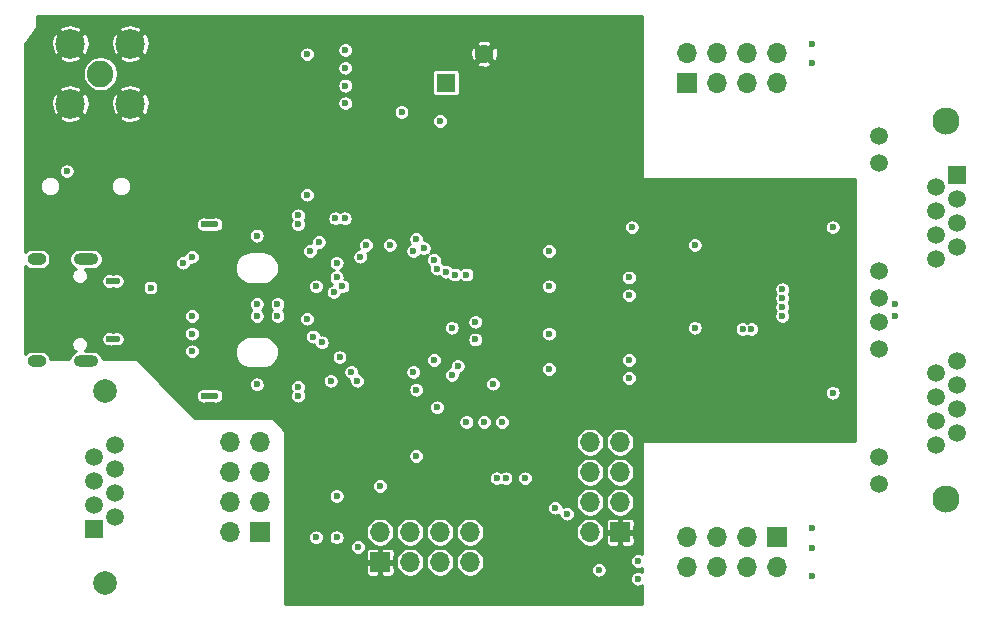
<source format=gbr>
G04 #@! TF.GenerationSoftware,KiCad,Pcbnew,5.1.5*
G04 #@! TF.CreationDate,2020-09-01T20:45:35+02:00*
G04 #@! TF.ProjectId,icE1usb,69634531-7573-4622-9e6b-696361645f70,1.0*
G04 #@! TF.SameCoordinates,Original*
G04 #@! TF.FileFunction,Copper,L2,Inr*
G04 #@! TF.FilePolarity,Positive*
%FSLAX46Y46*%
G04 Gerber Fmt 4.6, Leading zero omitted, Abs format (unit mm)*
G04 Created by KiCad (PCBNEW 5.1.5) date 2020-09-01 20:45:35*
%MOMM*%
%LPD*%
G04 APERTURE LIST*
%ADD10C,1.500000*%
%ADD11C,2.300000*%
%ADD12R,1.500000X1.500000*%
%ADD13C,1.600000*%
%ADD14R,1.600000X1.600000*%
%ADD15O,1.700000X1.700000*%
%ADD16R,1.700000X1.700000*%
%ADD17C,2.250000*%
%ADD18C,2.500000*%
%ADD19C,2.000000*%
%ADD20O,2.100000X1.000000*%
%ADD21O,1.600000X1.000000*%
%ADD22C,0.600000*%
%ADD23C,0.500000*%
%ADD24C,0.250000*%
G04 APERTURE END LIST*
D10*
X36500000Y-10411000D03*
X34720000Y-9395000D03*
X36500000Y-8379000D03*
X34720000Y-7363000D03*
X34720000Y-11427000D03*
X36500000Y-4315000D03*
X34720000Y-5331000D03*
X36500000Y-6347000D03*
X29900000Y-1015000D03*
X29900000Y-14735000D03*
X29900000Y-12445000D03*
X29900000Y-3305000D03*
X29900000Y1015000D03*
X29900000Y3305000D03*
X29900000Y12445000D03*
X29900000Y14735000D03*
D11*
X35610000Y16005000D03*
X35610000Y-15995000D03*
D10*
X34720000Y4323000D03*
X34720000Y6355000D03*
X34720000Y8387000D03*
X34720000Y10419000D03*
X36500000Y5339000D03*
X36500000Y7371000D03*
X36500000Y9403000D03*
D12*
X36500000Y11435000D03*
D13*
X-3500000Y21700000D03*
D14*
X-6750000Y19250000D03*
D15*
X5460000Y-11190000D03*
X8000000Y-11190000D03*
X5460000Y-13730000D03*
X8000000Y-13730000D03*
X5460000Y-16270000D03*
X8000000Y-16270000D03*
X5460000Y-18810000D03*
D16*
X8000000Y-18810000D03*
D15*
X-25020000Y-11190000D03*
X-22480000Y-11190000D03*
X-25020000Y-13730000D03*
X-22480000Y-13730000D03*
X-25020000Y-16270000D03*
X-22480000Y-16270000D03*
X-25020000Y-18810000D03*
D16*
X-22480000Y-18810000D03*
D17*
X-36000000Y20000000D03*
D18*
X-33460000Y22540000D03*
X-38540000Y22540000D03*
X-38540000Y17460000D03*
X-33460000Y17460000D03*
D15*
X13690000Y-21770000D03*
X13690000Y-19230000D03*
X16230000Y-21770000D03*
X16230000Y-19230000D03*
X18770000Y-21770000D03*
X18770000Y-19230000D03*
X21310000Y-21770000D03*
D16*
X21310000Y-19230000D03*
D15*
X21310000Y21770000D03*
X21310000Y19230000D03*
X18770000Y21770000D03*
X18770000Y19230000D03*
X16230000Y21770000D03*
X16230000Y19230000D03*
X13690000Y21770000D03*
D16*
X13690000Y19230000D03*
D15*
X-4700000Y-18810000D03*
X-4700000Y-21350000D03*
X-7240000Y-18810000D03*
X-7240000Y-21350000D03*
X-9780000Y-18810000D03*
X-9780000Y-21350000D03*
X-12320000Y-18810000D03*
D16*
X-12320000Y-21350000D03*
D19*
X-35610000Y-23140000D03*
X-35610000Y-6880000D03*
D10*
X-34720000Y-11430000D03*
X-34720000Y-13470000D03*
X-34720000Y-15510000D03*
X-34720000Y-17550000D03*
X-36500000Y-12450000D03*
X-36500000Y-14490000D03*
X-36500000Y-16530000D03*
D12*
X-36500000Y-18570000D03*
D20*
X-37220000Y-4320000D03*
X-37220000Y4320000D03*
D21*
X-41400000Y4320000D03*
X-41400000Y-4320000D03*
D22*
X-16000000Y-17250000D03*
X-17750000Y-22000000D03*
X-41500000Y9250000D03*
X-24750000Y7250000D03*
X-23000000Y7250000D03*
X-20750000Y7250000D03*
X-24750000Y-7250000D03*
X-23000000Y-7250000D03*
X-20750000Y-7250000D03*
X-12500000Y-1500000D03*
X-9500000Y-1500000D03*
X-9500000Y1500000D03*
X-12500000Y1500000D03*
X-9500000Y0D03*
X-11000000Y1500000D03*
X-11000000Y-1500000D03*
X-12500000Y0D03*
X-11000000Y0D03*
X-13500000Y16750000D03*
X-13500000Y19750000D03*
X-13500000Y21250000D03*
X-13500000Y18250000D03*
X-15750000Y12850000D03*
X-18250000Y12850000D03*
X-27750000Y19450000D03*
X-27750000Y21650000D03*
X-25250000Y21650000D03*
X-25250000Y19450000D03*
X-30000000Y18500000D03*
X-29250000Y16750000D03*
X-2500000Y10500000D03*
X-5750000Y16000000D03*
X-10500000Y10750000D03*
X-10500000Y9250000D03*
X-6250000Y-12500000D03*
X-850000Y-14250000D03*
X750000Y-12500000D03*
X-3500000Y3000000D03*
X-2750000Y-250000D03*
X-2750000Y-1750000D03*
X-19250000Y2750000D03*
X-19250000Y0D03*
X500000Y3500000D03*
X500000Y2000000D03*
X500000Y-5000000D03*
X500000Y-3500000D03*
X-34625000Y3250000D03*
X-34625000Y-3250000D03*
X-28250000Y3500000D03*
X-31750000Y-500000D03*
X-31750000Y-2000000D03*
X-31750000Y-3500000D03*
X31250000Y500000D03*
X19125000Y1625000D03*
X9000000Y8500000D03*
X9000000Y10000000D03*
X26000000Y-10000000D03*
X26000000Y-8500000D03*
X14325000Y1500000D03*
X14325000Y-5500000D03*
X18375000Y1625000D03*
X27750000Y1625000D03*
X25250000Y2275000D03*
X-35250000Y-3250000D03*
X-35250000Y3250000D03*
X-30000000Y4250000D03*
X-8500000Y-8250000D03*
X-2750000Y-4750000D03*
X-9250000Y-11095000D03*
X-21000000Y-500000D03*
X-9250000Y6000000D03*
X-22750000Y-500000D03*
X-8625000Y5250000D03*
X-9500000Y5000000D03*
X-21000000Y500000D03*
X-9250000Y-6750000D03*
X-16000000Y-15750000D03*
X-9250000Y-12365000D03*
X-17750000Y-19250000D03*
X-19250000Y7250000D03*
X-19250000Y8000000D03*
X-10500000Y16750000D03*
X-15250000Y22000000D03*
X-15250000Y20500000D03*
X-15250000Y19000000D03*
X6200000Y-22000000D03*
X-7250000Y16000000D03*
X-50000Y-14250000D03*
X-5000000Y3000000D03*
X-17750000Y2000000D03*
X-7750000Y-4250000D03*
X-7750000Y-4250000D03*
X-7750000Y-4250000D03*
X-7750000Y-4250000D03*
X9000000Y7000000D03*
X26000000Y-7000000D03*
X18375000Y-1625000D03*
X19125000Y-1625000D03*
X-22750000Y500000D03*
X14325000Y5500000D03*
X14325000Y-1500000D03*
X-4250000Y-2500000D03*
X-5750000Y-4750000D03*
X-22750000Y6300000D03*
X-19250000Y-6500000D03*
X-19250000Y-7250000D03*
X-4250000Y-1000000D03*
X-18500000Y-750000D03*
X-2750000Y-6250000D03*
X-22750000Y-6300000D03*
X-26250000Y7250000D03*
X-26250000Y-7250000D03*
X-34625000Y2450000D03*
X-34625000Y-2450000D03*
X-28250000Y-500000D03*
X-35250000Y-2450000D03*
X-35250000Y2450000D03*
X-27250000Y7250000D03*
X-27250000Y-7250000D03*
X24250000Y22500000D03*
X24250000Y20875000D03*
X24250000Y-18500000D03*
X24250000Y-20125000D03*
X24250000Y-22500000D03*
X21750000Y-500000D03*
X-14170000Y-20080000D03*
X-17250000Y-2750000D03*
X-16000000Y-19250000D03*
X3500000Y-17250000D03*
X-18000000Y-2250000D03*
X21750000Y1750000D03*
X-12320000Y-14905000D03*
X26000000Y7000000D03*
X31250000Y-500000D03*
X21750000Y1000000D03*
X-31750000Y1900000D03*
X-38850000Y11750000D03*
X-2000000Y-9500000D03*
X2000000Y5000000D03*
X2000000Y-5000000D03*
X-3500000Y-9500000D03*
X2000000Y2000000D03*
X-5000000Y-9500000D03*
X2000000Y-2000000D03*
X9500000Y-21250000D03*
X-18250000Y5000000D03*
X-16250000Y1500000D03*
X9500000Y-22750000D03*
X-17500000Y5750000D03*
X-15500000Y2000000D03*
X-14250000Y-6000000D03*
X-7500000Y-8250000D03*
X8750000Y2750000D03*
X-11500000Y5500000D03*
X-7500000Y3500000D03*
X8750000Y1250000D03*
X-6000000Y3000000D03*
X8750000Y-4250000D03*
X-7750000Y4250000D03*
X8750000Y-5750000D03*
X-18500000Y21650000D03*
X-18500000Y9750000D03*
X-16000000Y4000000D03*
X-16000000Y4000000D03*
X-16000000Y2750000D03*
X-15300000Y7750000D03*
X-13500000Y5500000D03*
X-16100000Y7750000D03*
X-14000000Y4500000D03*
X-15750000Y-4000000D03*
X-16500000Y-6000000D03*
X-28250000Y-3500000D03*
X-29000000Y4000000D03*
X-14750000Y-5250000D03*
X-9500000Y-5250000D03*
X-28250000Y-2000000D03*
X-28250000Y4500000D03*
X2500000Y-16750000D03*
X21750000Y250000D03*
X-15250000Y17500000D03*
X-2450000Y-14250000D03*
X-6250000Y-5500000D03*
X-6750000Y3250000D03*
X-1650000Y-14250000D03*
X-6250000Y-1500000D03*
D23*
X-35250000Y2450000D02*
X-34625000Y2450000D01*
X-35250000Y-2450000D02*
X-34625000Y-2450000D01*
X-27250000Y-7250000D02*
X-26250000Y-7250000D01*
X-27250000Y7250000D02*
X-26250000Y7250000D01*
D24*
G36*
X9875000Y11250000D02*
G01*
X9877402Y11225614D01*
X9884515Y11202165D01*
X9896066Y11180554D01*
X9911612Y11161612D01*
X9930554Y11146066D01*
X9952165Y11134515D01*
X9975614Y11127402D01*
X10000000Y11125000D01*
X27875000Y11125000D01*
X27875000Y-11125000D01*
X10000000Y-11125000D01*
X9975614Y-11127402D01*
X9952165Y-11134515D01*
X9930554Y-11146066D01*
X9911612Y-11161612D01*
X9896066Y-11180554D01*
X9884515Y-11202165D01*
X9877402Y-11225614D01*
X9875000Y-11250000D01*
X9875000Y-20688752D01*
X9819732Y-20651823D01*
X9696890Y-20600940D01*
X9566482Y-20575000D01*
X9433518Y-20575000D01*
X9303110Y-20600940D01*
X9180268Y-20651823D01*
X9069713Y-20725693D01*
X8975693Y-20819713D01*
X8901823Y-20930268D01*
X8850940Y-21053110D01*
X8825000Y-21183518D01*
X8825000Y-21316482D01*
X8850940Y-21446890D01*
X8901823Y-21569732D01*
X8975693Y-21680287D01*
X9069713Y-21774307D01*
X9180268Y-21848177D01*
X9303110Y-21899060D01*
X9433518Y-21925000D01*
X9566482Y-21925000D01*
X9696890Y-21899060D01*
X9819732Y-21848177D01*
X9875000Y-21811248D01*
X9875000Y-22188752D01*
X9819732Y-22151823D01*
X9696890Y-22100940D01*
X9566482Y-22075000D01*
X9433518Y-22075000D01*
X9303110Y-22100940D01*
X9180268Y-22151823D01*
X9069713Y-22225693D01*
X8975693Y-22319713D01*
X8901823Y-22430268D01*
X8850940Y-22553110D01*
X8825000Y-22683518D01*
X8825000Y-22816482D01*
X8850940Y-22946890D01*
X8901823Y-23069732D01*
X8975693Y-23180287D01*
X9069713Y-23274307D01*
X9180268Y-23348177D01*
X9303110Y-23399060D01*
X9433518Y-23425000D01*
X9566482Y-23425000D01*
X9696890Y-23399060D01*
X9819732Y-23348177D01*
X9875000Y-23311248D01*
X9875000Y-24875000D01*
X-20375000Y-24875000D01*
X-20375000Y-22200000D01*
X-13546814Y-22200000D01*
X-13539574Y-22273513D01*
X-13518131Y-22344200D01*
X-13483309Y-22409347D01*
X-13436448Y-22466448D01*
X-13379347Y-22513309D01*
X-13314200Y-22548131D01*
X-13243513Y-22569574D01*
X-13170000Y-22576814D01*
X-12538750Y-22575000D01*
X-12445000Y-22481250D01*
X-12445000Y-21475000D01*
X-12195000Y-21475000D01*
X-12195000Y-22481250D01*
X-12101250Y-22575000D01*
X-11470000Y-22576814D01*
X-11396487Y-22569574D01*
X-11325800Y-22548131D01*
X-11260653Y-22513309D01*
X-11203552Y-22466448D01*
X-11156691Y-22409347D01*
X-11121869Y-22344200D01*
X-11100426Y-22273513D01*
X-11093186Y-22200000D01*
X-11095000Y-21568750D01*
X-11188750Y-21475000D01*
X-12195000Y-21475000D01*
X-12445000Y-21475000D01*
X-13451250Y-21475000D01*
X-13545000Y-21568750D01*
X-13546814Y-22200000D01*
X-20375000Y-22200000D01*
X-20375000Y-21229348D01*
X-11005000Y-21229348D01*
X-11005000Y-21470652D01*
X-10957924Y-21707319D01*
X-10865581Y-21930255D01*
X-10731519Y-22130892D01*
X-10560892Y-22301519D01*
X-10360255Y-22435581D01*
X-10137319Y-22527924D01*
X-9900652Y-22575000D01*
X-9659348Y-22575000D01*
X-9422681Y-22527924D01*
X-9199745Y-22435581D01*
X-8999108Y-22301519D01*
X-8828481Y-22130892D01*
X-8694419Y-21930255D01*
X-8602076Y-21707319D01*
X-8555000Y-21470652D01*
X-8555000Y-21229348D01*
X-8465000Y-21229348D01*
X-8465000Y-21470652D01*
X-8417924Y-21707319D01*
X-8325581Y-21930255D01*
X-8191519Y-22130892D01*
X-8020892Y-22301519D01*
X-7820255Y-22435581D01*
X-7597319Y-22527924D01*
X-7360652Y-22575000D01*
X-7119348Y-22575000D01*
X-6882681Y-22527924D01*
X-6659745Y-22435581D01*
X-6459108Y-22301519D01*
X-6288481Y-22130892D01*
X-6154419Y-21930255D01*
X-6062076Y-21707319D01*
X-6015000Y-21470652D01*
X-6015000Y-21229348D01*
X-5925000Y-21229348D01*
X-5925000Y-21470652D01*
X-5877924Y-21707319D01*
X-5785581Y-21930255D01*
X-5651519Y-22130892D01*
X-5480892Y-22301519D01*
X-5280255Y-22435581D01*
X-5057319Y-22527924D01*
X-4820652Y-22575000D01*
X-4579348Y-22575000D01*
X-4342681Y-22527924D01*
X-4119745Y-22435581D01*
X-3919108Y-22301519D01*
X-3748481Y-22130892D01*
X-3616600Y-21933518D01*
X5525000Y-21933518D01*
X5525000Y-22066482D01*
X5550940Y-22196890D01*
X5601823Y-22319732D01*
X5675693Y-22430287D01*
X5769713Y-22524307D01*
X5880268Y-22598177D01*
X6003110Y-22649060D01*
X6133518Y-22675000D01*
X6266482Y-22675000D01*
X6396890Y-22649060D01*
X6519732Y-22598177D01*
X6630287Y-22524307D01*
X6724307Y-22430287D01*
X6798177Y-22319732D01*
X6849060Y-22196890D01*
X6875000Y-22066482D01*
X6875000Y-21933518D01*
X6849060Y-21803110D01*
X6798177Y-21680268D01*
X6724307Y-21569713D01*
X6630287Y-21475693D01*
X6519732Y-21401823D01*
X6396890Y-21350940D01*
X6266482Y-21325000D01*
X6133518Y-21325000D01*
X6003110Y-21350940D01*
X5880268Y-21401823D01*
X5769713Y-21475693D01*
X5675693Y-21569713D01*
X5601823Y-21680268D01*
X5550940Y-21803110D01*
X5525000Y-21933518D01*
X-3616600Y-21933518D01*
X-3614419Y-21930255D01*
X-3522076Y-21707319D01*
X-3475000Y-21470652D01*
X-3475000Y-21229348D01*
X-3522076Y-20992681D01*
X-3614419Y-20769745D01*
X-3748481Y-20569108D01*
X-3919108Y-20398481D01*
X-4119745Y-20264419D01*
X-4342681Y-20172076D01*
X-4579348Y-20125000D01*
X-4820652Y-20125000D01*
X-5057319Y-20172076D01*
X-5280255Y-20264419D01*
X-5480892Y-20398481D01*
X-5651519Y-20569108D01*
X-5785581Y-20769745D01*
X-5877924Y-20992681D01*
X-5925000Y-21229348D01*
X-6015000Y-21229348D01*
X-6062076Y-20992681D01*
X-6154419Y-20769745D01*
X-6288481Y-20569108D01*
X-6459108Y-20398481D01*
X-6659745Y-20264419D01*
X-6882681Y-20172076D01*
X-7119348Y-20125000D01*
X-7360652Y-20125000D01*
X-7597319Y-20172076D01*
X-7820255Y-20264419D01*
X-8020892Y-20398481D01*
X-8191519Y-20569108D01*
X-8325581Y-20769745D01*
X-8417924Y-20992681D01*
X-8465000Y-21229348D01*
X-8555000Y-21229348D01*
X-8602076Y-20992681D01*
X-8694419Y-20769745D01*
X-8828481Y-20569108D01*
X-8999108Y-20398481D01*
X-9199745Y-20264419D01*
X-9422681Y-20172076D01*
X-9659348Y-20125000D01*
X-9900652Y-20125000D01*
X-10137319Y-20172076D01*
X-10360255Y-20264419D01*
X-10560892Y-20398481D01*
X-10731519Y-20569108D01*
X-10865581Y-20769745D01*
X-10957924Y-20992681D01*
X-11005000Y-21229348D01*
X-20375000Y-21229348D01*
X-20375000Y-20013518D01*
X-14845000Y-20013518D01*
X-14845000Y-20146482D01*
X-14819060Y-20276890D01*
X-14768177Y-20399732D01*
X-14694307Y-20510287D01*
X-14600287Y-20604307D01*
X-14489732Y-20678177D01*
X-14366890Y-20729060D01*
X-14236482Y-20755000D01*
X-14103518Y-20755000D01*
X-13973110Y-20729060D01*
X-13850268Y-20678177D01*
X-13739713Y-20604307D01*
X-13645693Y-20510287D01*
X-13638820Y-20500000D01*
X-13546814Y-20500000D01*
X-13545000Y-21131250D01*
X-13451250Y-21225000D01*
X-12445000Y-21225000D01*
X-12445000Y-20218750D01*
X-12195000Y-20218750D01*
X-12195000Y-21225000D01*
X-11188750Y-21225000D01*
X-11095000Y-21131250D01*
X-11093186Y-20500000D01*
X-11100426Y-20426487D01*
X-11121869Y-20355800D01*
X-11156691Y-20290653D01*
X-11203552Y-20233552D01*
X-11260653Y-20186691D01*
X-11325800Y-20151869D01*
X-11396487Y-20130426D01*
X-11470000Y-20123186D01*
X-12101250Y-20125000D01*
X-12195000Y-20218750D01*
X-12445000Y-20218750D01*
X-12538750Y-20125000D01*
X-13170000Y-20123186D01*
X-13243513Y-20130426D01*
X-13314200Y-20151869D01*
X-13379347Y-20186691D01*
X-13436448Y-20233552D01*
X-13483309Y-20290653D01*
X-13518131Y-20355800D01*
X-13539574Y-20426487D01*
X-13546814Y-20500000D01*
X-13638820Y-20500000D01*
X-13571823Y-20399732D01*
X-13520940Y-20276890D01*
X-13495000Y-20146482D01*
X-13495000Y-20013518D01*
X-13520940Y-19883110D01*
X-13571823Y-19760268D01*
X-13645693Y-19649713D01*
X-13739713Y-19555693D01*
X-13850268Y-19481823D01*
X-13973110Y-19430940D01*
X-14103518Y-19405000D01*
X-14236482Y-19405000D01*
X-14366890Y-19430940D01*
X-14489732Y-19481823D01*
X-14600287Y-19555693D01*
X-14694307Y-19649713D01*
X-14768177Y-19760268D01*
X-14819060Y-19883110D01*
X-14845000Y-20013518D01*
X-20375000Y-20013518D01*
X-20375000Y-19183518D01*
X-18425000Y-19183518D01*
X-18425000Y-19316482D01*
X-18399060Y-19446890D01*
X-18348177Y-19569732D01*
X-18274307Y-19680287D01*
X-18180287Y-19774307D01*
X-18069732Y-19848177D01*
X-17946890Y-19899060D01*
X-17816482Y-19925000D01*
X-17683518Y-19925000D01*
X-17553110Y-19899060D01*
X-17430268Y-19848177D01*
X-17319713Y-19774307D01*
X-17225693Y-19680287D01*
X-17151823Y-19569732D01*
X-17100940Y-19446890D01*
X-17075000Y-19316482D01*
X-17075000Y-19183518D01*
X-16675000Y-19183518D01*
X-16675000Y-19316482D01*
X-16649060Y-19446890D01*
X-16598177Y-19569732D01*
X-16524307Y-19680287D01*
X-16430287Y-19774307D01*
X-16319732Y-19848177D01*
X-16196890Y-19899060D01*
X-16066482Y-19925000D01*
X-15933518Y-19925000D01*
X-15803110Y-19899060D01*
X-15680268Y-19848177D01*
X-15569713Y-19774307D01*
X-15475693Y-19680287D01*
X-15401823Y-19569732D01*
X-15350940Y-19446890D01*
X-15325000Y-19316482D01*
X-15325000Y-19183518D01*
X-15350940Y-19053110D01*
X-15401823Y-18930268D01*
X-15475693Y-18819713D01*
X-15569713Y-18725693D01*
X-15624107Y-18689348D01*
X-13545000Y-18689348D01*
X-13545000Y-18930652D01*
X-13497924Y-19167319D01*
X-13405581Y-19390255D01*
X-13271519Y-19590892D01*
X-13100892Y-19761519D01*
X-12900255Y-19895581D01*
X-12677319Y-19987924D01*
X-12440652Y-20035000D01*
X-12199348Y-20035000D01*
X-11962681Y-19987924D01*
X-11739745Y-19895581D01*
X-11539108Y-19761519D01*
X-11368481Y-19590892D01*
X-11234419Y-19390255D01*
X-11142076Y-19167319D01*
X-11095000Y-18930652D01*
X-11095000Y-18689348D01*
X-11005000Y-18689348D01*
X-11005000Y-18930652D01*
X-10957924Y-19167319D01*
X-10865581Y-19390255D01*
X-10731519Y-19590892D01*
X-10560892Y-19761519D01*
X-10360255Y-19895581D01*
X-10137319Y-19987924D01*
X-9900652Y-20035000D01*
X-9659348Y-20035000D01*
X-9422681Y-19987924D01*
X-9199745Y-19895581D01*
X-8999108Y-19761519D01*
X-8828481Y-19590892D01*
X-8694419Y-19390255D01*
X-8602076Y-19167319D01*
X-8555000Y-18930652D01*
X-8555000Y-18689348D01*
X-8465000Y-18689348D01*
X-8465000Y-18930652D01*
X-8417924Y-19167319D01*
X-8325581Y-19390255D01*
X-8191519Y-19590892D01*
X-8020892Y-19761519D01*
X-7820255Y-19895581D01*
X-7597319Y-19987924D01*
X-7360652Y-20035000D01*
X-7119348Y-20035000D01*
X-6882681Y-19987924D01*
X-6659745Y-19895581D01*
X-6459108Y-19761519D01*
X-6288481Y-19590892D01*
X-6154419Y-19390255D01*
X-6062076Y-19167319D01*
X-6015000Y-18930652D01*
X-6015000Y-18689348D01*
X-5925000Y-18689348D01*
X-5925000Y-18930652D01*
X-5877924Y-19167319D01*
X-5785581Y-19390255D01*
X-5651519Y-19590892D01*
X-5480892Y-19761519D01*
X-5280255Y-19895581D01*
X-5057319Y-19987924D01*
X-4820652Y-20035000D01*
X-4579348Y-20035000D01*
X-4342681Y-19987924D01*
X-4119745Y-19895581D01*
X-3919108Y-19761519D01*
X-3748481Y-19590892D01*
X-3614419Y-19390255D01*
X-3522076Y-19167319D01*
X-3475000Y-18930652D01*
X-3475000Y-18689348D01*
X4235000Y-18689348D01*
X4235000Y-18930652D01*
X4282076Y-19167319D01*
X4374419Y-19390255D01*
X4508481Y-19590892D01*
X4679108Y-19761519D01*
X4879745Y-19895581D01*
X5102681Y-19987924D01*
X5339348Y-20035000D01*
X5580652Y-20035000D01*
X5817319Y-19987924D01*
X6040255Y-19895581D01*
X6240892Y-19761519D01*
X6342411Y-19660000D01*
X6773186Y-19660000D01*
X6780426Y-19733513D01*
X6801869Y-19804200D01*
X6836691Y-19869347D01*
X6883552Y-19926448D01*
X6940653Y-19973309D01*
X7005800Y-20008131D01*
X7076487Y-20029574D01*
X7150000Y-20036814D01*
X7781250Y-20035000D01*
X7875000Y-19941250D01*
X7875000Y-18935000D01*
X8125000Y-18935000D01*
X8125000Y-19941250D01*
X8218750Y-20035000D01*
X8850000Y-20036814D01*
X8923513Y-20029574D01*
X8994200Y-20008131D01*
X9059347Y-19973309D01*
X9116448Y-19926448D01*
X9163309Y-19869347D01*
X9198131Y-19804200D01*
X9219574Y-19733513D01*
X9226814Y-19660000D01*
X9225000Y-19028750D01*
X9131250Y-18935000D01*
X8125000Y-18935000D01*
X7875000Y-18935000D01*
X6868750Y-18935000D01*
X6775000Y-19028750D01*
X6773186Y-19660000D01*
X6342411Y-19660000D01*
X6411519Y-19590892D01*
X6545581Y-19390255D01*
X6637924Y-19167319D01*
X6685000Y-18930652D01*
X6685000Y-18689348D01*
X6637924Y-18452681D01*
X6545581Y-18229745D01*
X6411519Y-18029108D01*
X6342411Y-17960000D01*
X6773186Y-17960000D01*
X6775000Y-18591250D01*
X6868750Y-18685000D01*
X7875000Y-18685000D01*
X7875000Y-17678750D01*
X8125000Y-17678750D01*
X8125000Y-18685000D01*
X9131250Y-18685000D01*
X9225000Y-18591250D01*
X9226814Y-17960000D01*
X9219574Y-17886487D01*
X9198131Y-17815800D01*
X9163309Y-17750653D01*
X9116448Y-17693552D01*
X9059347Y-17646691D01*
X8994200Y-17611869D01*
X8923513Y-17590426D01*
X8850000Y-17583186D01*
X8218750Y-17585000D01*
X8125000Y-17678750D01*
X7875000Y-17678750D01*
X7781250Y-17585000D01*
X7150000Y-17583186D01*
X7076487Y-17590426D01*
X7005800Y-17611869D01*
X6940653Y-17646691D01*
X6883552Y-17693552D01*
X6836691Y-17750653D01*
X6801869Y-17815800D01*
X6780426Y-17886487D01*
X6773186Y-17960000D01*
X6342411Y-17960000D01*
X6240892Y-17858481D01*
X6040255Y-17724419D01*
X5817319Y-17632076D01*
X5580652Y-17585000D01*
X5339348Y-17585000D01*
X5102681Y-17632076D01*
X4879745Y-17724419D01*
X4679108Y-17858481D01*
X4508481Y-18029108D01*
X4374419Y-18229745D01*
X4282076Y-18452681D01*
X4235000Y-18689348D01*
X-3475000Y-18689348D01*
X-3522076Y-18452681D01*
X-3614419Y-18229745D01*
X-3748481Y-18029108D01*
X-3919108Y-17858481D01*
X-4119745Y-17724419D01*
X-4342681Y-17632076D01*
X-4579348Y-17585000D01*
X-4820652Y-17585000D01*
X-5057319Y-17632076D01*
X-5280255Y-17724419D01*
X-5480892Y-17858481D01*
X-5651519Y-18029108D01*
X-5785581Y-18229745D01*
X-5877924Y-18452681D01*
X-5925000Y-18689348D01*
X-6015000Y-18689348D01*
X-6062076Y-18452681D01*
X-6154419Y-18229745D01*
X-6288481Y-18029108D01*
X-6459108Y-17858481D01*
X-6659745Y-17724419D01*
X-6882681Y-17632076D01*
X-7119348Y-17585000D01*
X-7360652Y-17585000D01*
X-7597319Y-17632076D01*
X-7820255Y-17724419D01*
X-8020892Y-17858481D01*
X-8191519Y-18029108D01*
X-8325581Y-18229745D01*
X-8417924Y-18452681D01*
X-8465000Y-18689348D01*
X-8555000Y-18689348D01*
X-8602076Y-18452681D01*
X-8694419Y-18229745D01*
X-8828481Y-18029108D01*
X-8999108Y-17858481D01*
X-9199745Y-17724419D01*
X-9422681Y-17632076D01*
X-9659348Y-17585000D01*
X-9900652Y-17585000D01*
X-10137319Y-17632076D01*
X-10360255Y-17724419D01*
X-10560892Y-17858481D01*
X-10731519Y-18029108D01*
X-10865581Y-18229745D01*
X-10957924Y-18452681D01*
X-11005000Y-18689348D01*
X-11095000Y-18689348D01*
X-11142076Y-18452681D01*
X-11234419Y-18229745D01*
X-11368481Y-18029108D01*
X-11539108Y-17858481D01*
X-11739745Y-17724419D01*
X-11962681Y-17632076D01*
X-12199348Y-17585000D01*
X-12440652Y-17585000D01*
X-12677319Y-17632076D01*
X-12900255Y-17724419D01*
X-13100892Y-17858481D01*
X-13271519Y-18029108D01*
X-13405581Y-18229745D01*
X-13497924Y-18452681D01*
X-13545000Y-18689348D01*
X-15624107Y-18689348D01*
X-15680268Y-18651823D01*
X-15803110Y-18600940D01*
X-15933518Y-18575000D01*
X-16066482Y-18575000D01*
X-16196890Y-18600940D01*
X-16319732Y-18651823D01*
X-16430287Y-18725693D01*
X-16524307Y-18819713D01*
X-16598177Y-18930268D01*
X-16649060Y-19053110D01*
X-16675000Y-19183518D01*
X-17075000Y-19183518D01*
X-17100940Y-19053110D01*
X-17151823Y-18930268D01*
X-17225693Y-18819713D01*
X-17319713Y-18725693D01*
X-17430268Y-18651823D01*
X-17553110Y-18600940D01*
X-17683518Y-18575000D01*
X-17816482Y-18575000D01*
X-17946890Y-18600940D01*
X-18069732Y-18651823D01*
X-18180287Y-18725693D01*
X-18274307Y-18819713D01*
X-18348177Y-18930268D01*
X-18399060Y-19053110D01*
X-18425000Y-19183518D01*
X-20375000Y-19183518D01*
X-20375000Y-16683518D01*
X1825000Y-16683518D01*
X1825000Y-16816482D01*
X1850940Y-16946890D01*
X1901823Y-17069732D01*
X1975693Y-17180287D01*
X2069713Y-17274307D01*
X2180268Y-17348177D01*
X2303110Y-17399060D01*
X2433518Y-17425000D01*
X2566482Y-17425000D01*
X2696890Y-17399060D01*
X2819732Y-17348177D01*
X2829947Y-17341352D01*
X2850940Y-17446890D01*
X2901823Y-17569732D01*
X2975693Y-17680287D01*
X3069713Y-17774307D01*
X3180268Y-17848177D01*
X3303110Y-17899060D01*
X3433518Y-17925000D01*
X3566482Y-17925000D01*
X3696890Y-17899060D01*
X3819732Y-17848177D01*
X3930287Y-17774307D01*
X4024307Y-17680287D01*
X4098177Y-17569732D01*
X4149060Y-17446890D01*
X4175000Y-17316482D01*
X4175000Y-17183518D01*
X4149060Y-17053110D01*
X4098177Y-16930268D01*
X4024307Y-16819713D01*
X3930287Y-16725693D01*
X3819732Y-16651823D01*
X3696890Y-16600940D01*
X3566482Y-16575000D01*
X3433518Y-16575000D01*
X3303110Y-16600940D01*
X3180268Y-16651823D01*
X3170053Y-16658648D01*
X3149060Y-16553110D01*
X3098177Y-16430268D01*
X3024307Y-16319713D01*
X2930287Y-16225693D01*
X2819732Y-16151823D01*
X2813757Y-16149348D01*
X4235000Y-16149348D01*
X4235000Y-16390652D01*
X4282076Y-16627319D01*
X4374419Y-16850255D01*
X4508481Y-17050892D01*
X4679108Y-17221519D01*
X4879745Y-17355581D01*
X5102681Y-17447924D01*
X5339348Y-17495000D01*
X5580652Y-17495000D01*
X5817319Y-17447924D01*
X6040255Y-17355581D01*
X6240892Y-17221519D01*
X6411519Y-17050892D01*
X6545581Y-16850255D01*
X6637924Y-16627319D01*
X6685000Y-16390652D01*
X6685000Y-16149348D01*
X6775000Y-16149348D01*
X6775000Y-16390652D01*
X6822076Y-16627319D01*
X6914419Y-16850255D01*
X7048481Y-17050892D01*
X7219108Y-17221519D01*
X7419745Y-17355581D01*
X7642681Y-17447924D01*
X7879348Y-17495000D01*
X8120652Y-17495000D01*
X8357319Y-17447924D01*
X8580255Y-17355581D01*
X8780892Y-17221519D01*
X8951519Y-17050892D01*
X9085581Y-16850255D01*
X9177924Y-16627319D01*
X9225000Y-16390652D01*
X9225000Y-16149348D01*
X9177924Y-15912681D01*
X9085581Y-15689745D01*
X8951519Y-15489108D01*
X8780892Y-15318481D01*
X8580255Y-15184419D01*
X8357319Y-15092076D01*
X8120652Y-15045000D01*
X7879348Y-15045000D01*
X7642681Y-15092076D01*
X7419745Y-15184419D01*
X7219108Y-15318481D01*
X7048481Y-15489108D01*
X6914419Y-15689745D01*
X6822076Y-15912681D01*
X6775000Y-16149348D01*
X6685000Y-16149348D01*
X6637924Y-15912681D01*
X6545581Y-15689745D01*
X6411519Y-15489108D01*
X6240892Y-15318481D01*
X6040255Y-15184419D01*
X5817319Y-15092076D01*
X5580652Y-15045000D01*
X5339348Y-15045000D01*
X5102681Y-15092076D01*
X4879745Y-15184419D01*
X4679108Y-15318481D01*
X4508481Y-15489108D01*
X4374419Y-15689745D01*
X4282076Y-15912681D01*
X4235000Y-16149348D01*
X2813757Y-16149348D01*
X2696890Y-16100940D01*
X2566482Y-16075000D01*
X2433518Y-16075000D01*
X2303110Y-16100940D01*
X2180268Y-16151823D01*
X2069713Y-16225693D01*
X1975693Y-16319713D01*
X1901823Y-16430268D01*
X1850940Y-16553110D01*
X1825000Y-16683518D01*
X-20375000Y-16683518D01*
X-20375000Y-15683518D01*
X-16675000Y-15683518D01*
X-16675000Y-15816482D01*
X-16649060Y-15946890D01*
X-16598177Y-16069732D01*
X-16524307Y-16180287D01*
X-16430287Y-16274307D01*
X-16319732Y-16348177D01*
X-16196890Y-16399060D01*
X-16066482Y-16425000D01*
X-15933518Y-16425000D01*
X-15803110Y-16399060D01*
X-15680268Y-16348177D01*
X-15569713Y-16274307D01*
X-15475693Y-16180287D01*
X-15401823Y-16069732D01*
X-15350940Y-15946890D01*
X-15325000Y-15816482D01*
X-15325000Y-15683518D01*
X-15350940Y-15553110D01*
X-15401823Y-15430268D01*
X-15475693Y-15319713D01*
X-15569713Y-15225693D01*
X-15680268Y-15151823D01*
X-15803110Y-15100940D01*
X-15933518Y-15075000D01*
X-16066482Y-15075000D01*
X-16196890Y-15100940D01*
X-16319732Y-15151823D01*
X-16430287Y-15225693D01*
X-16524307Y-15319713D01*
X-16598177Y-15430268D01*
X-16649060Y-15553110D01*
X-16675000Y-15683518D01*
X-20375000Y-15683518D01*
X-20375000Y-14838518D01*
X-12995000Y-14838518D01*
X-12995000Y-14971482D01*
X-12969060Y-15101890D01*
X-12918177Y-15224732D01*
X-12844307Y-15335287D01*
X-12750287Y-15429307D01*
X-12639732Y-15503177D01*
X-12516890Y-15554060D01*
X-12386482Y-15580000D01*
X-12253518Y-15580000D01*
X-12123110Y-15554060D01*
X-12000268Y-15503177D01*
X-11889713Y-15429307D01*
X-11795693Y-15335287D01*
X-11721823Y-15224732D01*
X-11670940Y-15101890D01*
X-11645000Y-14971482D01*
X-11645000Y-14838518D01*
X-11670940Y-14708110D01*
X-11721823Y-14585268D01*
X-11795693Y-14474713D01*
X-11889713Y-14380693D01*
X-12000268Y-14306823D01*
X-12123110Y-14255940D01*
X-12253518Y-14230000D01*
X-12386482Y-14230000D01*
X-12516890Y-14255940D01*
X-12639732Y-14306823D01*
X-12750287Y-14380693D01*
X-12844307Y-14474713D01*
X-12918177Y-14585268D01*
X-12969060Y-14708110D01*
X-12995000Y-14838518D01*
X-20375000Y-14838518D01*
X-20375000Y-14183518D01*
X-3125000Y-14183518D01*
X-3125000Y-14316482D01*
X-3099060Y-14446890D01*
X-3048177Y-14569732D01*
X-2974307Y-14680287D01*
X-2880287Y-14774307D01*
X-2769732Y-14848177D01*
X-2646890Y-14899060D01*
X-2516482Y-14925000D01*
X-2383518Y-14925000D01*
X-2253110Y-14899060D01*
X-2130268Y-14848177D01*
X-2050000Y-14794544D01*
X-1969732Y-14848177D01*
X-1846890Y-14899060D01*
X-1716482Y-14925000D01*
X-1583518Y-14925000D01*
X-1453110Y-14899060D01*
X-1330268Y-14848177D01*
X-1219713Y-14774307D01*
X-1125693Y-14680287D01*
X-1051823Y-14569732D01*
X-1000940Y-14446890D01*
X-975000Y-14316482D01*
X-975000Y-14183518D01*
X-725000Y-14183518D01*
X-725000Y-14316482D01*
X-699060Y-14446890D01*
X-648177Y-14569732D01*
X-574307Y-14680287D01*
X-480287Y-14774307D01*
X-369732Y-14848177D01*
X-246890Y-14899060D01*
X-116482Y-14925000D01*
X16482Y-14925000D01*
X146890Y-14899060D01*
X269732Y-14848177D01*
X380287Y-14774307D01*
X474307Y-14680287D01*
X548177Y-14569732D01*
X599060Y-14446890D01*
X625000Y-14316482D01*
X625000Y-14183518D01*
X599060Y-14053110D01*
X548177Y-13930268D01*
X474307Y-13819713D01*
X380287Y-13725693D01*
X269732Y-13651823D01*
X167189Y-13609348D01*
X4235000Y-13609348D01*
X4235000Y-13850652D01*
X4282076Y-14087319D01*
X4374419Y-14310255D01*
X4508481Y-14510892D01*
X4679108Y-14681519D01*
X4879745Y-14815581D01*
X5102681Y-14907924D01*
X5339348Y-14955000D01*
X5580652Y-14955000D01*
X5817319Y-14907924D01*
X6040255Y-14815581D01*
X6240892Y-14681519D01*
X6411519Y-14510892D01*
X6545581Y-14310255D01*
X6637924Y-14087319D01*
X6685000Y-13850652D01*
X6685000Y-13609348D01*
X6775000Y-13609348D01*
X6775000Y-13850652D01*
X6822076Y-14087319D01*
X6914419Y-14310255D01*
X7048481Y-14510892D01*
X7219108Y-14681519D01*
X7419745Y-14815581D01*
X7642681Y-14907924D01*
X7879348Y-14955000D01*
X8120652Y-14955000D01*
X8357319Y-14907924D01*
X8580255Y-14815581D01*
X8780892Y-14681519D01*
X8951519Y-14510892D01*
X9085581Y-14310255D01*
X9177924Y-14087319D01*
X9225000Y-13850652D01*
X9225000Y-13609348D01*
X9177924Y-13372681D01*
X9085581Y-13149745D01*
X8951519Y-12949108D01*
X8780892Y-12778481D01*
X8580255Y-12644419D01*
X8357319Y-12552076D01*
X8120652Y-12505000D01*
X7879348Y-12505000D01*
X7642681Y-12552076D01*
X7419745Y-12644419D01*
X7219108Y-12778481D01*
X7048481Y-12949108D01*
X6914419Y-13149745D01*
X6822076Y-13372681D01*
X6775000Y-13609348D01*
X6685000Y-13609348D01*
X6637924Y-13372681D01*
X6545581Y-13149745D01*
X6411519Y-12949108D01*
X6240892Y-12778481D01*
X6040255Y-12644419D01*
X5817319Y-12552076D01*
X5580652Y-12505000D01*
X5339348Y-12505000D01*
X5102681Y-12552076D01*
X4879745Y-12644419D01*
X4679108Y-12778481D01*
X4508481Y-12949108D01*
X4374419Y-13149745D01*
X4282076Y-13372681D01*
X4235000Y-13609348D01*
X167189Y-13609348D01*
X146890Y-13600940D01*
X16482Y-13575000D01*
X-116482Y-13575000D01*
X-246890Y-13600940D01*
X-369732Y-13651823D01*
X-480287Y-13725693D01*
X-574307Y-13819713D01*
X-648177Y-13930268D01*
X-699060Y-14053110D01*
X-725000Y-14183518D01*
X-975000Y-14183518D01*
X-1000940Y-14053110D01*
X-1051823Y-13930268D01*
X-1125693Y-13819713D01*
X-1219713Y-13725693D01*
X-1330268Y-13651823D01*
X-1453110Y-13600940D01*
X-1583518Y-13575000D01*
X-1716482Y-13575000D01*
X-1846890Y-13600940D01*
X-1969732Y-13651823D01*
X-2050000Y-13705456D01*
X-2130268Y-13651823D01*
X-2253110Y-13600940D01*
X-2383518Y-13575000D01*
X-2516482Y-13575000D01*
X-2646890Y-13600940D01*
X-2769732Y-13651823D01*
X-2880287Y-13725693D01*
X-2974307Y-13819713D01*
X-3048177Y-13930268D01*
X-3099060Y-14053110D01*
X-3125000Y-14183518D01*
X-20375000Y-14183518D01*
X-20375000Y-12298518D01*
X-9925000Y-12298518D01*
X-9925000Y-12431482D01*
X-9899060Y-12561890D01*
X-9848177Y-12684732D01*
X-9774307Y-12795287D01*
X-9680287Y-12889307D01*
X-9569732Y-12963177D01*
X-9446890Y-13014060D01*
X-9316482Y-13040000D01*
X-9183518Y-13040000D01*
X-9053110Y-13014060D01*
X-8930268Y-12963177D01*
X-8819713Y-12889307D01*
X-8725693Y-12795287D01*
X-8651823Y-12684732D01*
X-8600940Y-12561890D01*
X-8575000Y-12431482D01*
X-8575000Y-12298518D01*
X-8600940Y-12168110D01*
X-8651823Y-12045268D01*
X-8725693Y-11934713D01*
X-8819713Y-11840693D01*
X-8930268Y-11766823D01*
X-9053110Y-11715940D01*
X-9183518Y-11690000D01*
X-9316482Y-11690000D01*
X-9446890Y-11715940D01*
X-9569732Y-11766823D01*
X-9680287Y-11840693D01*
X-9774307Y-11934713D01*
X-9848177Y-12045268D01*
X-9899060Y-12168110D01*
X-9925000Y-12298518D01*
X-20375000Y-12298518D01*
X-20375000Y-11069348D01*
X4235000Y-11069348D01*
X4235000Y-11310652D01*
X4282076Y-11547319D01*
X4374419Y-11770255D01*
X4508481Y-11970892D01*
X4679108Y-12141519D01*
X4879745Y-12275581D01*
X5102681Y-12367924D01*
X5339348Y-12415000D01*
X5580652Y-12415000D01*
X5817319Y-12367924D01*
X6040255Y-12275581D01*
X6240892Y-12141519D01*
X6411519Y-11970892D01*
X6545581Y-11770255D01*
X6637924Y-11547319D01*
X6685000Y-11310652D01*
X6685000Y-11069348D01*
X6775000Y-11069348D01*
X6775000Y-11310652D01*
X6822076Y-11547319D01*
X6914419Y-11770255D01*
X7048481Y-11970892D01*
X7219108Y-12141519D01*
X7419745Y-12275581D01*
X7642681Y-12367924D01*
X7879348Y-12415000D01*
X8120652Y-12415000D01*
X8357319Y-12367924D01*
X8580255Y-12275581D01*
X8780892Y-12141519D01*
X8951519Y-11970892D01*
X9085581Y-11770255D01*
X9177924Y-11547319D01*
X9225000Y-11310652D01*
X9225000Y-11069348D01*
X9177924Y-10832681D01*
X9085581Y-10609745D01*
X8951519Y-10409108D01*
X8780892Y-10238481D01*
X8580255Y-10104419D01*
X8357319Y-10012076D01*
X8120652Y-9965000D01*
X7879348Y-9965000D01*
X7642681Y-10012076D01*
X7419745Y-10104419D01*
X7219108Y-10238481D01*
X7048481Y-10409108D01*
X6914419Y-10609745D01*
X6822076Y-10832681D01*
X6775000Y-11069348D01*
X6685000Y-11069348D01*
X6637924Y-10832681D01*
X6545581Y-10609745D01*
X6411519Y-10409108D01*
X6240892Y-10238481D01*
X6040255Y-10104419D01*
X5817319Y-10012076D01*
X5580652Y-9965000D01*
X5339348Y-9965000D01*
X5102681Y-10012076D01*
X4879745Y-10104419D01*
X4679108Y-10238481D01*
X4508481Y-10409108D01*
X4374419Y-10609745D01*
X4282076Y-10832681D01*
X4235000Y-11069348D01*
X-20375000Y-11069348D01*
X-20375000Y-10250000D01*
X-20377402Y-10225614D01*
X-20384515Y-10202165D01*
X-20396066Y-10180554D01*
X-20411612Y-10161612D01*
X-21139706Y-9433518D01*
X-5675000Y-9433518D01*
X-5675000Y-9566482D01*
X-5649060Y-9696890D01*
X-5598177Y-9819732D01*
X-5524307Y-9930287D01*
X-5430287Y-10024307D01*
X-5319732Y-10098177D01*
X-5196890Y-10149060D01*
X-5066482Y-10175000D01*
X-4933518Y-10175000D01*
X-4803110Y-10149060D01*
X-4680268Y-10098177D01*
X-4569713Y-10024307D01*
X-4475693Y-9930287D01*
X-4401823Y-9819732D01*
X-4350940Y-9696890D01*
X-4325000Y-9566482D01*
X-4325000Y-9433518D01*
X-4175000Y-9433518D01*
X-4175000Y-9566482D01*
X-4149060Y-9696890D01*
X-4098177Y-9819732D01*
X-4024307Y-9930287D01*
X-3930287Y-10024307D01*
X-3819732Y-10098177D01*
X-3696890Y-10149060D01*
X-3566482Y-10175000D01*
X-3433518Y-10175000D01*
X-3303110Y-10149060D01*
X-3180268Y-10098177D01*
X-3069713Y-10024307D01*
X-2975693Y-9930287D01*
X-2901823Y-9819732D01*
X-2850940Y-9696890D01*
X-2825000Y-9566482D01*
X-2825000Y-9433518D01*
X-2675000Y-9433518D01*
X-2675000Y-9566482D01*
X-2649060Y-9696890D01*
X-2598177Y-9819732D01*
X-2524307Y-9930287D01*
X-2430287Y-10024307D01*
X-2319732Y-10098177D01*
X-2196890Y-10149060D01*
X-2066482Y-10175000D01*
X-1933518Y-10175000D01*
X-1803110Y-10149060D01*
X-1680268Y-10098177D01*
X-1569713Y-10024307D01*
X-1475693Y-9930287D01*
X-1401823Y-9819732D01*
X-1350940Y-9696890D01*
X-1325000Y-9566482D01*
X-1325000Y-9433518D01*
X-1350940Y-9303110D01*
X-1401823Y-9180268D01*
X-1475693Y-9069713D01*
X-1569713Y-8975693D01*
X-1680268Y-8901823D01*
X-1803110Y-8850940D01*
X-1933518Y-8825000D01*
X-2066482Y-8825000D01*
X-2196890Y-8850940D01*
X-2319732Y-8901823D01*
X-2430287Y-8975693D01*
X-2524307Y-9069713D01*
X-2598177Y-9180268D01*
X-2649060Y-9303110D01*
X-2675000Y-9433518D01*
X-2825000Y-9433518D01*
X-2850940Y-9303110D01*
X-2901823Y-9180268D01*
X-2975693Y-9069713D01*
X-3069713Y-8975693D01*
X-3180268Y-8901823D01*
X-3303110Y-8850940D01*
X-3433518Y-8825000D01*
X-3566482Y-8825000D01*
X-3696890Y-8850940D01*
X-3819732Y-8901823D01*
X-3930287Y-8975693D01*
X-4024307Y-9069713D01*
X-4098177Y-9180268D01*
X-4149060Y-9303110D01*
X-4175000Y-9433518D01*
X-4325000Y-9433518D01*
X-4350940Y-9303110D01*
X-4401823Y-9180268D01*
X-4475693Y-9069713D01*
X-4569713Y-8975693D01*
X-4680268Y-8901823D01*
X-4803110Y-8850940D01*
X-4933518Y-8825000D01*
X-5066482Y-8825000D01*
X-5196890Y-8850940D01*
X-5319732Y-8901823D01*
X-5430287Y-8975693D01*
X-5524307Y-9069713D01*
X-5598177Y-9180268D01*
X-5649060Y-9303110D01*
X-5675000Y-9433518D01*
X-21139706Y-9433518D01*
X-21411612Y-9161612D01*
X-21430554Y-9146066D01*
X-21452165Y-9134515D01*
X-21475614Y-9127402D01*
X-21500000Y-9125000D01*
X-27948224Y-9125000D01*
X-28889706Y-8183518D01*
X-8175000Y-8183518D01*
X-8175000Y-8316482D01*
X-8149060Y-8446890D01*
X-8098177Y-8569732D01*
X-8024307Y-8680287D01*
X-7930287Y-8774307D01*
X-7819732Y-8848177D01*
X-7696890Y-8899060D01*
X-7566482Y-8925000D01*
X-7433518Y-8925000D01*
X-7303110Y-8899060D01*
X-7180268Y-8848177D01*
X-7069713Y-8774307D01*
X-6975693Y-8680287D01*
X-6901823Y-8569732D01*
X-6850940Y-8446890D01*
X-6825000Y-8316482D01*
X-6825000Y-8183518D01*
X-6850940Y-8053110D01*
X-6901823Y-7930268D01*
X-6975693Y-7819713D01*
X-7069713Y-7725693D01*
X-7180268Y-7651823D01*
X-7303110Y-7600940D01*
X-7433518Y-7575000D01*
X-7566482Y-7575000D01*
X-7696890Y-7600940D01*
X-7819732Y-7651823D01*
X-7930287Y-7725693D01*
X-8024307Y-7819713D01*
X-8098177Y-7930268D01*
X-8149060Y-8053110D01*
X-8175000Y-8183518D01*
X-28889706Y-8183518D01*
X-29889706Y-7183518D01*
X-27925000Y-7183518D01*
X-27925000Y-7316482D01*
X-27899060Y-7446890D01*
X-27848177Y-7569732D01*
X-27774307Y-7680287D01*
X-27680287Y-7774307D01*
X-27569732Y-7848177D01*
X-27446890Y-7899060D01*
X-27316482Y-7925000D01*
X-27183518Y-7925000D01*
X-27053110Y-7899060D01*
X-26995024Y-7875000D01*
X-26504976Y-7875000D01*
X-26446890Y-7899060D01*
X-26316482Y-7925000D01*
X-26183518Y-7925000D01*
X-26053110Y-7899060D01*
X-25930268Y-7848177D01*
X-25819713Y-7774307D01*
X-25725693Y-7680287D01*
X-25651823Y-7569732D01*
X-25600940Y-7446890D01*
X-25575000Y-7316482D01*
X-25575000Y-7183518D01*
X-25600940Y-7053110D01*
X-25651823Y-6930268D01*
X-25725693Y-6819713D01*
X-25819713Y-6725693D01*
X-25930268Y-6651823D01*
X-26053110Y-6600940D01*
X-26183518Y-6575000D01*
X-26316482Y-6575000D01*
X-26446890Y-6600940D01*
X-26504976Y-6625000D01*
X-26995024Y-6625000D01*
X-27053110Y-6600940D01*
X-27183518Y-6575000D01*
X-27316482Y-6575000D01*
X-27446890Y-6600940D01*
X-27569732Y-6651823D01*
X-27680287Y-6725693D01*
X-27774307Y-6819713D01*
X-27848177Y-6930268D01*
X-27899060Y-7053110D01*
X-27925000Y-7183518D01*
X-29889706Y-7183518D01*
X-30839706Y-6233518D01*
X-23425000Y-6233518D01*
X-23425000Y-6366482D01*
X-23399060Y-6496890D01*
X-23348177Y-6619732D01*
X-23274307Y-6730287D01*
X-23180287Y-6824307D01*
X-23069732Y-6898177D01*
X-22946890Y-6949060D01*
X-22816482Y-6975000D01*
X-22683518Y-6975000D01*
X-22553110Y-6949060D01*
X-22430268Y-6898177D01*
X-22319713Y-6824307D01*
X-22225693Y-6730287D01*
X-22151823Y-6619732D01*
X-22100940Y-6496890D01*
X-22088335Y-6433518D01*
X-19925000Y-6433518D01*
X-19925000Y-6566482D01*
X-19899060Y-6696890D01*
X-19848177Y-6819732D01*
X-19811248Y-6875000D01*
X-19848177Y-6930268D01*
X-19899060Y-7053110D01*
X-19925000Y-7183518D01*
X-19925000Y-7316482D01*
X-19899060Y-7446890D01*
X-19848177Y-7569732D01*
X-19774307Y-7680287D01*
X-19680287Y-7774307D01*
X-19569732Y-7848177D01*
X-19446890Y-7899060D01*
X-19316482Y-7925000D01*
X-19183518Y-7925000D01*
X-19053110Y-7899060D01*
X-18930268Y-7848177D01*
X-18819713Y-7774307D01*
X-18725693Y-7680287D01*
X-18651823Y-7569732D01*
X-18600940Y-7446890D01*
X-18575000Y-7316482D01*
X-18575000Y-7183518D01*
X-18600940Y-7053110D01*
X-18651823Y-6930268D01*
X-18688752Y-6875000D01*
X-18651823Y-6819732D01*
X-18600940Y-6696890D01*
X-18598281Y-6683518D01*
X-9925000Y-6683518D01*
X-9925000Y-6816482D01*
X-9899060Y-6946890D01*
X-9848177Y-7069732D01*
X-9774307Y-7180287D01*
X-9680287Y-7274307D01*
X-9569732Y-7348177D01*
X-9446890Y-7399060D01*
X-9316482Y-7425000D01*
X-9183518Y-7425000D01*
X-9053110Y-7399060D01*
X-8930268Y-7348177D01*
X-8819713Y-7274307D01*
X-8725693Y-7180287D01*
X-8651823Y-7069732D01*
X-8600940Y-6946890D01*
X-8598281Y-6933518D01*
X25325000Y-6933518D01*
X25325000Y-7066482D01*
X25350940Y-7196890D01*
X25401823Y-7319732D01*
X25475693Y-7430287D01*
X25569713Y-7524307D01*
X25680268Y-7598177D01*
X25803110Y-7649060D01*
X25933518Y-7675000D01*
X26066482Y-7675000D01*
X26196890Y-7649060D01*
X26319732Y-7598177D01*
X26430287Y-7524307D01*
X26524307Y-7430287D01*
X26598177Y-7319732D01*
X26649060Y-7196890D01*
X26675000Y-7066482D01*
X26675000Y-6933518D01*
X26649060Y-6803110D01*
X26598177Y-6680268D01*
X26524307Y-6569713D01*
X26430287Y-6475693D01*
X26319732Y-6401823D01*
X26196890Y-6350940D01*
X26066482Y-6325000D01*
X25933518Y-6325000D01*
X25803110Y-6350940D01*
X25680268Y-6401823D01*
X25569713Y-6475693D01*
X25475693Y-6569713D01*
X25401823Y-6680268D01*
X25350940Y-6803110D01*
X25325000Y-6933518D01*
X-8598281Y-6933518D01*
X-8575000Y-6816482D01*
X-8575000Y-6683518D01*
X-8600940Y-6553110D01*
X-8651823Y-6430268D01*
X-8725693Y-6319713D01*
X-8819713Y-6225693D01*
X-8882832Y-6183518D01*
X-3425000Y-6183518D01*
X-3425000Y-6316482D01*
X-3399060Y-6446890D01*
X-3348177Y-6569732D01*
X-3274307Y-6680287D01*
X-3180287Y-6774307D01*
X-3069732Y-6848177D01*
X-2946890Y-6899060D01*
X-2816482Y-6925000D01*
X-2683518Y-6925000D01*
X-2553110Y-6899060D01*
X-2430268Y-6848177D01*
X-2319713Y-6774307D01*
X-2225693Y-6680287D01*
X-2151823Y-6569732D01*
X-2100940Y-6446890D01*
X-2075000Y-6316482D01*
X-2075000Y-6183518D01*
X-2100940Y-6053110D01*
X-2151823Y-5930268D01*
X-2225693Y-5819713D01*
X-2319713Y-5725693D01*
X-2382832Y-5683518D01*
X8075000Y-5683518D01*
X8075000Y-5816482D01*
X8100940Y-5946890D01*
X8151823Y-6069732D01*
X8225693Y-6180287D01*
X8319713Y-6274307D01*
X8430268Y-6348177D01*
X8553110Y-6399060D01*
X8683518Y-6425000D01*
X8816482Y-6425000D01*
X8946890Y-6399060D01*
X9069732Y-6348177D01*
X9180287Y-6274307D01*
X9274307Y-6180287D01*
X9348177Y-6069732D01*
X9399060Y-5946890D01*
X9425000Y-5816482D01*
X9425000Y-5683518D01*
X9399060Y-5553110D01*
X9348177Y-5430268D01*
X9274307Y-5319713D01*
X9180287Y-5225693D01*
X9069732Y-5151823D01*
X8946890Y-5100940D01*
X8816482Y-5075000D01*
X8683518Y-5075000D01*
X8553110Y-5100940D01*
X8430268Y-5151823D01*
X8319713Y-5225693D01*
X8225693Y-5319713D01*
X8151823Y-5430268D01*
X8100940Y-5553110D01*
X8075000Y-5683518D01*
X-2382832Y-5683518D01*
X-2430268Y-5651823D01*
X-2553110Y-5600940D01*
X-2683518Y-5575000D01*
X-2816482Y-5575000D01*
X-2946890Y-5600940D01*
X-3069732Y-5651823D01*
X-3180287Y-5725693D01*
X-3274307Y-5819713D01*
X-3348177Y-5930268D01*
X-3399060Y-6053110D01*
X-3425000Y-6183518D01*
X-8882832Y-6183518D01*
X-8930268Y-6151823D01*
X-9053110Y-6100940D01*
X-9183518Y-6075000D01*
X-9316482Y-6075000D01*
X-9446890Y-6100940D01*
X-9569732Y-6151823D01*
X-9680287Y-6225693D01*
X-9774307Y-6319713D01*
X-9848177Y-6430268D01*
X-9899060Y-6553110D01*
X-9925000Y-6683518D01*
X-18598281Y-6683518D01*
X-18575000Y-6566482D01*
X-18575000Y-6433518D01*
X-18600940Y-6303110D01*
X-18651823Y-6180268D01*
X-18725693Y-6069713D01*
X-18819713Y-5975693D01*
X-18882832Y-5933518D01*
X-17175000Y-5933518D01*
X-17175000Y-6066482D01*
X-17149060Y-6196890D01*
X-17098177Y-6319732D01*
X-17024307Y-6430287D01*
X-16930287Y-6524307D01*
X-16819732Y-6598177D01*
X-16696890Y-6649060D01*
X-16566482Y-6675000D01*
X-16433518Y-6675000D01*
X-16303110Y-6649060D01*
X-16180268Y-6598177D01*
X-16069713Y-6524307D01*
X-15975693Y-6430287D01*
X-15901823Y-6319732D01*
X-15850940Y-6196890D01*
X-15825000Y-6066482D01*
X-15825000Y-5933518D01*
X-15850940Y-5803110D01*
X-15901823Y-5680268D01*
X-15975693Y-5569713D01*
X-16069713Y-5475693D01*
X-16180268Y-5401823D01*
X-16303110Y-5350940D01*
X-16433518Y-5325000D01*
X-16566482Y-5325000D01*
X-16696890Y-5350940D01*
X-16819732Y-5401823D01*
X-16930287Y-5475693D01*
X-17024307Y-5569713D01*
X-17098177Y-5680268D01*
X-17149060Y-5803110D01*
X-17175000Y-5933518D01*
X-18882832Y-5933518D01*
X-18930268Y-5901823D01*
X-19053110Y-5850940D01*
X-19183518Y-5825000D01*
X-19316482Y-5825000D01*
X-19446890Y-5850940D01*
X-19569732Y-5901823D01*
X-19680287Y-5975693D01*
X-19774307Y-6069713D01*
X-19848177Y-6180268D01*
X-19899060Y-6303110D01*
X-19925000Y-6433518D01*
X-22088335Y-6433518D01*
X-22075000Y-6366482D01*
X-22075000Y-6233518D01*
X-22100940Y-6103110D01*
X-22151823Y-5980268D01*
X-22225693Y-5869713D01*
X-22319713Y-5775693D01*
X-22430268Y-5701823D01*
X-22553110Y-5650940D01*
X-22683518Y-5625000D01*
X-22816482Y-5625000D01*
X-22946890Y-5650940D01*
X-23069732Y-5701823D01*
X-23180287Y-5775693D01*
X-23274307Y-5869713D01*
X-23348177Y-5980268D01*
X-23399060Y-6103110D01*
X-23425000Y-6233518D01*
X-30839706Y-6233518D01*
X-31889706Y-5183518D01*
X-15425000Y-5183518D01*
X-15425000Y-5316482D01*
X-15399060Y-5446890D01*
X-15348177Y-5569732D01*
X-15274307Y-5680287D01*
X-15180287Y-5774307D01*
X-15069732Y-5848177D01*
X-14946890Y-5899060D01*
X-14919240Y-5904560D01*
X-14925000Y-5933518D01*
X-14925000Y-6066482D01*
X-14899060Y-6196890D01*
X-14848177Y-6319732D01*
X-14774307Y-6430287D01*
X-14680287Y-6524307D01*
X-14569732Y-6598177D01*
X-14446890Y-6649060D01*
X-14316482Y-6675000D01*
X-14183518Y-6675000D01*
X-14053110Y-6649060D01*
X-13930268Y-6598177D01*
X-13819713Y-6524307D01*
X-13725693Y-6430287D01*
X-13651823Y-6319732D01*
X-13600940Y-6196890D01*
X-13575000Y-6066482D01*
X-13575000Y-5933518D01*
X-13600940Y-5803110D01*
X-13651823Y-5680268D01*
X-13725693Y-5569713D01*
X-13819713Y-5475693D01*
X-13930268Y-5401823D01*
X-14053110Y-5350940D01*
X-14080760Y-5345440D01*
X-14075000Y-5316482D01*
X-14075000Y-5183518D01*
X-10175000Y-5183518D01*
X-10175000Y-5316482D01*
X-10149060Y-5446890D01*
X-10098177Y-5569732D01*
X-10024307Y-5680287D01*
X-9930287Y-5774307D01*
X-9819732Y-5848177D01*
X-9696890Y-5899060D01*
X-9566482Y-5925000D01*
X-9433518Y-5925000D01*
X-9303110Y-5899060D01*
X-9180268Y-5848177D01*
X-9069713Y-5774307D01*
X-8975693Y-5680287D01*
X-8901823Y-5569732D01*
X-8850940Y-5446890D01*
X-8848281Y-5433518D01*
X-6925000Y-5433518D01*
X-6925000Y-5566482D01*
X-6899060Y-5696890D01*
X-6848177Y-5819732D01*
X-6774307Y-5930287D01*
X-6680287Y-6024307D01*
X-6569732Y-6098177D01*
X-6446890Y-6149060D01*
X-6316482Y-6175000D01*
X-6183518Y-6175000D01*
X-6053110Y-6149060D01*
X-5930268Y-6098177D01*
X-5819713Y-6024307D01*
X-5725693Y-5930287D01*
X-5651823Y-5819732D01*
X-5600940Y-5696890D01*
X-5575000Y-5566482D01*
X-5575000Y-5433518D01*
X-5580760Y-5404560D01*
X-5553110Y-5399060D01*
X-5430268Y-5348177D01*
X-5319713Y-5274307D01*
X-5225693Y-5180287D01*
X-5151823Y-5069732D01*
X-5100940Y-4946890D01*
X-5098281Y-4933518D01*
X1325000Y-4933518D01*
X1325000Y-5066482D01*
X1350940Y-5196890D01*
X1401823Y-5319732D01*
X1475693Y-5430287D01*
X1569713Y-5524307D01*
X1680268Y-5598177D01*
X1803110Y-5649060D01*
X1933518Y-5675000D01*
X2066482Y-5675000D01*
X2196890Y-5649060D01*
X2319732Y-5598177D01*
X2430287Y-5524307D01*
X2524307Y-5430287D01*
X2598177Y-5319732D01*
X2649060Y-5196890D01*
X2675000Y-5066482D01*
X2675000Y-4933518D01*
X2649060Y-4803110D01*
X2598177Y-4680268D01*
X2524307Y-4569713D01*
X2430287Y-4475693D01*
X2319732Y-4401823D01*
X2196890Y-4350940D01*
X2066482Y-4325000D01*
X1933518Y-4325000D01*
X1803110Y-4350940D01*
X1680268Y-4401823D01*
X1569713Y-4475693D01*
X1475693Y-4569713D01*
X1401823Y-4680268D01*
X1350940Y-4803110D01*
X1325000Y-4933518D01*
X-5098281Y-4933518D01*
X-5075000Y-4816482D01*
X-5075000Y-4683518D01*
X-5100940Y-4553110D01*
X-5151823Y-4430268D01*
X-5225693Y-4319713D01*
X-5319713Y-4225693D01*
X-5382832Y-4183518D01*
X8075000Y-4183518D01*
X8075000Y-4316482D01*
X8100940Y-4446890D01*
X8151823Y-4569732D01*
X8225693Y-4680287D01*
X8319713Y-4774307D01*
X8430268Y-4848177D01*
X8553110Y-4899060D01*
X8683518Y-4925000D01*
X8816482Y-4925000D01*
X8946890Y-4899060D01*
X9069732Y-4848177D01*
X9180287Y-4774307D01*
X9274307Y-4680287D01*
X9348177Y-4569732D01*
X9399060Y-4446890D01*
X9425000Y-4316482D01*
X9425000Y-4183518D01*
X9399060Y-4053110D01*
X9348177Y-3930268D01*
X9274307Y-3819713D01*
X9180287Y-3725693D01*
X9069732Y-3651823D01*
X8946890Y-3600940D01*
X8816482Y-3575000D01*
X8683518Y-3575000D01*
X8553110Y-3600940D01*
X8430268Y-3651823D01*
X8319713Y-3725693D01*
X8225693Y-3819713D01*
X8151823Y-3930268D01*
X8100940Y-4053110D01*
X8075000Y-4183518D01*
X-5382832Y-4183518D01*
X-5430268Y-4151823D01*
X-5553110Y-4100940D01*
X-5683518Y-4075000D01*
X-5816482Y-4075000D01*
X-5946890Y-4100940D01*
X-6069732Y-4151823D01*
X-6180287Y-4225693D01*
X-6274307Y-4319713D01*
X-6348177Y-4430268D01*
X-6399060Y-4553110D01*
X-6425000Y-4683518D01*
X-6425000Y-4816482D01*
X-6419240Y-4845440D01*
X-6446890Y-4850940D01*
X-6569732Y-4901823D01*
X-6680287Y-4975693D01*
X-6774307Y-5069713D01*
X-6848177Y-5180268D01*
X-6899060Y-5303110D01*
X-6925000Y-5433518D01*
X-8848281Y-5433518D01*
X-8825000Y-5316482D01*
X-8825000Y-5183518D01*
X-8850940Y-5053110D01*
X-8901823Y-4930268D01*
X-8975693Y-4819713D01*
X-9069713Y-4725693D01*
X-9180268Y-4651823D01*
X-9303110Y-4600940D01*
X-9433518Y-4575000D01*
X-9566482Y-4575000D01*
X-9696890Y-4600940D01*
X-9819732Y-4651823D01*
X-9930287Y-4725693D01*
X-10024307Y-4819713D01*
X-10098177Y-4930268D01*
X-10149060Y-5053110D01*
X-10175000Y-5183518D01*
X-14075000Y-5183518D01*
X-14100940Y-5053110D01*
X-14151823Y-4930268D01*
X-14225693Y-4819713D01*
X-14319713Y-4725693D01*
X-14430268Y-4651823D01*
X-14553110Y-4600940D01*
X-14683518Y-4575000D01*
X-14816482Y-4575000D01*
X-14946890Y-4600940D01*
X-15069732Y-4651823D01*
X-15180287Y-4725693D01*
X-15274307Y-4819713D01*
X-15348177Y-4930268D01*
X-15399060Y-5053110D01*
X-15425000Y-5183518D01*
X-31889706Y-5183518D01*
X-32911612Y-4161612D01*
X-32930554Y-4146066D01*
X-32952165Y-4134515D01*
X-32975614Y-4127402D01*
X-33000000Y-4125000D01*
X-35814781Y-4125000D01*
X-35857695Y-3983532D01*
X-35938944Y-3831524D01*
X-36048288Y-3698288D01*
X-36181524Y-3588944D01*
X-36333532Y-3507695D01*
X-36498470Y-3457661D01*
X-36627021Y-3445000D01*
X-37320649Y-3445000D01*
X-37303776Y-3433726D01*
X-37303568Y-3433518D01*
X-28925000Y-3433518D01*
X-28925000Y-3566482D01*
X-28899060Y-3696890D01*
X-28848177Y-3819732D01*
X-28774307Y-3930287D01*
X-28680287Y-4024307D01*
X-28569732Y-4098177D01*
X-28446890Y-4149060D01*
X-28316482Y-4175000D01*
X-28183518Y-4175000D01*
X-28053110Y-4149060D01*
X-27930268Y-4098177D01*
X-27819713Y-4024307D01*
X-27725693Y-3930287D01*
X-27651823Y-3819732D01*
X-27600940Y-3696890D01*
X-27576695Y-3575000D01*
X-24631653Y-3575000D01*
X-24605105Y-3844547D01*
X-24526481Y-4103736D01*
X-24398802Y-4342605D01*
X-24226976Y-4551976D01*
X-24017605Y-4723802D01*
X-23778736Y-4851481D01*
X-23519547Y-4930105D01*
X-23317549Y-4950000D01*
X-22182451Y-4950000D01*
X-21980453Y-4930105D01*
X-21721264Y-4851481D01*
X-21482395Y-4723802D01*
X-21273024Y-4551976D01*
X-21101198Y-4342605D01*
X-20973519Y-4103736D01*
X-20921885Y-3933518D01*
X-16425000Y-3933518D01*
X-16425000Y-4066482D01*
X-16399060Y-4196890D01*
X-16348177Y-4319732D01*
X-16274307Y-4430287D01*
X-16180287Y-4524307D01*
X-16069732Y-4598177D01*
X-15946890Y-4649060D01*
X-15816482Y-4675000D01*
X-15683518Y-4675000D01*
X-15553110Y-4649060D01*
X-15430268Y-4598177D01*
X-15319713Y-4524307D01*
X-15225693Y-4430287D01*
X-15151823Y-4319732D01*
X-15100940Y-4196890D01*
X-15098281Y-4183518D01*
X-8425000Y-4183518D01*
X-8425000Y-4316482D01*
X-8399060Y-4446890D01*
X-8348177Y-4569732D01*
X-8274307Y-4680287D01*
X-8180287Y-4774307D01*
X-8069732Y-4848177D01*
X-7946890Y-4899060D01*
X-7816482Y-4925000D01*
X-7683518Y-4925000D01*
X-7553110Y-4899060D01*
X-7430268Y-4848177D01*
X-7319713Y-4774307D01*
X-7225693Y-4680287D01*
X-7151823Y-4569732D01*
X-7100940Y-4446890D01*
X-7075000Y-4316482D01*
X-7075000Y-4183518D01*
X-7100940Y-4053110D01*
X-7151823Y-3930268D01*
X-7225693Y-3819713D01*
X-7319713Y-3725693D01*
X-7430268Y-3651823D01*
X-7553110Y-3600940D01*
X-7683518Y-3575000D01*
X-7816482Y-3575000D01*
X-7946890Y-3600940D01*
X-8069732Y-3651823D01*
X-8180287Y-3725693D01*
X-8274307Y-3819713D01*
X-8348177Y-3930268D01*
X-8399060Y-4053110D01*
X-8425000Y-4183518D01*
X-15098281Y-4183518D01*
X-15075000Y-4066482D01*
X-15075000Y-3933518D01*
X-15100940Y-3803110D01*
X-15151823Y-3680268D01*
X-15225693Y-3569713D01*
X-15319713Y-3475693D01*
X-15430268Y-3401823D01*
X-15553110Y-3350940D01*
X-15683518Y-3325000D01*
X-15816482Y-3325000D01*
X-15946890Y-3350940D01*
X-16069732Y-3401823D01*
X-16180287Y-3475693D01*
X-16274307Y-3569713D01*
X-16348177Y-3680268D01*
X-16399060Y-3803110D01*
X-16425000Y-3933518D01*
X-20921885Y-3933518D01*
X-20894895Y-3844547D01*
X-20868347Y-3575000D01*
X-20894895Y-3305453D01*
X-20973519Y-3046264D01*
X-21101198Y-2807395D01*
X-21273024Y-2598024D01*
X-21482395Y-2426198D01*
X-21721264Y-2298519D01*
X-21980453Y-2219895D01*
X-22182451Y-2200000D01*
X-23317549Y-2200000D01*
X-23519547Y-2219895D01*
X-23778736Y-2298519D01*
X-24017605Y-2426198D01*
X-24226976Y-2598024D01*
X-24398802Y-2807395D01*
X-24526481Y-3046264D01*
X-24605105Y-3305453D01*
X-24631653Y-3575000D01*
X-27576695Y-3575000D01*
X-27575000Y-3566482D01*
X-27575000Y-3433518D01*
X-27600940Y-3303110D01*
X-27651823Y-3180268D01*
X-27725693Y-3069713D01*
X-27819713Y-2975693D01*
X-27930268Y-2901823D01*
X-28053110Y-2850940D01*
X-28183518Y-2825000D01*
X-28316482Y-2825000D01*
X-28446890Y-2850940D01*
X-28569732Y-2901823D01*
X-28680287Y-2975693D01*
X-28774307Y-3069713D01*
X-28848177Y-3180268D01*
X-28899060Y-3303110D01*
X-28925000Y-3433518D01*
X-37303568Y-3433518D01*
X-37206274Y-3336224D01*
X-37129668Y-3221574D01*
X-37076901Y-3094182D01*
X-37050000Y-2958944D01*
X-37050000Y-2821056D01*
X-37076901Y-2685818D01*
X-37129668Y-2558426D01*
X-37206274Y-2443776D01*
X-37266532Y-2383518D01*
X-35925000Y-2383518D01*
X-35925000Y-2516482D01*
X-35899060Y-2646890D01*
X-35848177Y-2769732D01*
X-35774307Y-2880287D01*
X-35680287Y-2974307D01*
X-35569732Y-3048177D01*
X-35446890Y-3099060D01*
X-35316482Y-3125000D01*
X-35183518Y-3125000D01*
X-35053110Y-3099060D01*
X-34995024Y-3075000D01*
X-34879976Y-3075000D01*
X-34821890Y-3099060D01*
X-34691482Y-3125000D01*
X-34558518Y-3125000D01*
X-34428110Y-3099060D01*
X-34305268Y-3048177D01*
X-34194713Y-2974307D01*
X-34100693Y-2880287D01*
X-34026823Y-2769732D01*
X-33975940Y-2646890D01*
X-33950000Y-2516482D01*
X-33950000Y-2383518D01*
X-33975940Y-2253110D01*
X-34026823Y-2130268D01*
X-34100693Y-2019713D01*
X-34186888Y-1933518D01*
X-28925000Y-1933518D01*
X-28925000Y-2066482D01*
X-28899060Y-2196890D01*
X-28848177Y-2319732D01*
X-28774307Y-2430287D01*
X-28680287Y-2524307D01*
X-28569732Y-2598177D01*
X-28446890Y-2649060D01*
X-28316482Y-2675000D01*
X-28183518Y-2675000D01*
X-28053110Y-2649060D01*
X-27930268Y-2598177D01*
X-27819713Y-2524307D01*
X-27725693Y-2430287D01*
X-27651823Y-2319732D01*
X-27600940Y-2196890D01*
X-27598281Y-2183518D01*
X-18675000Y-2183518D01*
X-18675000Y-2316482D01*
X-18649060Y-2446890D01*
X-18598177Y-2569732D01*
X-18524307Y-2680287D01*
X-18430287Y-2774307D01*
X-18319732Y-2848177D01*
X-18196890Y-2899060D01*
X-18066482Y-2925000D01*
X-17933518Y-2925000D01*
X-17904560Y-2919240D01*
X-17899060Y-2946890D01*
X-17848177Y-3069732D01*
X-17774307Y-3180287D01*
X-17680287Y-3274307D01*
X-17569732Y-3348177D01*
X-17446890Y-3399060D01*
X-17316482Y-3425000D01*
X-17183518Y-3425000D01*
X-17053110Y-3399060D01*
X-16930268Y-3348177D01*
X-16819713Y-3274307D01*
X-16725693Y-3180287D01*
X-16651823Y-3069732D01*
X-16600940Y-2946890D01*
X-16575000Y-2816482D01*
X-16575000Y-2683518D01*
X-16600940Y-2553110D01*
X-16650476Y-2433518D01*
X-4925000Y-2433518D01*
X-4925000Y-2566482D01*
X-4899060Y-2696890D01*
X-4848177Y-2819732D01*
X-4774307Y-2930287D01*
X-4680287Y-3024307D01*
X-4569732Y-3098177D01*
X-4446890Y-3149060D01*
X-4316482Y-3175000D01*
X-4183518Y-3175000D01*
X-4053110Y-3149060D01*
X-3930268Y-3098177D01*
X-3819713Y-3024307D01*
X-3725693Y-2930287D01*
X-3651823Y-2819732D01*
X-3600940Y-2696890D01*
X-3575000Y-2566482D01*
X-3575000Y-2433518D01*
X-3600940Y-2303110D01*
X-3651823Y-2180268D01*
X-3725693Y-2069713D01*
X-3819713Y-1975693D01*
X-3882832Y-1933518D01*
X1325000Y-1933518D01*
X1325000Y-2066482D01*
X1350940Y-2196890D01*
X1401823Y-2319732D01*
X1475693Y-2430287D01*
X1569713Y-2524307D01*
X1680268Y-2598177D01*
X1803110Y-2649060D01*
X1933518Y-2675000D01*
X2066482Y-2675000D01*
X2196890Y-2649060D01*
X2319732Y-2598177D01*
X2430287Y-2524307D01*
X2524307Y-2430287D01*
X2598177Y-2319732D01*
X2649060Y-2196890D01*
X2675000Y-2066482D01*
X2675000Y-1933518D01*
X2649060Y-1803110D01*
X2598177Y-1680268D01*
X2524307Y-1569713D01*
X2430287Y-1475693D01*
X2367168Y-1433518D01*
X13650000Y-1433518D01*
X13650000Y-1566482D01*
X13675940Y-1696890D01*
X13726823Y-1819732D01*
X13800693Y-1930287D01*
X13894713Y-2024307D01*
X14005268Y-2098177D01*
X14128110Y-2149060D01*
X14258518Y-2175000D01*
X14391482Y-2175000D01*
X14521890Y-2149060D01*
X14644732Y-2098177D01*
X14755287Y-2024307D01*
X14849307Y-1930287D01*
X14923177Y-1819732D01*
X14974060Y-1696890D01*
X15000000Y-1566482D01*
X15000000Y-1558518D01*
X17700000Y-1558518D01*
X17700000Y-1691482D01*
X17725940Y-1821890D01*
X17776823Y-1944732D01*
X17850693Y-2055287D01*
X17944713Y-2149307D01*
X18055268Y-2223177D01*
X18178110Y-2274060D01*
X18308518Y-2300000D01*
X18441482Y-2300000D01*
X18571890Y-2274060D01*
X18694732Y-2223177D01*
X18750000Y-2186248D01*
X18805268Y-2223177D01*
X18928110Y-2274060D01*
X19058518Y-2300000D01*
X19191482Y-2300000D01*
X19321890Y-2274060D01*
X19444732Y-2223177D01*
X19555287Y-2149307D01*
X19649307Y-2055287D01*
X19723177Y-1944732D01*
X19774060Y-1821890D01*
X19800000Y-1691482D01*
X19800000Y-1558518D01*
X19774060Y-1428110D01*
X19723177Y-1305268D01*
X19649307Y-1194713D01*
X19555287Y-1100693D01*
X19444732Y-1026823D01*
X19321890Y-975940D01*
X19191482Y-950000D01*
X19058518Y-950000D01*
X18928110Y-975940D01*
X18805268Y-1026823D01*
X18750000Y-1063752D01*
X18694732Y-1026823D01*
X18571890Y-975940D01*
X18441482Y-950000D01*
X18308518Y-950000D01*
X18178110Y-975940D01*
X18055268Y-1026823D01*
X17944713Y-1100693D01*
X17850693Y-1194713D01*
X17776823Y-1305268D01*
X17725940Y-1428110D01*
X17700000Y-1558518D01*
X15000000Y-1558518D01*
X15000000Y-1433518D01*
X14974060Y-1303110D01*
X14923177Y-1180268D01*
X14849307Y-1069713D01*
X14755287Y-975693D01*
X14644732Y-901823D01*
X14521890Y-850940D01*
X14391482Y-825000D01*
X14258518Y-825000D01*
X14128110Y-850940D01*
X14005268Y-901823D01*
X13894713Y-975693D01*
X13800693Y-1069713D01*
X13726823Y-1180268D01*
X13675940Y-1303110D01*
X13650000Y-1433518D01*
X2367168Y-1433518D01*
X2319732Y-1401823D01*
X2196890Y-1350940D01*
X2066482Y-1325000D01*
X1933518Y-1325000D01*
X1803110Y-1350940D01*
X1680268Y-1401823D01*
X1569713Y-1475693D01*
X1475693Y-1569713D01*
X1401823Y-1680268D01*
X1350940Y-1803110D01*
X1325000Y-1933518D01*
X-3882832Y-1933518D01*
X-3930268Y-1901823D01*
X-4053110Y-1850940D01*
X-4183518Y-1825000D01*
X-4316482Y-1825000D01*
X-4446890Y-1850940D01*
X-4569732Y-1901823D01*
X-4680287Y-1975693D01*
X-4774307Y-2069713D01*
X-4848177Y-2180268D01*
X-4899060Y-2303110D01*
X-4925000Y-2433518D01*
X-16650476Y-2433518D01*
X-16651823Y-2430268D01*
X-16725693Y-2319713D01*
X-16819713Y-2225693D01*
X-16930268Y-2151823D01*
X-17053110Y-2100940D01*
X-17183518Y-2075000D01*
X-17316482Y-2075000D01*
X-17345440Y-2080760D01*
X-17350940Y-2053110D01*
X-17401823Y-1930268D01*
X-17475693Y-1819713D01*
X-17569713Y-1725693D01*
X-17680268Y-1651823D01*
X-17803110Y-1600940D01*
X-17933518Y-1575000D01*
X-18066482Y-1575000D01*
X-18196890Y-1600940D01*
X-18319732Y-1651823D01*
X-18430287Y-1725693D01*
X-18524307Y-1819713D01*
X-18598177Y-1930268D01*
X-18649060Y-2053110D01*
X-18675000Y-2183518D01*
X-27598281Y-2183518D01*
X-27575000Y-2066482D01*
X-27575000Y-1933518D01*
X-27600940Y-1803110D01*
X-27651823Y-1680268D01*
X-27725693Y-1569713D01*
X-27819713Y-1475693D01*
X-27882832Y-1433518D01*
X-6925000Y-1433518D01*
X-6925000Y-1566482D01*
X-6899060Y-1696890D01*
X-6848177Y-1819732D01*
X-6774307Y-1930287D01*
X-6680287Y-2024307D01*
X-6569732Y-2098177D01*
X-6446890Y-2149060D01*
X-6316482Y-2175000D01*
X-6183518Y-2175000D01*
X-6053110Y-2149060D01*
X-5930268Y-2098177D01*
X-5819713Y-2024307D01*
X-5725693Y-1930287D01*
X-5651823Y-1819732D01*
X-5600940Y-1696890D01*
X-5575000Y-1566482D01*
X-5575000Y-1433518D01*
X-5600940Y-1303110D01*
X-5651823Y-1180268D01*
X-5725693Y-1069713D01*
X-5819713Y-975693D01*
X-5882832Y-933518D01*
X-4925000Y-933518D01*
X-4925000Y-1066482D01*
X-4899060Y-1196890D01*
X-4848177Y-1319732D01*
X-4774307Y-1430287D01*
X-4680287Y-1524307D01*
X-4569732Y-1598177D01*
X-4446890Y-1649060D01*
X-4316482Y-1675000D01*
X-4183518Y-1675000D01*
X-4053110Y-1649060D01*
X-3930268Y-1598177D01*
X-3819713Y-1524307D01*
X-3725693Y-1430287D01*
X-3651823Y-1319732D01*
X-3600940Y-1196890D01*
X-3575000Y-1066482D01*
X-3575000Y-933518D01*
X-3600940Y-803110D01*
X-3651823Y-680268D01*
X-3725693Y-569713D01*
X-3819713Y-475693D01*
X-3930268Y-401823D01*
X-4053110Y-350940D01*
X-4183518Y-325000D01*
X-4316482Y-325000D01*
X-4446890Y-350940D01*
X-4569732Y-401823D01*
X-4680287Y-475693D01*
X-4774307Y-569713D01*
X-4848177Y-680268D01*
X-4899060Y-803110D01*
X-4925000Y-933518D01*
X-5882832Y-933518D01*
X-5930268Y-901823D01*
X-6053110Y-850940D01*
X-6183518Y-825000D01*
X-6316482Y-825000D01*
X-6446890Y-850940D01*
X-6569732Y-901823D01*
X-6680287Y-975693D01*
X-6774307Y-1069713D01*
X-6848177Y-1180268D01*
X-6899060Y-1303110D01*
X-6925000Y-1433518D01*
X-27882832Y-1433518D01*
X-27930268Y-1401823D01*
X-28053110Y-1350940D01*
X-28183518Y-1325000D01*
X-28316482Y-1325000D01*
X-28446890Y-1350940D01*
X-28569732Y-1401823D01*
X-28680287Y-1475693D01*
X-28774307Y-1569713D01*
X-28848177Y-1680268D01*
X-28899060Y-1803110D01*
X-28925000Y-1933518D01*
X-34186888Y-1933518D01*
X-34194713Y-1925693D01*
X-34305268Y-1851823D01*
X-34428110Y-1800940D01*
X-34558518Y-1775000D01*
X-34691482Y-1775000D01*
X-34821890Y-1800940D01*
X-34879976Y-1825000D01*
X-34995024Y-1825000D01*
X-35053110Y-1800940D01*
X-35183518Y-1775000D01*
X-35316482Y-1775000D01*
X-35446890Y-1800940D01*
X-35569732Y-1851823D01*
X-35680287Y-1925693D01*
X-35774307Y-2019713D01*
X-35848177Y-2130268D01*
X-35899060Y-2253110D01*
X-35925000Y-2383518D01*
X-37266532Y-2383518D01*
X-37303776Y-2346274D01*
X-37418426Y-2269668D01*
X-37545818Y-2216901D01*
X-37681056Y-2190000D01*
X-37818944Y-2190000D01*
X-37954182Y-2216901D01*
X-38081574Y-2269668D01*
X-38196224Y-2346274D01*
X-38293726Y-2443776D01*
X-38370332Y-2558426D01*
X-38423099Y-2685818D01*
X-38450000Y-2821056D01*
X-38450000Y-2958944D01*
X-38423099Y-3094182D01*
X-38370332Y-3221574D01*
X-38293726Y-3336224D01*
X-38196224Y-3433726D01*
X-38092061Y-3503325D01*
X-38106468Y-3507695D01*
X-38258476Y-3588944D01*
X-38391712Y-3698288D01*
X-38501056Y-3831524D01*
X-38582305Y-3983532D01*
X-38625219Y-4125000D01*
X-40244781Y-4125000D01*
X-40287695Y-3983532D01*
X-40368944Y-3831524D01*
X-40478288Y-3698288D01*
X-40611524Y-3588944D01*
X-40763532Y-3507695D01*
X-40928470Y-3457661D01*
X-41057021Y-3445000D01*
X-41742979Y-3445000D01*
X-41871530Y-3457661D01*
X-42036468Y-3507695D01*
X-42188476Y-3588944D01*
X-42321712Y-3698288D01*
X-42375000Y-3763220D01*
X-42375000Y-433518D01*
X-28925000Y-433518D01*
X-28925000Y-566482D01*
X-28899060Y-696890D01*
X-28848177Y-819732D01*
X-28774307Y-930287D01*
X-28680287Y-1024307D01*
X-28569732Y-1098177D01*
X-28446890Y-1149060D01*
X-28316482Y-1175000D01*
X-28183518Y-1175000D01*
X-28053110Y-1149060D01*
X-27930268Y-1098177D01*
X-27819713Y-1024307D01*
X-27725693Y-930287D01*
X-27651823Y-819732D01*
X-27600940Y-696890D01*
X-27575000Y-566482D01*
X-27575000Y-433518D01*
X-27600940Y-303110D01*
X-27651823Y-180268D01*
X-27725693Y-69713D01*
X-27819713Y24307D01*
X-27930268Y98177D01*
X-28053110Y149060D01*
X-28183518Y175000D01*
X-28316482Y175000D01*
X-28446890Y149060D01*
X-28569732Y98177D01*
X-28680287Y24307D01*
X-28774307Y-69713D01*
X-28848177Y-180268D01*
X-28899060Y-303110D01*
X-28925000Y-433518D01*
X-42375000Y-433518D01*
X-42375000Y566482D01*
X-23425000Y566482D01*
X-23425000Y433518D01*
X-23399060Y303110D01*
X-23348177Y180268D01*
X-23274307Y69713D01*
X-23204594Y0D01*
X-23274307Y-69713D01*
X-23348177Y-180268D01*
X-23399060Y-303110D01*
X-23425000Y-433518D01*
X-23425000Y-566482D01*
X-23399060Y-696890D01*
X-23348177Y-819732D01*
X-23274307Y-930287D01*
X-23180287Y-1024307D01*
X-23069732Y-1098177D01*
X-22946890Y-1149060D01*
X-22816482Y-1175000D01*
X-22683518Y-1175000D01*
X-22553110Y-1149060D01*
X-22430268Y-1098177D01*
X-22319713Y-1024307D01*
X-22225693Y-930287D01*
X-22151823Y-819732D01*
X-22100940Y-696890D01*
X-22075000Y-566482D01*
X-22075000Y-433518D01*
X-22100940Y-303110D01*
X-22151823Y-180268D01*
X-22225693Y-69713D01*
X-22295406Y0D01*
X-22225693Y69713D01*
X-22151823Y180268D01*
X-22100940Y303110D01*
X-22075000Y433518D01*
X-22075000Y566482D01*
X-21675000Y566482D01*
X-21675000Y433518D01*
X-21649060Y303110D01*
X-21598177Y180268D01*
X-21524307Y69713D01*
X-21454594Y0D01*
X-21524307Y-69713D01*
X-21598177Y-180268D01*
X-21649060Y-303110D01*
X-21675000Y-433518D01*
X-21675000Y-566482D01*
X-21649060Y-696890D01*
X-21598177Y-819732D01*
X-21524307Y-930287D01*
X-21430287Y-1024307D01*
X-21319732Y-1098177D01*
X-21196890Y-1149060D01*
X-21066482Y-1175000D01*
X-20933518Y-1175000D01*
X-20803110Y-1149060D01*
X-20680268Y-1098177D01*
X-20569713Y-1024307D01*
X-20475693Y-930287D01*
X-20401823Y-819732D01*
X-20350940Y-696890D01*
X-20348281Y-683518D01*
X-19175000Y-683518D01*
X-19175000Y-816482D01*
X-19149060Y-946890D01*
X-19098177Y-1069732D01*
X-19024307Y-1180287D01*
X-18930287Y-1274307D01*
X-18819732Y-1348177D01*
X-18696890Y-1399060D01*
X-18566482Y-1425000D01*
X-18433518Y-1425000D01*
X-18303110Y-1399060D01*
X-18180268Y-1348177D01*
X-18069713Y-1274307D01*
X-17975693Y-1180287D01*
X-17901823Y-1069732D01*
X-17850940Y-946890D01*
X-17825000Y-816482D01*
X-17825000Y-683518D01*
X-17850940Y-553110D01*
X-17901823Y-430268D01*
X-17975693Y-319713D01*
X-18069713Y-225693D01*
X-18180268Y-151823D01*
X-18303110Y-100940D01*
X-18433518Y-75000D01*
X-18566482Y-75000D01*
X-18696890Y-100940D01*
X-18819732Y-151823D01*
X-18930287Y-225693D01*
X-19024307Y-319713D01*
X-19098177Y-430268D01*
X-19149060Y-553110D01*
X-19175000Y-683518D01*
X-20348281Y-683518D01*
X-20325000Y-566482D01*
X-20325000Y-433518D01*
X-20350940Y-303110D01*
X-20401823Y-180268D01*
X-20475693Y-69713D01*
X-20545406Y0D01*
X-20475693Y69713D01*
X-20401823Y180268D01*
X-20350940Y303110D01*
X-20325000Y433518D01*
X-20325000Y566482D01*
X-20350940Y696890D01*
X-20401823Y819732D01*
X-20475693Y930287D01*
X-20569713Y1024307D01*
X-20680268Y1098177D01*
X-20803110Y1149060D01*
X-20933518Y1175000D01*
X-21066482Y1175000D01*
X-21196890Y1149060D01*
X-21319732Y1098177D01*
X-21430287Y1024307D01*
X-21524307Y930287D01*
X-21598177Y819732D01*
X-21649060Y696890D01*
X-21675000Y566482D01*
X-22075000Y566482D01*
X-22100940Y696890D01*
X-22151823Y819732D01*
X-22225693Y930287D01*
X-22319713Y1024307D01*
X-22430268Y1098177D01*
X-22553110Y1149060D01*
X-22683518Y1175000D01*
X-22816482Y1175000D01*
X-22946890Y1149060D01*
X-23069732Y1098177D01*
X-23180287Y1024307D01*
X-23274307Y930287D01*
X-23348177Y819732D01*
X-23399060Y696890D01*
X-23425000Y566482D01*
X-42375000Y566482D01*
X-42375000Y3763220D01*
X-42321712Y3698288D01*
X-42188476Y3588944D01*
X-42036468Y3507695D01*
X-41871530Y3457661D01*
X-41742979Y3445000D01*
X-41057021Y3445000D01*
X-40928470Y3457661D01*
X-40763532Y3507695D01*
X-40611524Y3588944D01*
X-40478288Y3698288D01*
X-40368944Y3831524D01*
X-40287695Y3983532D01*
X-40237661Y4148470D01*
X-40220767Y4320000D01*
X-38649233Y4320000D01*
X-38632339Y4148470D01*
X-38582305Y3983532D01*
X-38501056Y3831524D01*
X-38391712Y3698288D01*
X-38258476Y3588944D01*
X-38106468Y3507695D01*
X-38092061Y3503325D01*
X-38196224Y3433726D01*
X-38293726Y3336224D01*
X-38370332Y3221574D01*
X-38423099Y3094182D01*
X-38450000Y2958944D01*
X-38450000Y2821056D01*
X-38423099Y2685818D01*
X-38370332Y2558426D01*
X-38293726Y2443776D01*
X-38196224Y2346274D01*
X-38081574Y2269668D01*
X-37954182Y2216901D01*
X-37818944Y2190000D01*
X-37681056Y2190000D01*
X-37545818Y2216901D01*
X-37418426Y2269668D01*
X-37303776Y2346274D01*
X-37206274Y2443776D01*
X-37157694Y2516482D01*
X-35925000Y2516482D01*
X-35925000Y2383518D01*
X-35899060Y2253110D01*
X-35848177Y2130268D01*
X-35774307Y2019713D01*
X-35680287Y1925693D01*
X-35569732Y1851823D01*
X-35446890Y1800940D01*
X-35316482Y1775000D01*
X-35183518Y1775000D01*
X-35053110Y1800940D01*
X-34995024Y1825000D01*
X-34879976Y1825000D01*
X-34821890Y1800940D01*
X-34691482Y1775000D01*
X-34558518Y1775000D01*
X-34428110Y1800940D01*
X-34305268Y1851823D01*
X-34194713Y1925693D01*
X-34153924Y1966482D01*
X-32425000Y1966482D01*
X-32425000Y1833518D01*
X-32399060Y1703110D01*
X-32348177Y1580268D01*
X-32274307Y1469713D01*
X-32180287Y1375693D01*
X-32069732Y1301823D01*
X-31946890Y1250940D01*
X-31816482Y1225000D01*
X-31683518Y1225000D01*
X-31553110Y1250940D01*
X-31430268Y1301823D01*
X-31319713Y1375693D01*
X-31225693Y1469713D01*
X-31151823Y1580268D01*
X-31100940Y1703110D01*
X-31075000Y1833518D01*
X-31075000Y1966482D01*
X-31094891Y2066482D01*
X-18425000Y2066482D01*
X-18425000Y1933518D01*
X-18399060Y1803110D01*
X-18348177Y1680268D01*
X-18274307Y1569713D01*
X-18180287Y1475693D01*
X-18069732Y1401823D01*
X-17946890Y1350940D01*
X-17816482Y1325000D01*
X-17683518Y1325000D01*
X-17553110Y1350940D01*
X-17430268Y1401823D01*
X-17319713Y1475693D01*
X-17228924Y1566482D01*
X-16925000Y1566482D01*
X-16925000Y1433518D01*
X-16899060Y1303110D01*
X-16848177Y1180268D01*
X-16774307Y1069713D01*
X-16680287Y975693D01*
X-16569732Y901823D01*
X-16446890Y850940D01*
X-16316482Y825000D01*
X-16183518Y825000D01*
X-16053110Y850940D01*
X-15930268Y901823D01*
X-15819713Y975693D01*
X-15725693Y1069713D01*
X-15651823Y1180268D01*
X-15600940Y1303110D01*
X-15598281Y1316482D01*
X8075000Y1316482D01*
X8075000Y1183518D01*
X8100940Y1053110D01*
X8151823Y930268D01*
X8225693Y819713D01*
X8319713Y725693D01*
X8430268Y651823D01*
X8553110Y600940D01*
X8683518Y575000D01*
X8816482Y575000D01*
X8946890Y600940D01*
X9069732Y651823D01*
X9180287Y725693D01*
X9274307Y819713D01*
X9348177Y930268D01*
X9399060Y1053110D01*
X9425000Y1183518D01*
X9425000Y1316482D01*
X9399060Y1446890D01*
X9348177Y1569732D01*
X9274307Y1680287D01*
X9180287Y1774307D01*
X9117168Y1816482D01*
X21075000Y1816482D01*
X21075000Y1683518D01*
X21100940Y1553110D01*
X21151823Y1430268D01*
X21188752Y1375000D01*
X21151823Y1319732D01*
X21100940Y1196890D01*
X21075000Y1066482D01*
X21075000Y933518D01*
X21100940Y803110D01*
X21151823Y680268D01*
X21188752Y625000D01*
X21151823Y569732D01*
X21100940Y446890D01*
X21075000Y316482D01*
X21075000Y183518D01*
X21100940Y53110D01*
X21151823Y-69732D01*
X21188752Y-125000D01*
X21151823Y-180268D01*
X21100940Y-303110D01*
X21075000Y-433518D01*
X21075000Y-566482D01*
X21100940Y-696890D01*
X21151823Y-819732D01*
X21225693Y-930287D01*
X21319713Y-1024307D01*
X21430268Y-1098177D01*
X21553110Y-1149060D01*
X21683518Y-1175000D01*
X21816482Y-1175000D01*
X21946890Y-1149060D01*
X22069732Y-1098177D01*
X22180287Y-1024307D01*
X22274307Y-930287D01*
X22348177Y-819732D01*
X22399060Y-696890D01*
X22425000Y-566482D01*
X22425000Y-433518D01*
X22399060Y-303110D01*
X22348177Y-180268D01*
X22311248Y-125000D01*
X22348177Y-69732D01*
X22399060Y53110D01*
X22425000Y183518D01*
X22425000Y316482D01*
X22399060Y446890D01*
X22348177Y569732D01*
X22311248Y625000D01*
X22348177Y680268D01*
X22399060Y803110D01*
X22425000Y933518D01*
X22425000Y1066482D01*
X22399060Y1196890D01*
X22348177Y1319732D01*
X22311248Y1375000D01*
X22348177Y1430268D01*
X22399060Y1553110D01*
X22425000Y1683518D01*
X22425000Y1816482D01*
X22399060Y1946890D01*
X22348177Y2069732D01*
X22274307Y2180287D01*
X22180287Y2274307D01*
X22069732Y2348177D01*
X21946890Y2399060D01*
X21816482Y2425000D01*
X21683518Y2425000D01*
X21553110Y2399060D01*
X21430268Y2348177D01*
X21319713Y2274307D01*
X21225693Y2180287D01*
X21151823Y2069732D01*
X21100940Y1946890D01*
X21075000Y1816482D01*
X9117168Y1816482D01*
X9069732Y1848177D01*
X8946890Y1899060D01*
X8816482Y1925000D01*
X8683518Y1925000D01*
X8553110Y1899060D01*
X8430268Y1848177D01*
X8319713Y1774307D01*
X8225693Y1680287D01*
X8151823Y1569732D01*
X8100940Y1446890D01*
X8075000Y1316482D01*
X-15598281Y1316482D01*
X-15595440Y1330760D01*
X-15566482Y1325000D01*
X-15433518Y1325000D01*
X-15303110Y1350940D01*
X-15180268Y1401823D01*
X-15069713Y1475693D01*
X-14975693Y1569713D01*
X-14901823Y1680268D01*
X-14850940Y1803110D01*
X-14825000Y1933518D01*
X-14825000Y2066482D01*
X1325000Y2066482D01*
X1325000Y1933518D01*
X1350940Y1803110D01*
X1401823Y1680268D01*
X1475693Y1569713D01*
X1569713Y1475693D01*
X1680268Y1401823D01*
X1803110Y1350940D01*
X1933518Y1325000D01*
X2066482Y1325000D01*
X2196890Y1350940D01*
X2319732Y1401823D01*
X2430287Y1475693D01*
X2524307Y1569713D01*
X2598177Y1680268D01*
X2649060Y1803110D01*
X2675000Y1933518D01*
X2675000Y2066482D01*
X2649060Y2196890D01*
X2598177Y2319732D01*
X2524307Y2430287D01*
X2430287Y2524307D01*
X2319732Y2598177D01*
X2196890Y2649060D01*
X2066482Y2675000D01*
X1933518Y2675000D01*
X1803110Y2649060D01*
X1680268Y2598177D01*
X1569713Y2524307D01*
X1475693Y2430287D01*
X1401823Y2319732D01*
X1350940Y2196890D01*
X1325000Y2066482D01*
X-14825000Y2066482D01*
X-14850940Y2196890D01*
X-14901823Y2319732D01*
X-14975693Y2430287D01*
X-15069713Y2524307D01*
X-15180268Y2598177D01*
X-15303110Y2649060D01*
X-15330760Y2654560D01*
X-15325000Y2683518D01*
X-15325000Y2816482D01*
X-15350940Y2946890D01*
X-15401823Y3069732D01*
X-15475693Y3180287D01*
X-15569713Y3274307D01*
X-15680268Y3348177D01*
X-15745024Y3375000D01*
X-15680268Y3401823D01*
X-15569713Y3475693D01*
X-15475693Y3569713D01*
X-15401823Y3680268D01*
X-15350940Y3803110D01*
X-15325000Y3933518D01*
X-15325000Y4066482D01*
X-15350940Y4196890D01*
X-15401823Y4319732D01*
X-15475693Y4430287D01*
X-15569713Y4524307D01*
X-15632832Y4566482D01*
X-14675000Y4566482D01*
X-14675000Y4433518D01*
X-14649060Y4303110D01*
X-14598177Y4180268D01*
X-14524307Y4069713D01*
X-14430287Y3975693D01*
X-14319732Y3901823D01*
X-14196890Y3850940D01*
X-14066482Y3825000D01*
X-13933518Y3825000D01*
X-13803110Y3850940D01*
X-13680268Y3901823D01*
X-13569713Y3975693D01*
X-13475693Y4069713D01*
X-13401823Y4180268D01*
X-13350940Y4303110D01*
X-13325000Y4433518D01*
X-13325000Y4566482D01*
X-13350940Y4696890D01*
X-13401823Y4819732D01*
X-13408648Y4829947D01*
X-13303110Y4850940D01*
X-13180268Y4901823D01*
X-13069713Y4975693D01*
X-12975693Y5069713D01*
X-12901823Y5180268D01*
X-12850940Y5303110D01*
X-12825000Y5433518D01*
X-12825000Y5566482D01*
X-12175000Y5566482D01*
X-12175000Y5433518D01*
X-12149060Y5303110D01*
X-12098177Y5180268D01*
X-12024307Y5069713D01*
X-11930287Y4975693D01*
X-11819732Y4901823D01*
X-11696890Y4850940D01*
X-11566482Y4825000D01*
X-11433518Y4825000D01*
X-11303110Y4850940D01*
X-11180268Y4901823D01*
X-11069713Y4975693D01*
X-10978924Y5066482D01*
X-10175000Y5066482D01*
X-10175000Y4933518D01*
X-10149060Y4803110D01*
X-10098177Y4680268D01*
X-10024307Y4569713D01*
X-9930287Y4475693D01*
X-9819732Y4401823D01*
X-9696890Y4350940D01*
X-9566482Y4325000D01*
X-9433518Y4325000D01*
X-9303110Y4350940D01*
X-9180268Y4401823D01*
X-9069713Y4475693D01*
X-8975693Y4569713D01*
X-8926011Y4644068D01*
X-8821890Y4600940D01*
X-8691482Y4575000D01*
X-8558518Y4575000D01*
X-8428110Y4600940D01*
X-8305268Y4651823D01*
X-8283694Y4666238D01*
X-8348177Y4569732D01*
X-8399060Y4446890D01*
X-8425000Y4316482D01*
X-8425000Y4183518D01*
X-8399060Y4053110D01*
X-8348177Y3930268D01*
X-8274307Y3819713D01*
X-8180287Y3725693D01*
X-8146485Y3703107D01*
X-8149060Y3696890D01*
X-8175000Y3566482D01*
X-8175000Y3433518D01*
X-8149060Y3303110D01*
X-8098177Y3180268D01*
X-8024307Y3069713D01*
X-7930287Y2975693D01*
X-7819732Y2901823D01*
X-7696890Y2850940D01*
X-7566482Y2825000D01*
X-7433518Y2825000D01*
X-7303110Y2850940D01*
X-7296893Y2853515D01*
X-7274307Y2819713D01*
X-7180287Y2725693D01*
X-7069732Y2651823D01*
X-6946890Y2600940D01*
X-6816482Y2575000D01*
X-6683518Y2575000D01*
X-6553110Y2600940D01*
X-6546893Y2603515D01*
X-6524307Y2569713D01*
X-6430287Y2475693D01*
X-6319732Y2401823D01*
X-6196890Y2350940D01*
X-6066482Y2325000D01*
X-5933518Y2325000D01*
X-5803110Y2350940D01*
X-5680268Y2401823D01*
X-5569713Y2475693D01*
X-5500000Y2545406D01*
X-5430287Y2475693D01*
X-5319732Y2401823D01*
X-5196890Y2350940D01*
X-5066482Y2325000D01*
X-4933518Y2325000D01*
X-4803110Y2350940D01*
X-4680268Y2401823D01*
X-4569713Y2475693D01*
X-4475693Y2569713D01*
X-4401823Y2680268D01*
X-4350940Y2803110D01*
X-4348281Y2816482D01*
X8075000Y2816482D01*
X8075000Y2683518D01*
X8100940Y2553110D01*
X8151823Y2430268D01*
X8225693Y2319713D01*
X8319713Y2225693D01*
X8430268Y2151823D01*
X8553110Y2100940D01*
X8683518Y2075000D01*
X8816482Y2075000D01*
X8946890Y2100940D01*
X9069732Y2151823D01*
X9180287Y2225693D01*
X9274307Y2319713D01*
X9348177Y2430268D01*
X9399060Y2553110D01*
X9425000Y2683518D01*
X9425000Y2816482D01*
X9399060Y2946890D01*
X9348177Y3069732D01*
X9274307Y3180287D01*
X9180287Y3274307D01*
X9069732Y3348177D01*
X8946890Y3399060D01*
X8816482Y3425000D01*
X8683518Y3425000D01*
X8553110Y3399060D01*
X8430268Y3348177D01*
X8319713Y3274307D01*
X8225693Y3180287D01*
X8151823Y3069732D01*
X8100940Y2946890D01*
X8075000Y2816482D01*
X-4348281Y2816482D01*
X-4325000Y2933518D01*
X-4325000Y3066482D01*
X-4350940Y3196890D01*
X-4401823Y3319732D01*
X-4475693Y3430287D01*
X-4569713Y3524307D01*
X-4680268Y3598177D01*
X-4803110Y3649060D01*
X-4933518Y3675000D01*
X-5066482Y3675000D01*
X-5196890Y3649060D01*
X-5319732Y3598177D01*
X-5430287Y3524307D01*
X-5500000Y3454594D01*
X-5569713Y3524307D01*
X-5680268Y3598177D01*
X-5803110Y3649060D01*
X-5933518Y3675000D01*
X-6066482Y3675000D01*
X-6196890Y3649060D01*
X-6203107Y3646485D01*
X-6225693Y3680287D01*
X-6319713Y3774307D01*
X-6430268Y3848177D01*
X-6553110Y3899060D01*
X-6683518Y3925000D01*
X-6816482Y3925000D01*
X-6946890Y3899060D01*
X-6953107Y3896485D01*
X-6975693Y3930287D01*
X-7069713Y4024307D01*
X-7103515Y4046893D01*
X-7100940Y4053110D01*
X-7075000Y4183518D01*
X-7075000Y4316482D01*
X-7100940Y4446890D01*
X-7151823Y4569732D01*
X-7225693Y4680287D01*
X-7319713Y4774307D01*
X-7430268Y4848177D01*
X-7553110Y4899060D01*
X-7683518Y4925000D01*
X-7816482Y4925000D01*
X-7946890Y4899060D01*
X-8069732Y4848177D01*
X-8091306Y4833762D01*
X-8026823Y4930268D01*
X-7975940Y5053110D01*
X-7973281Y5066482D01*
X1325000Y5066482D01*
X1325000Y4933518D01*
X1350940Y4803110D01*
X1401823Y4680268D01*
X1475693Y4569713D01*
X1569713Y4475693D01*
X1680268Y4401823D01*
X1803110Y4350940D01*
X1933518Y4325000D01*
X2066482Y4325000D01*
X2196890Y4350940D01*
X2319732Y4401823D01*
X2430287Y4475693D01*
X2524307Y4569713D01*
X2598177Y4680268D01*
X2649060Y4803110D01*
X2675000Y4933518D01*
X2675000Y5066482D01*
X2649060Y5196890D01*
X2598177Y5319732D01*
X2524307Y5430287D01*
X2430287Y5524307D01*
X2367168Y5566482D01*
X13650000Y5566482D01*
X13650000Y5433518D01*
X13675940Y5303110D01*
X13726823Y5180268D01*
X13800693Y5069713D01*
X13894713Y4975693D01*
X14005268Y4901823D01*
X14128110Y4850940D01*
X14258518Y4825000D01*
X14391482Y4825000D01*
X14521890Y4850940D01*
X14644732Y4901823D01*
X14755287Y4975693D01*
X14849307Y5069713D01*
X14923177Y5180268D01*
X14974060Y5303110D01*
X15000000Y5433518D01*
X15000000Y5566482D01*
X14974060Y5696890D01*
X14923177Y5819732D01*
X14849307Y5930287D01*
X14755287Y6024307D01*
X14644732Y6098177D01*
X14521890Y6149060D01*
X14391482Y6175000D01*
X14258518Y6175000D01*
X14128110Y6149060D01*
X14005268Y6098177D01*
X13894713Y6024307D01*
X13800693Y5930287D01*
X13726823Y5819732D01*
X13675940Y5696890D01*
X13650000Y5566482D01*
X2367168Y5566482D01*
X2319732Y5598177D01*
X2196890Y5649060D01*
X2066482Y5675000D01*
X1933518Y5675000D01*
X1803110Y5649060D01*
X1680268Y5598177D01*
X1569713Y5524307D01*
X1475693Y5430287D01*
X1401823Y5319732D01*
X1350940Y5196890D01*
X1325000Y5066482D01*
X-7973281Y5066482D01*
X-7950000Y5183518D01*
X-7950000Y5316482D01*
X-7975940Y5446890D01*
X-8026823Y5569732D01*
X-8100693Y5680287D01*
X-8194713Y5774307D01*
X-8305268Y5848177D01*
X-8428110Y5899060D01*
X-8558518Y5925000D01*
X-8576694Y5925000D01*
X-8575000Y5933518D01*
X-8575000Y6066482D01*
X-8600940Y6196890D01*
X-8651823Y6319732D01*
X-8725693Y6430287D01*
X-8819713Y6524307D01*
X-8930268Y6598177D01*
X-9053110Y6649060D01*
X-9183518Y6675000D01*
X-9316482Y6675000D01*
X-9446890Y6649060D01*
X-9569732Y6598177D01*
X-9680287Y6524307D01*
X-9774307Y6430287D01*
X-9848177Y6319732D01*
X-9899060Y6196890D01*
X-9925000Y6066482D01*
X-9925000Y5933518D01*
X-9899060Y5803110D01*
X-9848177Y5680268D01*
X-9799050Y5606744D01*
X-9819732Y5598177D01*
X-9930287Y5524307D01*
X-10024307Y5430287D01*
X-10098177Y5319732D01*
X-10149060Y5196890D01*
X-10175000Y5066482D01*
X-10978924Y5066482D01*
X-10975693Y5069713D01*
X-10901823Y5180268D01*
X-10850940Y5303110D01*
X-10825000Y5433518D01*
X-10825000Y5566482D01*
X-10850940Y5696890D01*
X-10901823Y5819732D01*
X-10975693Y5930287D01*
X-11069713Y6024307D01*
X-11180268Y6098177D01*
X-11303110Y6149060D01*
X-11433518Y6175000D01*
X-11566482Y6175000D01*
X-11696890Y6149060D01*
X-11819732Y6098177D01*
X-11930287Y6024307D01*
X-12024307Y5930287D01*
X-12098177Y5819732D01*
X-12149060Y5696890D01*
X-12175000Y5566482D01*
X-12825000Y5566482D01*
X-12850940Y5696890D01*
X-12901823Y5819732D01*
X-12975693Y5930287D01*
X-13069713Y6024307D01*
X-13180268Y6098177D01*
X-13303110Y6149060D01*
X-13433518Y6175000D01*
X-13566482Y6175000D01*
X-13696890Y6149060D01*
X-13819732Y6098177D01*
X-13930287Y6024307D01*
X-14024307Y5930287D01*
X-14098177Y5819732D01*
X-14149060Y5696890D01*
X-14175000Y5566482D01*
X-14175000Y5433518D01*
X-14149060Y5303110D01*
X-14098177Y5180268D01*
X-14091352Y5170053D01*
X-14196890Y5149060D01*
X-14319732Y5098177D01*
X-14430287Y5024307D01*
X-14524307Y4930287D01*
X-14598177Y4819732D01*
X-14649060Y4696890D01*
X-14675000Y4566482D01*
X-15632832Y4566482D01*
X-15680268Y4598177D01*
X-15803110Y4649060D01*
X-15933518Y4675000D01*
X-16066482Y4675000D01*
X-16196890Y4649060D01*
X-16319732Y4598177D01*
X-16430287Y4524307D01*
X-16524307Y4430287D01*
X-16598177Y4319732D01*
X-16649060Y4196890D01*
X-16675000Y4066482D01*
X-16675000Y3933518D01*
X-16649060Y3803110D01*
X-16598177Y3680268D01*
X-16524307Y3569713D01*
X-16430287Y3475693D01*
X-16319732Y3401823D01*
X-16254976Y3375000D01*
X-16319732Y3348177D01*
X-16430287Y3274307D01*
X-16524307Y3180287D01*
X-16598177Y3069732D01*
X-16649060Y2946890D01*
X-16675000Y2816482D01*
X-16675000Y2683518D01*
X-16649060Y2553110D01*
X-16598177Y2430268D01*
X-16524307Y2319713D01*
X-16430287Y2225693D01*
X-16345716Y2169185D01*
X-16446890Y2149060D01*
X-16569732Y2098177D01*
X-16680287Y2024307D01*
X-16774307Y1930287D01*
X-16848177Y1819732D01*
X-16899060Y1696890D01*
X-16925000Y1566482D01*
X-17228924Y1566482D01*
X-17225693Y1569713D01*
X-17151823Y1680268D01*
X-17100940Y1803110D01*
X-17075000Y1933518D01*
X-17075000Y2066482D01*
X-17100940Y2196890D01*
X-17151823Y2319732D01*
X-17225693Y2430287D01*
X-17319713Y2524307D01*
X-17430268Y2598177D01*
X-17553110Y2649060D01*
X-17683518Y2675000D01*
X-17816482Y2675000D01*
X-17946890Y2649060D01*
X-18069732Y2598177D01*
X-18180287Y2524307D01*
X-18274307Y2430287D01*
X-18348177Y2319732D01*
X-18399060Y2196890D01*
X-18425000Y2066482D01*
X-31094891Y2066482D01*
X-31100940Y2096890D01*
X-31151823Y2219732D01*
X-31225693Y2330287D01*
X-31319713Y2424307D01*
X-31430268Y2498177D01*
X-31553110Y2549060D01*
X-31683518Y2575000D01*
X-31816482Y2575000D01*
X-31946890Y2549060D01*
X-32069732Y2498177D01*
X-32180287Y2424307D01*
X-32274307Y2330287D01*
X-32348177Y2219732D01*
X-32399060Y2096890D01*
X-32425000Y1966482D01*
X-34153924Y1966482D01*
X-34100693Y2019713D01*
X-34026823Y2130268D01*
X-33975940Y2253110D01*
X-33950000Y2383518D01*
X-33950000Y2516482D01*
X-33975940Y2646890D01*
X-34026823Y2769732D01*
X-34100693Y2880287D01*
X-34194713Y2974307D01*
X-34305268Y3048177D01*
X-34428110Y3099060D01*
X-34558518Y3125000D01*
X-34691482Y3125000D01*
X-34821890Y3099060D01*
X-34879976Y3075000D01*
X-34995024Y3075000D01*
X-35053110Y3099060D01*
X-35183518Y3125000D01*
X-35316482Y3125000D01*
X-35446890Y3099060D01*
X-35569732Y3048177D01*
X-35680287Y2974307D01*
X-35774307Y2880287D01*
X-35848177Y2769732D01*
X-35899060Y2646890D01*
X-35925000Y2516482D01*
X-37157694Y2516482D01*
X-37129668Y2558426D01*
X-37076901Y2685818D01*
X-37050000Y2821056D01*
X-37050000Y2958944D01*
X-37076901Y3094182D01*
X-37129668Y3221574D01*
X-37206274Y3336224D01*
X-37303776Y3433726D01*
X-37320649Y3445000D01*
X-36627021Y3445000D01*
X-36498470Y3457661D01*
X-36333532Y3507695D01*
X-36181524Y3588944D01*
X-36048288Y3698288D01*
X-35938944Y3831524D01*
X-35857695Y3983532D01*
X-35832533Y4066482D01*
X-29675000Y4066482D01*
X-29675000Y3933518D01*
X-29649060Y3803110D01*
X-29598177Y3680268D01*
X-29524307Y3569713D01*
X-29430287Y3475693D01*
X-29319732Y3401823D01*
X-29196890Y3350940D01*
X-29066482Y3325000D01*
X-28933518Y3325000D01*
X-28803110Y3350940D01*
X-28680268Y3401823D01*
X-28569713Y3475693D01*
X-28475693Y3569713D01*
X-28472161Y3575000D01*
X-24631653Y3575000D01*
X-24605105Y3305453D01*
X-24526481Y3046264D01*
X-24398802Y2807395D01*
X-24226976Y2598024D01*
X-24017605Y2426198D01*
X-23778736Y2298519D01*
X-23519547Y2219895D01*
X-23317549Y2200000D01*
X-22182451Y2200000D01*
X-21980453Y2219895D01*
X-21721264Y2298519D01*
X-21482395Y2426198D01*
X-21273024Y2598024D01*
X-21101198Y2807395D01*
X-20973519Y3046264D01*
X-20894895Y3305453D01*
X-20868347Y3575000D01*
X-20894895Y3844547D01*
X-20973519Y4103736D01*
X-21101198Y4342605D01*
X-21273024Y4551976D01*
X-21482395Y4723802D01*
X-21721264Y4851481D01*
X-21980453Y4930105D01*
X-22182451Y4950000D01*
X-23317549Y4950000D01*
X-23519547Y4930105D01*
X-23778736Y4851481D01*
X-24017605Y4723802D01*
X-24226976Y4551976D01*
X-24398802Y4342605D01*
X-24526481Y4103736D01*
X-24605105Y3844547D01*
X-24631653Y3575000D01*
X-28472161Y3575000D01*
X-28401823Y3680268D01*
X-28350940Y3803110D01*
X-28345440Y3830760D01*
X-28316482Y3825000D01*
X-28183518Y3825000D01*
X-28053110Y3850940D01*
X-27930268Y3901823D01*
X-27819713Y3975693D01*
X-27725693Y4069713D01*
X-27651823Y4180268D01*
X-27600940Y4303110D01*
X-27575000Y4433518D01*
X-27575000Y4566482D01*
X-27600940Y4696890D01*
X-27651823Y4819732D01*
X-27725693Y4930287D01*
X-27819713Y5024307D01*
X-27882832Y5066482D01*
X-18925000Y5066482D01*
X-18925000Y4933518D01*
X-18899060Y4803110D01*
X-18848177Y4680268D01*
X-18774307Y4569713D01*
X-18680287Y4475693D01*
X-18569732Y4401823D01*
X-18446890Y4350940D01*
X-18316482Y4325000D01*
X-18183518Y4325000D01*
X-18053110Y4350940D01*
X-17930268Y4401823D01*
X-17819713Y4475693D01*
X-17725693Y4569713D01*
X-17651823Y4680268D01*
X-17600940Y4803110D01*
X-17575000Y4933518D01*
X-17575000Y5066482D01*
X-17577115Y5077115D01*
X-17566482Y5075000D01*
X-17433518Y5075000D01*
X-17303110Y5100940D01*
X-17180268Y5151823D01*
X-17069713Y5225693D01*
X-16975693Y5319713D01*
X-16901823Y5430268D01*
X-16850940Y5553110D01*
X-16825000Y5683518D01*
X-16825000Y5816482D01*
X-16850940Y5946890D01*
X-16901823Y6069732D01*
X-16975693Y6180287D01*
X-17069713Y6274307D01*
X-17180268Y6348177D01*
X-17303110Y6399060D01*
X-17433518Y6425000D01*
X-17566482Y6425000D01*
X-17696890Y6399060D01*
X-17819732Y6348177D01*
X-17930287Y6274307D01*
X-18024307Y6180287D01*
X-18098177Y6069732D01*
X-18149060Y5946890D01*
X-18175000Y5816482D01*
X-18175000Y5683518D01*
X-18172885Y5672885D01*
X-18183518Y5675000D01*
X-18316482Y5675000D01*
X-18446890Y5649060D01*
X-18569732Y5598177D01*
X-18680287Y5524307D01*
X-18774307Y5430287D01*
X-18848177Y5319732D01*
X-18899060Y5196890D01*
X-18925000Y5066482D01*
X-27882832Y5066482D01*
X-27930268Y5098177D01*
X-28053110Y5149060D01*
X-28183518Y5175000D01*
X-28316482Y5175000D01*
X-28446890Y5149060D01*
X-28569732Y5098177D01*
X-28680287Y5024307D01*
X-28774307Y4930287D01*
X-28848177Y4819732D01*
X-28899060Y4696890D01*
X-28904560Y4669240D01*
X-28933518Y4675000D01*
X-29066482Y4675000D01*
X-29196890Y4649060D01*
X-29319732Y4598177D01*
X-29430287Y4524307D01*
X-29524307Y4430287D01*
X-29598177Y4319732D01*
X-29649060Y4196890D01*
X-29675000Y4066482D01*
X-35832533Y4066482D01*
X-35807661Y4148470D01*
X-35790767Y4320000D01*
X-35807661Y4491530D01*
X-35857695Y4656468D01*
X-35938944Y4808476D01*
X-36048288Y4941712D01*
X-36181524Y5051056D01*
X-36333532Y5132305D01*
X-36498470Y5182339D01*
X-36627021Y5195000D01*
X-37812979Y5195000D01*
X-37941530Y5182339D01*
X-38106468Y5132305D01*
X-38258476Y5051056D01*
X-38391712Y4941712D01*
X-38501056Y4808476D01*
X-38582305Y4656468D01*
X-38632339Y4491530D01*
X-38649233Y4320000D01*
X-40220767Y4320000D01*
X-40237661Y4491530D01*
X-40287695Y4656468D01*
X-40368944Y4808476D01*
X-40478288Y4941712D01*
X-40611524Y5051056D01*
X-40763532Y5132305D01*
X-40928470Y5182339D01*
X-41057021Y5195000D01*
X-41742979Y5195000D01*
X-41871530Y5182339D01*
X-42036468Y5132305D01*
X-42188476Y5051056D01*
X-42321712Y4941712D01*
X-42375000Y4876780D01*
X-42375000Y6366482D01*
X-23425000Y6366482D01*
X-23425000Y6233518D01*
X-23399060Y6103110D01*
X-23348177Y5980268D01*
X-23274307Y5869713D01*
X-23180287Y5775693D01*
X-23069732Y5701823D01*
X-22946890Y5650940D01*
X-22816482Y5625000D01*
X-22683518Y5625000D01*
X-22553110Y5650940D01*
X-22430268Y5701823D01*
X-22319713Y5775693D01*
X-22225693Y5869713D01*
X-22151823Y5980268D01*
X-22100940Y6103110D01*
X-22075000Y6233518D01*
X-22075000Y6366482D01*
X-22100940Y6496890D01*
X-22151823Y6619732D01*
X-22225693Y6730287D01*
X-22319713Y6824307D01*
X-22430268Y6898177D01*
X-22553110Y6949060D01*
X-22683518Y6975000D01*
X-22816482Y6975000D01*
X-22946890Y6949060D01*
X-23069732Y6898177D01*
X-23180287Y6824307D01*
X-23274307Y6730287D01*
X-23348177Y6619732D01*
X-23399060Y6496890D01*
X-23425000Y6366482D01*
X-42375000Y6366482D01*
X-42375000Y7316482D01*
X-27925000Y7316482D01*
X-27925000Y7183518D01*
X-27899060Y7053110D01*
X-27848177Y6930268D01*
X-27774307Y6819713D01*
X-27680287Y6725693D01*
X-27569732Y6651823D01*
X-27446890Y6600940D01*
X-27316482Y6575000D01*
X-27183518Y6575000D01*
X-27053110Y6600940D01*
X-26995024Y6625000D01*
X-26504976Y6625000D01*
X-26446890Y6600940D01*
X-26316482Y6575000D01*
X-26183518Y6575000D01*
X-26053110Y6600940D01*
X-25930268Y6651823D01*
X-25819713Y6725693D01*
X-25725693Y6819713D01*
X-25651823Y6930268D01*
X-25600940Y7053110D01*
X-25575000Y7183518D01*
X-25575000Y7316482D01*
X-25600940Y7446890D01*
X-25651823Y7569732D01*
X-25725693Y7680287D01*
X-25819713Y7774307D01*
X-25930268Y7848177D01*
X-26053110Y7899060D01*
X-26183518Y7925000D01*
X-26316482Y7925000D01*
X-26446890Y7899060D01*
X-26504976Y7875000D01*
X-26995024Y7875000D01*
X-27053110Y7899060D01*
X-27183518Y7925000D01*
X-27316482Y7925000D01*
X-27446890Y7899060D01*
X-27569732Y7848177D01*
X-27680287Y7774307D01*
X-27774307Y7680287D01*
X-27848177Y7569732D01*
X-27899060Y7446890D01*
X-27925000Y7316482D01*
X-42375000Y7316482D01*
X-42375000Y8066482D01*
X-19925000Y8066482D01*
X-19925000Y7933518D01*
X-19899060Y7803110D01*
X-19848177Y7680268D01*
X-19811248Y7625000D01*
X-19848177Y7569732D01*
X-19899060Y7446890D01*
X-19925000Y7316482D01*
X-19925000Y7183518D01*
X-19899060Y7053110D01*
X-19848177Y6930268D01*
X-19774307Y6819713D01*
X-19680287Y6725693D01*
X-19569732Y6651823D01*
X-19446890Y6600940D01*
X-19316482Y6575000D01*
X-19183518Y6575000D01*
X-19053110Y6600940D01*
X-18930268Y6651823D01*
X-18819713Y6725693D01*
X-18725693Y6819713D01*
X-18651823Y6930268D01*
X-18600940Y7053110D01*
X-18598281Y7066482D01*
X8325000Y7066482D01*
X8325000Y6933518D01*
X8350940Y6803110D01*
X8401823Y6680268D01*
X8475693Y6569713D01*
X8569713Y6475693D01*
X8680268Y6401823D01*
X8803110Y6350940D01*
X8933518Y6325000D01*
X9066482Y6325000D01*
X9196890Y6350940D01*
X9319732Y6401823D01*
X9430287Y6475693D01*
X9524307Y6569713D01*
X9598177Y6680268D01*
X9649060Y6803110D01*
X9675000Y6933518D01*
X9675000Y7066482D01*
X25325000Y7066482D01*
X25325000Y6933518D01*
X25350940Y6803110D01*
X25401823Y6680268D01*
X25475693Y6569713D01*
X25569713Y6475693D01*
X25680268Y6401823D01*
X25803110Y6350940D01*
X25933518Y6325000D01*
X26066482Y6325000D01*
X26196890Y6350940D01*
X26319732Y6401823D01*
X26430287Y6475693D01*
X26524307Y6569713D01*
X26598177Y6680268D01*
X26649060Y6803110D01*
X26675000Y6933518D01*
X26675000Y7066482D01*
X26649060Y7196890D01*
X26598177Y7319732D01*
X26524307Y7430287D01*
X26430287Y7524307D01*
X26319732Y7598177D01*
X26196890Y7649060D01*
X26066482Y7675000D01*
X25933518Y7675000D01*
X25803110Y7649060D01*
X25680268Y7598177D01*
X25569713Y7524307D01*
X25475693Y7430287D01*
X25401823Y7319732D01*
X25350940Y7196890D01*
X25325000Y7066482D01*
X9675000Y7066482D01*
X9649060Y7196890D01*
X9598177Y7319732D01*
X9524307Y7430287D01*
X9430287Y7524307D01*
X9319732Y7598177D01*
X9196890Y7649060D01*
X9066482Y7675000D01*
X8933518Y7675000D01*
X8803110Y7649060D01*
X8680268Y7598177D01*
X8569713Y7524307D01*
X8475693Y7430287D01*
X8401823Y7319732D01*
X8350940Y7196890D01*
X8325000Y7066482D01*
X-18598281Y7066482D01*
X-18575000Y7183518D01*
X-18575000Y7316482D01*
X-18600940Y7446890D01*
X-18651823Y7569732D01*
X-18688752Y7625000D01*
X-18651823Y7680268D01*
X-18600940Y7803110D01*
X-18598281Y7816482D01*
X-16775000Y7816482D01*
X-16775000Y7683518D01*
X-16749060Y7553110D01*
X-16698177Y7430268D01*
X-16624307Y7319713D01*
X-16530287Y7225693D01*
X-16419732Y7151823D01*
X-16296890Y7100940D01*
X-16166482Y7075000D01*
X-16033518Y7075000D01*
X-15903110Y7100940D01*
X-15780268Y7151823D01*
X-15700000Y7205456D01*
X-15619732Y7151823D01*
X-15496890Y7100940D01*
X-15366482Y7075000D01*
X-15233518Y7075000D01*
X-15103110Y7100940D01*
X-14980268Y7151823D01*
X-14869713Y7225693D01*
X-14775693Y7319713D01*
X-14701823Y7430268D01*
X-14650940Y7553110D01*
X-14625000Y7683518D01*
X-14625000Y7816482D01*
X-14650940Y7946890D01*
X-14701823Y8069732D01*
X-14775693Y8180287D01*
X-14869713Y8274307D01*
X-14980268Y8348177D01*
X-15103110Y8399060D01*
X-15233518Y8425000D01*
X-15366482Y8425000D01*
X-15496890Y8399060D01*
X-15619732Y8348177D01*
X-15700000Y8294544D01*
X-15780268Y8348177D01*
X-15903110Y8399060D01*
X-16033518Y8425000D01*
X-16166482Y8425000D01*
X-16296890Y8399060D01*
X-16419732Y8348177D01*
X-16530287Y8274307D01*
X-16624307Y8180287D01*
X-16698177Y8069732D01*
X-16749060Y7946890D01*
X-16775000Y7816482D01*
X-18598281Y7816482D01*
X-18575000Y7933518D01*
X-18575000Y8066482D01*
X-18600940Y8196890D01*
X-18651823Y8319732D01*
X-18725693Y8430287D01*
X-18819713Y8524307D01*
X-18930268Y8598177D01*
X-19053110Y8649060D01*
X-19183518Y8675000D01*
X-19316482Y8675000D01*
X-19446890Y8649060D01*
X-19569732Y8598177D01*
X-19680287Y8524307D01*
X-19774307Y8430287D01*
X-19848177Y8319732D01*
X-19899060Y8196890D01*
X-19925000Y8066482D01*
X-42375000Y8066482D01*
X-42375000Y10586180D01*
X-41125000Y10586180D01*
X-41125000Y10413820D01*
X-41091374Y10244772D01*
X-41025415Y10085532D01*
X-40929657Y9942220D01*
X-40807780Y9820343D01*
X-40664468Y9724585D01*
X-40505228Y9658626D01*
X-40336180Y9625000D01*
X-40163820Y9625000D01*
X-39994772Y9658626D01*
X-39835532Y9724585D01*
X-39692220Y9820343D01*
X-39570343Y9942220D01*
X-39474585Y10085532D01*
X-39408626Y10244772D01*
X-39375000Y10413820D01*
X-39375000Y10586180D01*
X-35125000Y10586180D01*
X-35125000Y10413820D01*
X-35091374Y10244772D01*
X-35025415Y10085532D01*
X-34929657Y9942220D01*
X-34807780Y9820343D01*
X-34664468Y9724585D01*
X-34505228Y9658626D01*
X-34336180Y9625000D01*
X-34163820Y9625000D01*
X-33994772Y9658626D01*
X-33835532Y9724585D01*
X-33697999Y9816482D01*
X-19175000Y9816482D01*
X-19175000Y9683518D01*
X-19149060Y9553110D01*
X-19098177Y9430268D01*
X-19024307Y9319713D01*
X-18930287Y9225693D01*
X-18819732Y9151823D01*
X-18696890Y9100940D01*
X-18566482Y9075000D01*
X-18433518Y9075000D01*
X-18303110Y9100940D01*
X-18180268Y9151823D01*
X-18069713Y9225693D01*
X-17975693Y9319713D01*
X-17901823Y9430268D01*
X-17850940Y9553110D01*
X-17825000Y9683518D01*
X-17825000Y9816482D01*
X-17850940Y9946890D01*
X-17901823Y10069732D01*
X-17975693Y10180287D01*
X-18069713Y10274307D01*
X-18180268Y10348177D01*
X-18303110Y10399060D01*
X-18433518Y10425000D01*
X-18566482Y10425000D01*
X-18696890Y10399060D01*
X-18819732Y10348177D01*
X-18930287Y10274307D01*
X-19024307Y10180287D01*
X-19098177Y10069732D01*
X-19149060Y9946890D01*
X-19175000Y9816482D01*
X-33697999Y9816482D01*
X-33692220Y9820343D01*
X-33570343Y9942220D01*
X-33474585Y10085532D01*
X-33408626Y10244772D01*
X-33375000Y10413820D01*
X-33375000Y10586180D01*
X-33408626Y10755228D01*
X-33474585Y10914468D01*
X-33570343Y11057780D01*
X-33692220Y11179657D01*
X-33835532Y11275415D01*
X-33994772Y11341374D01*
X-34163820Y11375000D01*
X-34336180Y11375000D01*
X-34505228Y11341374D01*
X-34664468Y11275415D01*
X-34807780Y11179657D01*
X-34929657Y11057780D01*
X-35025415Y10914468D01*
X-35091374Y10755228D01*
X-35125000Y10586180D01*
X-39375000Y10586180D01*
X-39408626Y10755228D01*
X-39474585Y10914468D01*
X-39570343Y11057780D01*
X-39692220Y11179657D01*
X-39835532Y11275415D01*
X-39994772Y11341374D01*
X-40163820Y11375000D01*
X-40336180Y11375000D01*
X-40505228Y11341374D01*
X-40664468Y11275415D01*
X-40807780Y11179657D01*
X-40929657Y11057780D01*
X-41025415Y10914468D01*
X-41091374Y10755228D01*
X-41125000Y10586180D01*
X-42375000Y10586180D01*
X-42375000Y11816482D01*
X-39525000Y11816482D01*
X-39525000Y11683518D01*
X-39499060Y11553110D01*
X-39448177Y11430268D01*
X-39374307Y11319713D01*
X-39280287Y11225693D01*
X-39169732Y11151823D01*
X-39046890Y11100940D01*
X-38916482Y11075000D01*
X-38783518Y11075000D01*
X-38653110Y11100940D01*
X-38530268Y11151823D01*
X-38419713Y11225693D01*
X-38325693Y11319713D01*
X-38251823Y11430268D01*
X-38200940Y11553110D01*
X-38175000Y11683518D01*
X-38175000Y11816482D01*
X-38200940Y11946890D01*
X-38251823Y12069732D01*
X-38325693Y12180287D01*
X-38419713Y12274307D01*
X-38530268Y12348177D01*
X-38653110Y12399060D01*
X-38783518Y12425000D01*
X-38916482Y12425000D01*
X-39046890Y12399060D01*
X-39169732Y12348177D01*
X-39280287Y12274307D01*
X-39374307Y12180287D01*
X-39448177Y12069732D01*
X-39499060Y11946890D01*
X-39525000Y11816482D01*
X-42375000Y11816482D01*
X-42375000Y16286889D01*
X-39536334Y16286889D01*
X-39395829Y16069390D01*
X-39108090Y15929146D01*
X-38798519Y15847732D01*
X-38479014Y15828277D01*
X-38161853Y15871528D01*
X-37859223Y15975822D01*
X-37684171Y16069390D01*
X-37543666Y16286889D01*
X-34456334Y16286889D01*
X-34315829Y16069390D01*
X-34028090Y15929146D01*
X-33718519Y15847732D01*
X-33399014Y15828277D01*
X-33081853Y15871528D01*
X-32779223Y15975822D01*
X-32609612Y16066482D01*
X-7925000Y16066482D01*
X-7925000Y15933518D01*
X-7899060Y15803110D01*
X-7848177Y15680268D01*
X-7774307Y15569713D01*
X-7680287Y15475693D01*
X-7569732Y15401823D01*
X-7446890Y15350940D01*
X-7316482Y15325000D01*
X-7183518Y15325000D01*
X-7053110Y15350940D01*
X-6930268Y15401823D01*
X-6819713Y15475693D01*
X-6725693Y15569713D01*
X-6651823Y15680268D01*
X-6600940Y15803110D01*
X-6575000Y15933518D01*
X-6575000Y16066482D01*
X-6600940Y16196890D01*
X-6651823Y16319732D01*
X-6725693Y16430287D01*
X-6819713Y16524307D01*
X-6930268Y16598177D01*
X-7053110Y16649060D01*
X-7183518Y16675000D01*
X-7316482Y16675000D01*
X-7446890Y16649060D01*
X-7569732Y16598177D01*
X-7680287Y16524307D01*
X-7774307Y16430287D01*
X-7848177Y16319732D01*
X-7899060Y16196890D01*
X-7925000Y16066482D01*
X-32609612Y16066482D01*
X-32604171Y16069390D01*
X-32463666Y16286889D01*
X-33460000Y17283223D01*
X-34456334Y16286889D01*
X-37543666Y16286889D01*
X-38540000Y17283223D01*
X-39536334Y16286889D01*
X-42375000Y16286889D01*
X-42375000Y17399014D01*
X-40171723Y17399014D01*
X-40128472Y17081853D01*
X-40024178Y16779223D01*
X-39930610Y16604171D01*
X-39713111Y16463666D01*
X-38716777Y17460000D01*
X-38363223Y17460000D01*
X-37366889Y16463666D01*
X-37149390Y16604171D01*
X-37009146Y16891910D01*
X-36927732Y17201481D01*
X-36915705Y17399014D01*
X-35091723Y17399014D01*
X-35048472Y17081853D01*
X-34944178Y16779223D01*
X-34850610Y16604171D01*
X-34633111Y16463666D01*
X-33636777Y17460000D01*
X-33283223Y17460000D01*
X-32286889Y16463666D01*
X-32069390Y16604171D01*
X-31965910Y16816482D01*
X-11175000Y16816482D01*
X-11175000Y16683518D01*
X-11149060Y16553110D01*
X-11098177Y16430268D01*
X-11024307Y16319713D01*
X-10930287Y16225693D01*
X-10819732Y16151823D01*
X-10696890Y16100940D01*
X-10566482Y16075000D01*
X-10433518Y16075000D01*
X-10303110Y16100940D01*
X-10180268Y16151823D01*
X-10069713Y16225693D01*
X-9975693Y16319713D01*
X-9901823Y16430268D01*
X-9850940Y16553110D01*
X-9825000Y16683518D01*
X-9825000Y16816482D01*
X-9850940Y16946890D01*
X-9901823Y17069732D01*
X-9975693Y17180287D01*
X-10069713Y17274307D01*
X-10180268Y17348177D01*
X-10303110Y17399060D01*
X-10433518Y17425000D01*
X-10566482Y17425000D01*
X-10696890Y17399060D01*
X-10819732Y17348177D01*
X-10930287Y17274307D01*
X-11024307Y17180287D01*
X-11098177Y17069732D01*
X-11149060Y16946890D01*
X-11175000Y16816482D01*
X-31965910Y16816482D01*
X-31929146Y16891910D01*
X-31847732Y17201481D01*
X-31828277Y17520986D01*
X-31834481Y17566482D01*
X-15925000Y17566482D01*
X-15925000Y17433518D01*
X-15899060Y17303110D01*
X-15848177Y17180268D01*
X-15774307Y17069713D01*
X-15680287Y16975693D01*
X-15569732Y16901823D01*
X-15446890Y16850940D01*
X-15316482Y16825000D01*
X-15183518Y16825000D01*
X-15053110Y16850940D01*
X-14930268Y16901823D01*
X-14819713Y16975693D01*
X-14725693Y17069713D01*
X-14651823Y17180268D01*
X-14600940Y17303110D01*
X-14575000Y17433518D01*
X-14575000Y17566482D01*
X-14600940Y17696890D01*
X-14651823Y17819732D01*
X-14725693Y17930287D01*
X-14819713Y18024307D01*
X-14930268Y18098177D01*
X-15053110Y18149060D01*
X-15183518Y18175000D01*
X-15316482Y18175000D01*
X-15446890Y18149060D01*
X-15569732Y18098177D01*
X-15680287Y18024307D01*
X-15774307Y17930287D01*
X-15848177Y17819732D01*
X-15899060Y17696890D01*
X-15925000Y17566482D01*
X-31834481Y17566482D01*
X-31871528Y17838147D01*
X-31975822Y18140777D01*
X-32069390Y18315829D01*
X-32286889Y18456334D01*
X-33283223Y17460000D01*
X-33636777Y17460000D01*
X-34633111Y18456334D01*
X-34850610Y18315829D01*
X-34990854Y18028090D01*
X-35072268Y17718519D01*
X-35091723Y17399014D01*
X-36915705Y17399014D01*
X-36908277Y17520986D01*
X-36951528Y17838147D01*
X-37055822Y18140777D01*
X-37149390Y18315829D01*
X-37366889Y18456334D01*
X-38363223Y17460000D01*
X-38716777Y17460000D01*
X-39713111Y18456334D01*
X-39930610Y18315829D01*
X-40070854Y18028090D01*
X-40152268Y17718519D01*
X-40171723Y17399014D01*
X-42375000Y17399014D01*
X-42375000Y18633111D01*
X-39536334Y18633111D01*
X-38540000Y17636777D01*
X-37543666Y18633111D01*
X-37684171Y18850610D01*
X-37971910Y18990854D01*
X-38281481Y19072268D01*
X-38600986Y19091723D01*
X-38918147Y19048472D01*
X-39220777Y18944178D01*
X-39395829Y18850610D01*
X-39536334Y18633111D01*
X-42375000Y18633111D01*
X-42375000Y20147737D01*
X-37500000Y20147737D01*
X-37500000Y19852263D01*
X-37442356Y19562466D01*
X-37329283Y19289483D01*
X-37165126Y19043806D01*
X-36956194Y18834874D01*
X-36710517Y18670717D01*
X-36437534Y18557644D01*
X-36147737Y18500000D01*
X-35852263Y18500000D01*
X-35562466Y18557644D01*
X-35380273Y18633111D01*
X-34456334Y18633111D01*
X-33460000Y17636777D01*
X-32463666Y18633111D01*
X-32604171Y18850610D01*
X-32891910Y18990854D01*
X-33179480Y19066482D01*
X-15925000Y19066482D01*
X-15925000Y18933518D01*
X-15899060Y18803110D01*
X-15848177Y18680268D01*
X-15774307Y18569713D01*
X-15680287Y18475693D01*
X-15569732Y18401823D01*
X-15446890Y18350940D01*
X-15316482Y18325000D01*
X-15183518Y18325000D01*
X-15053110Y18350940D01*
X-14930268Y18401823D01*
X-14819713Y18475693D01*
X-14725693Y18569713D01*
X-14651823Y18680268D01*
X-14600940Y18803110D01*
X-14575000Y18933518D01*
X-14575000Y19066482D01*
X-14600940Y19196890D01*
X-14651823Y19319732D01*
X-14725693Y19430287D01*
X-14819713Y19524307D01*
X-14930268Y19598177D01*
X-15053110Y19649060D01*
X-15183518Y19675000D01*
X-15316482Y19675000D01*
X-15446890Y19649060D01*
X-15569732Y19598177D01*
X-15680287Y19524307D01*
X-15774307Y19430287D01*
X-15848177Y19319732D01*
X-15899060Y19196890D01*
X-15925000Y19066482D01*
X-33179480Y19066482D01*
X-33201481Y19072268D01*
X-33520986Y19091723D01*
X-33838147Y19048472D01*
X-34140777Y18944178D01*
X-34315829Y18850610D01*
X-34456334Y18633111D01*
X-35380273Y18633111D01*
X-35289483Y18670717D01*
X-35043806Y18834874D01*
X-34834874Y19043806D01*
X-34670717Y19289483D01*
X-34557644Y19562466D01*
X-34500000Y19852263D01*
X-34500000Y20147737D01*
X-34557644Y20437534D01*
X-34611055Y20566482D01*
X-15925000Y20566482D01*
X-15925000Y20433518D01*
X-15899060Y20303110D01*
X-15848177Y20180268D01*
X-15774307Y20069713D01*
X-15680287Y19975693D01*
X-15569732Y19901823D01*
X-15446890Y19850940D01*
X-15316482Y19825000D01*
X-15183518Y19825000D01*
X-15053110Y19850940D01*
X-14930268Y19901823D01*
X-14819713Y19975693D01*
X-14745406Y20050000D01*
X-7926814Y20050000D01*
X-7926814Y18450000D01*
X-7919574Y18376487D01*
X-7898131Y18305800D01*
X-7863309Y18240653D01*
X-7816448Y18183552D01*
X-7759347Y18136691D01*
X-7694200Y18101869D01*
X-7623513Y18080426D01*
X-7550000Y18073186D01*
X-5950000Y18073186D01*
X-5876487Y18080426D01*
X-5805800Y18101869D01*
X-5740653Y18136691D01*
X-5683552Y18183552D01*
X-5636691Y18240653D01*
X-5601869Y18305800D01*
X-5580426Y18376487D01*
X-5573186Y18450000D01*
X-5573186Y20050000D01*
X-5580426Y20123513D01*
X-5601869Y20194200D01*
X-5636691Y20259347D01*
X-5683552Y20316448D01*
X-5740653Y20363309D01*
X-5805800Y20398131D01*
X-5876487Y20419574D01*
X-5950000Y20426814D01*
X-7550000Y20426814D01*
X-7623513Y20419574D01*
X-7694200Y20398131D01*
X-7759347Y20363309D01*
X-7816448Y20316448D01*
X-7863309Y20259347D01*
X-7898131Y20194200D01*
X-7919574Y20123513D01*
X-7926814Y20050000D01*
X-14745406Y20050000D01*
X-14725693Y20069713D01*
X-14651823Y20180268D01*
X-14600940Y20303110D01*
X-14575000Y20433518D01*
X-14575000Y20566482D01*
X-14600940Y20696890D01*
X-14651823Y20819732D01*
X-14670799Y20848132D01*
X-4175091Y20848132D01*
X-4088961Y20676701D01*
X-3878009Y20581463D01*
X-3652530Y20529209D01*
X-3421189Y20521949D01*
X-3192877Y20559960D01*
X-2976368Y20641782D01*
X-2911039Y20676701D01*
X-2824909Y20848132D01*
X-3500000Y21523223D01*
X-4175091Y20848132D01*
X-14670799Y20848132D01*
X-14725693Y20930287D01*
X-14819713Y21024307D01*
X-14930268Y21098177D01*
X-15053110Y21149060D01*
X-15183518Y21175000D01*
X-15316482Y21175000D01*
X-15446890Y21149060D01*
X-15569732Y21098177D01*
X-15680287Y21024307D01*
X-15774307Y20930287D01*
X-15848177Y20819732D01*
X-15899060Y20696890D01*
X-15925000Y20566482D01*
X-34611055Y20566482D01*
X-34670717Y20710517D01*
X-34834874Y20956194D01*
X-35043806Y21165126D01*
X-35289483Y21329283D01*
X-35380272Y21366889D01*
X-34456334Y21366889D01*
X-34315829Y21149390D01*
X-34028090Y21009146D01*
X-33718519Y20927732D01*
X-33399014Y20908277D01*
X-33081853Y20951528D01*
X-32779223Y21055822D01*
X-32604171Y21149390D01*
X-32463666Y21366889D01*
X-33460000Y22363223D01*
X-34456334Y21366889D01*
X-35380272Y21366889D01*
X-35562466Y21442356D01*
X-35852263Y21500000D01*
X-36147737Y21500000D01*
X-36437534Y21442356D01*
X-36710517Y21329283D01*
X-36956194Y21165126D01*
X-37165126Y20956194D01*
X-37329283Y20710517D01*
X-37442356Y20437534D01*
X-37500000Y20147737D01*
X-42375000Y20147737D01*
X-42375000Y21366889D01*
X-39536334Y21366889D01*
X-39395829Y21149390D01*
X-39108090Y21009146D01*
X-38798519Y20927732D01*
X-38479014Y20908277D01*
X-38161853Y20951528D01*
X-37859223Y21055822D01*
X-37684171Y21149390D01*
X-37543666Y21366889D01*
X-38540000Y22363223D01*
X-39536334Y21366889D01*
X-42375000Y21366889D01*
X-42375000Y22462159D01*
X-42363766Y22479014D01*
X-40171723Y22479014D01*
X-40128472Y22161853D01*
X-40024178Y21859223D01*
X-39930610Y21684171D01*
X-39713111Y21543666D01*
X-38716777Y22540000D01*
X-38363223Y22540000D01*
X-37366889Y21543666D01*
X-37149390Y21684171D01*
X-37009146Y21971910D01*
X-36927732Y22281481D01*
X-36915705Y22479014D01*
X-35091723Y22479014D01*
X-35048472Y22161853D01*
X-34944178Y21859223D01*
X-34850610Y21684171D01*
X-34633111Y21543666D01*
X-33636777Y22540000D01*
X-33283223Y22540000D01*
X-32286889Y21543666D01*
X-32069390Y21684171D01*
X-32053642Y21716482D01*
X-19175000Y21716482D01*
X-19175000Y21583518D01*
X-19149060Y21453110D01*
X-19098177Y21330268D01*
X-19024307Y21219713D01*
X-18930287Y21125693D01*
X-18819732Y21051823D01*
X-18696890Y21000940D01*
X-18566482Y20975000D01*
X-18433518Y20975000D01*
X-18303110Y21000940D01*
X-18180268Y21051823D01*
X-18069713Y21125693D01*
X-17975693Y21219713D01*
X-17901823Y21330268D01*
X-17850940Y21453110D01*
X-17825000Y21583518D01*
X-17825000Y21716482D01*
X-17850940Y21846890D01*
X-17901823Y21969732D01*
X-17966468Y22066482D01*
X-15925000Y22066482D01*
X-15925000Y21933518D01*
X-15899060Y21803110D01*
X-15848177Y21680268D01*
X-15774307Y21569713D01*
X-15680287Y21475693D01*
X-15569732Y21401823D01*
X-15446890Y21350940D01*
X-15316482Y21325000D01*
X-15183518Y21325000D01*
X-15053110Y21350940D01*
X-14930268Y21401823D01*
X-14819713Y21475693D01*
X-14725693Y21569713D01*
X-14691299Y21621189D01*
X-4678051Y21621189D01*
X-4640040Y21392877D01*
X-4558218Y21176368D01*
X-4523299Y21111039D01*
X-4351868Y21024909D01*
X-3676777Y21700000D01*
X-3323223Y21700000D01*
X-2648132Y21024909D01*
X-2476701Y21111039D01*
X-2381463Y21321991D01*
X-2329209Y21547470D01*
X-2321949Y21778811D01*
X-2359960Y22007123D01*
X-2441782Y22223632D01*
X-2476701Y22288961D01*
X-2648132Y22375091D01*
X-3323223Y21700000D01*
X-3676777Y21700000D01*
X-4351868Y22375091D01*
X-4523299Y22288961D01*
X-4618537Y22078009D01*
X-4670791Y21852530D01*
X-4678051Y21621189D01*
X-14691299Y21621189D01*
X-14651823Y21680268D01*
X-14600940Y21803110D01*
X-14575000Y21933518D01*
X-14575000Y22066482D01*
X-14600940Y22196890D01*
X-14651823Y22319732D01*
X-14725693Y22430287D01*
X-14819713Y22524307D01*
X-14860961Y22551868D01*
X-4175091Y22551868D01*
X-3500000Y21876777D01*
X-2824909Y22551868D01*
X-2911039Y22723299D01*
X-3121991Y22818537D01*
X-3347470Y22870791D01*
X-3578811Y22878051D01*
X-3807123Y22840040D01*
X-4023632Y22758218D01*
X-4088961Y22723299D01*
X-4175091Y22551868D01*
X-14860961Y22551868D01*
X-14930268Y22598177D01*
X-15053110Y22649060D01*
X-15183518Y22675000D01*
X-15316482Y22675000D01*
X-15446890Y22649060D01*
X-15569732Y22598177D01*
X-15680287Y22524307D01*
X-15774307Y22430287D01*
X-15848177Y22319732D01*
X-15899060Y22196890D01*
X-15925000Y22066482D01*
X-17966468Y22066482D01*
X-17975693Y22080287D01*
X-18069713Y22174307D01*
X-18180268Y22248177D01*
X-18303110Y22299060D01*
X-18433518Y22325000D01*
X-18566482Y22325000D01*
X-18696890Y22299060D01*
X-18819732Y22248177D01*
X-18930287Y22174307D01*
X-19024307Y22080287D01*
X-19098177Y21969732D01*
X-19149060Y21846890D01*
X-19175000Y21716482D01*
X-32053642Y21716482D01*
X-31929146Y21971910D01*
X-31847732Y22281481D01*
X-31828277Y22600986D01*
X-31871528Y22918147D01*
X-31975822Y23220777D01*
X-32069390Y23395829D01*
X-32286889Y23536334D01*
X-33283223Y22540000D01*
X-33636777Y22540000D01*
X-34633111Y23536334D01*
X-34850610Y23395829D01*
X-34990854Y23108090D01*
X-35072268Y22798519D01*
X-35091723Y22479014D01*
X-36915705Y22479014D01*
X-36908277Y22600986D01*
X-36951528Y22918147D01*
X-37055822Y23220777D01*
X-37149390Y23395829D01*
X-37366889Y23536334D01*
X-38363223Y22540000D01*
X-38716777Y22540000D01*
X-39713111Y23536334D01*
X-39930610Y23395829D01*
X-40070854Y23108090D01*
X-40152268Y22798519D01*
X-40171723Y22479014D01*
X-42363766Y22479014D01*
X-41541195Y23713111D01*
X-39536334Y23713111D01*
X-38540000Y22716777D01*
X-37543666Y23713111D01*
X-34456334Y23713111D01*
X-33460000Y22716777D01*
X-32463666Y23713111D01*
X-32604171Y23930610D01*
X-32891910Y24070854D01*
X-33201481Y24152268D01*
X-33520986Y24171723D01*
X-33838147Y24128472D01*
X-34140777Y24024178D01*
X-34315829Y23930610D01*
X-34456334Y23713111D01*
X-37543666Y23713111D01*
X-37684171Y23930610D01*
X-37971910Y24070854D01*
X-38281481Y24152268D01*
X-38600986Y24171723D01*
X-38918147Y24128472D01*
X-39220777Y24024178D01*
X-39395829Y23930610D01*
X-39536334Y23713111D01*
X-41541195Y23713111D01*
X-41395987Y23930964D01*
X-41384461Y23952588D01*
X-41377374Y23976045D01*
X-41375000Y24000292D01*
X-41375000Y24875000D01*
X9875000Y24875000D01*
X9875000Y11250000D01*
G37*
X9875000Y11250000D02*
X9877402Y11225614D01*
X9884515Y11202165D01*
X9896066Y11180554D01*
X9911612Y11161612D01*
X9930554Y11146066D01*
X9952165Y11134515D01*
X9975614Y11127402D01*
X10000000Y11125000D01*
X27875000Y11125000D01*
X27875000Y-11125000D01*
X10000000Y-11125000D01*
X9975614Y-11127402D01*
X9952165Y-11134515D01*
X9930554Y-11146066D01*
X9911612Y-11161612D01*
X9896066Y-11180554D01*
X9884515Y-11202165D01*
X9877402Y-11225614D01*
X9875000Y-11250000D01*
X9875000Y-20688752D01*
X9819732Y-20651823D01*
X9696890Y-20600940D01*
X9566482Y-20575000D01*
X9433518Y-20575000D01*
X9303110Y-20600940D01*
X9180268Y-20651823D01*
X9069713Y-20725693D01*
X8975693Y-20819713D01*
X8901823Y-20930268D01*
X8850940Y-21053110D01*
X8825000Y-21183518D01*
X8825000Y-21316482D01*
X8850940Y-21446890D01*
X8901823Y-21569732D01*
X8975693Y-21680287D01*
X9069713Y-21774307D01*
X9180268Y-21848177D01*
X9303110Y-21899060D01*
X9433518Y-21925000D01*
X9566482Y-21925000D01*
X9696890Y-21899060D01*
X9819732Y-21848177D01*
X9875000Y-21811248D01*
X9875000Y-22188752D01*
X9819732Y-22151823D01*
X9696890Y-22100940D01*
X9566482Y-22075000D01*
X9433518Y-22075000D01*
X9303110Y-22100940D01*
X9180268Y-22151823D01*
X9069713Y-22225693D01*
X8975693Y-22319713D01*
X8901823Y-22430268D01*
X8850940Y-22553110D01*
X8825000Y-22683518D01*
X8825000Y-22816482D01*
X8850940Y-22946890D01*
X8901823Y-23069732D01*
X8975693Y-23180287D01*
X9069713Y-23274307D01*
X9180268Y-23348177D01*
X9303110Y-23399060D01*
X9433518Y-23425000D01*
X9566482Y-23425000D01*
X9696890Y-23399060D01*
X9819732Y-23348177D01*
X9875000Y-23311248D01*
X9875000Y-24875000D01*
X-20375000Y-24875000D01*
X-20375000Y-22200000D01*
X-13546814Y-22200000D01*
X-13539574Y-22273513D01*
X-13518131Y-22344200D01*
X-13483309Y-22409347D01*
X-13436448Y-22466448D01*
X-13379347Y-22513309D01*
X-13314200Y-22548131D01*
X-13243513Y-22569574D01*
X-13170000Y-22576814D01*
X-12538750Y-22575000D01*
X-12445000Y-22481250D01*
X-12445000Y-21475000D01*
X-12195000Y-21475000D01*
X-12195000Y-22481250D01*
X-12101250Y-22575000D01*
X-11470000Y-22576814D01*
X-11396487Y-22569574D01*
X-11325800Y-22548131D01*
X-11260653Y-22513309D01*
X-11203552Y-22466448D01*
X-11156691Y-22409347D01*
X-11121869Y-22344200D01*
X-11100426Y-22273513D01*
X-11093186Y-22200000D01*
X-11095000Y-21568750D01*
X-11188750Y-21475000D01*
X-12195000Y-21475000D01*
X-12445000Y-21475000D01*
X-13451250Y-21475000D01*
X-13545000Y-21568750D01*
X-13546814Y-22200000D01*
X-20375000Y-22200000D01*
X-20375000Y-21229348D01*
X-11005000Y-21229348D01*
X-11005000Y-21470652D01*
X-10957924Y-21707319D01*
X-10865581Y-21930255D01*
X-10731519Y-22130892D01*
X-10560892Y-22301519D01*
X-10360255Y-22435581D01*
X-10137319Y-22527924D01*
X-9900652Y-22575000D01*
X-9659348Y-22575000D01*
X-9422681Y-22527924D01*
X-9199745Y-22435581D01*
X-8999108Y-22301519D01*
X-8828481Y-22130892D01*
X-8694419Y-21930255D01*
X-8602076Y-21707319D01*
X-8555000Y-21470652D01*
X-8555000Y-21229348D01*
X-8465000Y-21229348D01*
X-8465000Y-21470652D01*
X-8417924Y-21707319D01*
X-8325581Y-21930255D01*
X-8191519Y-22130892D01*
X-8020892Y-22301519D01*
X-7820255Y-22435581D01*
X-7597319Y-22527924D01*
X-7360652Y-22575000D01*
X-7119348Y-22575000D01*
X-6882681Y-22527924D01*
X-6659745Y-22435581D01*
X-6459108Y-22301519D01*
X-6288481Y-22130892D01*
X-6154419Y-21930255D01*
X-6062076Y-21707319D01*
X-6015000Y-21470652D01*
X-6015000Y-21229348D01*
X-5925000Y-21229348D01*
X-5925000Y-21470652D01*
X-5877924Y-21707319D01*
X-5785581Y-21930255D01*
X-5651519Y-22130892D01*
X-5480892Y-22301519D01*
X-5280255Y-22435581D01*
X-5057319Y-22527924D01*
X-4820652Y-22575000D01*
X-4579348Y-22575000D01*
X-4342681Y-22527924D01*
X-4119745Y-22435581D01*
X-3919108Y-22301519D01*
X-3748481Y-22130892D01*
X-3616600Y-21933518D01*
X5525000Y-21933518D01*
X5525000Y-22066482D01*
X5550940Y-22196890D01*
X5601823Y-22319732D01*
X5675693Y-22430287D01*
X5769713Y-22524307D01*
X5880268Y-22598177D01*
X6003110Y-22649060D01*
X6133518Y-22675000D01*
X6266482Y-22675000D01*
X6396890Y-22649060D01*
X6519732Y-22598177D01*
X6630287Y-22524307D01*
X6724307Y-22430287D01*
X6798177Y-22319732D01*
X6849060Y-22196890D01*
X6875000Y-22066482D01*
X6875000Y-21933518D01*
X6849060Y-21803110D01*
X6798177Y-21680268D01*
X6724307Y-21569713D01*
X6630287Y-21475693D01*
X6519732Y-21401823D01*
X6396890Y-21350940D01*
X6266482Y-21325000D01*
X6133518Y-21325000D01*
X6003110Y-21350940D01*
X5880268Y-21401823D01*
X5769713Y-21475693D01*
X5675693Y-21569713D01*
X5601823Y-21680268D01*
X5550940Y-21803110D01*
X5525000Y-21933518D01*
X-3616600Y-21933518D01*
X-3614419Y-21930255D01*
X-3522076Y-21707319D01*
X-3475000Y-21470652D01*
X-3475000Y-21229348D01*
X-3522076Y-20992681D01*
X-3614419Y-20769745D01*
X-3748481Y-20569108D01*
X-3919108Y-20398481D01*
X-4119745Y-20264419D01*
X-4342681Y-20172076D01*
X-4579348Y-20125000D01*
X-4820652Y-20125000D01*
X-5057319Y-20172076D01*
X-5280255Y-20264419D01*
X-5480892Y-20398481D01*
X-5651519Y-20569108D01*
X-5785581Y-20769745D01*
X-5877924Y-20992681D01*
X-5925000Y-21229348D01*
X-6015000Y-21229348D01*
X-6062076Y-20992681D01*
X-6154419Y-20769745D01*
X-6288481Y-20569108D01*
X-6459108Y-20398481D01*
X-6659745Y-20264419D01*
X-6882681Y-20172076D01*
X-7119348Y-20125000D01*
X-7360652Y-20125000D01*
X-7597319Y-20172076D01*
X-7820255Y-20264419D01*
X-8020892Y-20398481D01*
X-8191519Y-20569108D01*
X-8325581Y-20769745D01*
X-8417924Y-20992681D01*
X-8465000Y-21229348D01*
X-8555000Y-21229348D01*
X-8602076Y-20992681D01*
X-8694419Y-20769745D01*
X-8828481Y-20569108D01*
X-8999108Y-20398481D01*
X-9199745Y-20264419D01*
X-9422681Y-20172076D01*
X-9659348Y-20125000D01*
X-9900652Y-20125000D01*
X-10137319Y-20172076D01*
X-10360255Y-20264419D01*
X-10560892Y-20398481D01*
X-10731519Y-20569108D01*
X-10865581Y-20769745D01*
X-10957924Y-20992681D01*
X-11005000Y-21229348D01*
X-20375000Y-21229348D01*
X-20375000Y-20013518D01*
X-14845000Y-20013518D01*
X-14845000Y-20146482D01*
X-14819060Y-20276890D01*
X-14768177Y-20399732D01*
X-14694307Y-20510287D01*
X-14600287Y-20604307D01*
X-14489732Y-20678177D01*
X-14366890Y-20729060D01*
X-14236482Y-20755000D01*
X-14103518Y-20755000D01*
X-13973110Y-20729060D01*
X-13850268Y-20678177D01*
X-13739713Y-20604307D01*
X-13645693Y-20510287D01*
X-13638820Y-20500000D01*
X-13546814Y-20500000D01*
X-13545000Y-21131250D01*
X-13451250Y-21225000D01*
X-12445000Y-21225000D01*
X-12445000Y-20218750D01*
X-12195000Y-20218750D01*
X-12195000Y-21225000D01*
X-11188750Y-21225000D01*
X-11095000Y-21131250D01*
X-11093186Y-20500000D01*
X-11100426Y-20426487D01*
X-11121869Y-20355800D01*
X-11156691Y-20290653D01*
X-11203552Y-20233552D01*
X-11260653Y-20186691D01*
X-11325800Y-20151869D01*
X-11396487Y-20130426D01*
X-11470000Y-20123186D01*
X-12101250Y-20125000D01*
X-12195000Y-20218750D01*
X-12445000Y-20218750D01*
X-12538750Y-20125000D01*
X-13170000Y-20123186D01*
X-13243513Y-20130426D01*
X-13314200Y-20151869D01*
X-13379347Y-20186691D01*
X-13436448Y-20233552D01*
X-13483309Y-20290653D01*
X-13518131Y-20355800D01*
X-13539574Y-20426487D01*
X-13546814Y-20500000D01*
X-13638820Y-20500000D01*
X-13571823Y-20399732D01*
X-13520940Y-20276890D01*
X-13495000Y-20146482D01*
X-13495000Y-20013518D01*
X-13520940Y-19883110D01*
X-13571823Y-19760268D01*
X-13645693Y-19649713D01*
X-13739713Y-19555693D01*
X-13850268Y-19481823D01*
X-13973110Y-19430940D01*
X-14103518Y-19405000D01*
X-14236482Y-19405000D01*
X-14366890Y-19430940D01*
X-14489732Y-19481823D01*
X-14600287Y-19555693D01*
X-14694307Y-19649713D01*
X-14768177Y-19760268D01*
X-14819060Y-19883110D01*
X-14845000Y-20013518D01*
X-20375000Y-20013518D01*
X-20375000Y-19183518D01*
X-18425000Y-19183518D01*
X-18425000Y-19316482D01*
X-18399060Y-19446890D01*
X-18348177Y-19569732D01*
X-18274307Y-19680287D01*
X-18180287Y-19774307D01*
X-18069732Y-19848177D01*
X-17946890Y-19899060D01*
X-17816482Y-19925000D01*
X-17683518Y-19925000D01*
X-17553110Y-19899060D01*
X-17430268Y-19848177D01*
X-17319713Y-19774307D01*
X-17225693Y-19680287D01*
X-17151823Y-19569732D01*
X-17100940Y-19446890D01*
X-17075000Y-19316482D01*
X-17075000Y-19183518D01*
X-16675000Y-19183518D01*
X-16675000Y-19316482D01*
X-16649060Y-19446890D01*
X-16598177Y-19569732D01*
X-16524307Y-19680287D01*
X-16430287Y-19774307D01*
X-16319732Y-19848177D01*
X-16196890Y-19899060D01*
X-16066482Y-19925000D01*
X-15933518Y-19925000D01*
X-15803110Y-19899060D01*
X-15680268Y-19848177D01*
X-15569713Y-19774307D01*
X-15475693Y-19680287D01*
X-15401823Y-19569732D01*
X-15350940Y-19446890D01*
X-15325000Y-19316482D01*
X-15325000Y-19183518D01*
X-15350940Y-19053110D01*
X-15401823Y-18930268D01*
X-15475693Y-18819713D01*
X-15569713Y-18725693D01*
X-15624107Y-18689348D01*
X-13545000Y-18689348D01*
X-13545000Y-18930652D01*
X-13497924Y-19167319D01*
X-13405581Y-19390255D01*
X-13271519Y-19590892D01*
X-13100892Y-19761519D01*
X-12900255Y-19895581D01*
X-12677319Y-19987924D01*
X-12440652Y-20035000D01*
X-12199348Y-20035000D01*
X-11962681Y-19987924D01*
X-11739745Y-19895581D01*
X-11539108Y-19761519D01*
X-11368481Y-19590892D01*
X-11234419Y-19390255D01*
X-11142076Y-19167319D01*
X-11095000Y-18930652D01*
X-11095000Y-18689348D01*
X-11005000Y-18689348D01*
X-11005000Y-18930652D01*
X-10957924Y-19167319D01*
X-10865581Y-19390255D01*
X-10731519Y-19590892D01*
X-10560892Y-19761519D01*
X-10360255Y-19895581D01*
X-10137319Y-19987924D01*
X-9900652Y-20035000D01*
X-9659348Y-20035000D01*
X-9422681Y-19987924D01*
X-9199745Y-19895581D01*
X-8999108Y-19761519D01*
X-8828481Y-19590892D01*
X-8694419Y-19390255D01*
X-8602076Y-19167319D01*
X-8555000Y-18930652D01*
X-8555000Y-18689348D01*
X-8465000Y-18689348D01*
X-8465000Y-18930652D01*
X-8417924Y-19167319D01*
X-8325581Y-19390255D01*
X-8191519Y-19590892D01*
X-8020892Y-19761519D01*
X-7820255Y-19895581D01*
X-7597319Y-19987924D01*
X-7360652Y-20035000D01*
X-7119348Y-20035000D01*
X-6882681Y-19987924D01*
X-6659745Y-19895581D01*
X-6459108Y-19761519D01*
X-6288481Y-19590892D01*
X-6154419Y-19390255D01*
X-6062076Y-19167319D01*
X-6015000Y-18930652D01*
X-6015000Y-18689348D01*
X-5925000Y-18689348D01*
X-5925000Y-18930652D01*
X-5877924Y-19167319D01*
X-5785581Y-19390255D01*
X-5651519Y-19590892D01*
X-5480892Y-19761519D01*
X-5280255Y-19895581D01*
X-5057319Y-19987924D01*
X-4820652Y-20035000D01*
X-4579348Y-20035000D01*
X-4342681Y-19987924D01*
X-4119745Y-19895581D01*
X-3919108Y-19761519D01*
X-3748481Y-19590892D01*
X-3614419Y-19390255D01*
X-3522076Y-19167319D01*
X-3475000Y-18930652D01*
X-3475000Y-18689348D01*
X4235000Y-18689348D01*
X4235000Y-18930652D01*
X4282076Y-19167319D01*
X4374419Y-19390255D01*
X4508481Y-19590892D01*
X4679108Y-19761519D01*
X4879745Y-19895581D01*
X5102681Y-19987924D01*
X5339348Y-20035000D01*
X5580652Y-20035000D01*
X5817319Y-19987924D01*
X6040255Y-19895581D01*
X6240892Y-19761519D01*
X6342411Y-19660000D01*
X6773186Y-19660000D01*
X6780426Y-19733513D01*
X6801869Y-19804200D01*
X6836691Y-19869347D01*
X6883552Y-19926448D01*
X6940653Y-19973309D01*
X7005800Y-20008131D01*
X7076487Y-20029574D01*
X7150000Y-20036814D01*
X7781250Y-20035000D01*
X7875000Y-19941250D01*
X7875000Y-18935000D01*
X8125000Y-18935000D01*
X8125000Y-19941250D01*
X8218750Y-20035000D01*
X8850000Y-20036814D01*
X8923513Y-20029574D01*
X8994200Y-20008131D01*
X9059347Y-19973309D01*
X9116448Y-19926448D01*
X9163309Y-19869347D01*
X9198131Y-19804200D01*
X9219574Y-19733513D01*
X9226814Y-19660000D01*
X9225000Y-19028750D01*
X9131250Y-18935000D01*
X8125000Y-18935000D01*
X7875000Y-18935000D01*
X6868750Y-18935000D01*
X6775000Y-19028750D01*
X6773186Y-19660000D01*
X6342411Y-19660000D01*
X6411519Y-19590892D01*
X6545581Y-19390255D01*
X6637924Y-19167319D01*
X6685000Y-18930652D01*
X6685000Y-18689348D01*
X6637924Y-18452681D01*
X6545581Y-18229745D01*
X6411519Y-18029108D01*
X6342411Y-17960000D01*
X6773186Y-17960000D01*
X6775000Y-18591250D01*
X6868750Y-18685000D01*
X7875000Y-18685000D01*
X7875000Y-17678750D01*
X8125000Y-17678750D01*
X8125000Y-18685000D01*
X9131250Y-18685000D01*
X9225000Y-18591250D01*
X9226814Y-17960000D01*
X9219574Y-17886487D01*
X9198131Y-17815800D01*
X9163309Y-17750653D01*
X9116448Y-17693552D01*
X9059347Y-17646691D01*
X8994200Y-17611869D01*
X8923513Y-17590426D01*
X8850000Y-17583186D01*
X8218750Y-17585000D01*
X8125000Y-17678750D01*
X7875000Y-17678750D01*
X7781250Y-17585000D01*
X7150000Y-17583186D01*
X7076487Y-17590426D01*
X7005800Y-17611869D01*
X6940653Y-17646691D01*
X6883552Y-17693552D01*
X6836691Y-17750653D01*
X6801869Y-17815800D01*
X6780426Y-17886487D01*
X6773186Y-17960000D01*
X6342411Y-17960000D01*
X6240892Y-17858481D01*
X6040255Y-17724419D01*
X5817319Y-17632076D01*
X5580652Y-17585000D01*
X5339348Y-17585000D01*
X5102681Y-17632076D01*
X4879745Y-17724419D01*
X4679108Y-17858481D01*
X4508481Y-18029108D01*
X4374419Y-18229745D01*
X4282076Y-18452681D01*
X4235000Y-18689348D01*
X-3475000Y-18689348D01*
X-3522076Y-18452681D01*
X-3614419Y-18229745D01*
X-3748481Y-18029108D01*
X-3919108Y-17858481D01*
X-4119745Y-17724419D01*
X-4342681Y-17632076D01*
X-4579348Y-17585000D01*
X-4820652Y-17585000D01*
X-5057319Y-17632076D01*
X-5280255Y-17724419D01*
X-5480892Y-17858481D01*
X-5651519Y-18029108D01*
X-5785581Y-18229745D01*
X-5877924Y-18452681D01*
X-5925000Y-18689348D01*
X-6015000Y-18689348D01*
X-6062076Y-18452681D01*
X-6154419Y-18229745D01*
X-6288481Y-18029108D01*
X-6459108Y-17858481D01*
X-6659745Y-17724419D01*
X-6882681Y-17632076D01*
X-7119348Y-17585000D01*
X-7360652Y-17585000D01*
X-7597319Y-17632076D01*
X-7820255Y-17724419D01*
X-8020892Y-17858481D01*
X-8191519Y-18029108D01*
X-8325581Y-18229745D01*
X-8417924Y-18452681D01*
X-8465000Y-18689348D01*
X-8555000Y-18689348D01*
X-8602076Y-18452681D01*
X-8694419Y-18229745D01*
X-8828481Y-18029108D01*
X-8999108Y-17858481D01*
X-9199745Y-17724419D01*
X-9422681Y-17632076D01*
X-9659348Y-17585000D01*
X-9900652Y-17585000D01*
X-10137319Y-17632076D01*
X-10360255Y-17724419D01*
X-10560892Y-17858481D01*
X-10731519Y-18029108D01*
X-10865581Y-18229745D01*
X-10957924Y-18452681D01*
X-11005000Y-18689348D01*
X-11095000Y-18689348D01*
X-11142076Y-18452681D01*
X-11234419Y-18229745D01*
X-11368481Y-18029108D01*
X-11539108Y-17858481D01*
X-11739745Y-17724419D01*
X-11962681Y-17632076D01*
X-12199348Y-17585000D01*
X-12440652Y-17585000D01*
X-12677319Y-17632076D01*
X-12900255Y-17724419D01*
X-13100892Y-17858481D01*
X-13271519Y-18029108D01*
X-13405581Y-18229745D01*
X-13497924Y-18452681D01*
X-13545000Y-18689348D01*
X-15624107Y-18689348D01*
X-15680268Y-18651823D01*
X-15803110Y-18600940D01*
X-15933518Y-18575000D01*
X-16066482Y-18575000D01*
X-16196890Y-18600940D01*
X-16319732Y-18651823D01*
X-16430287Y-18725693D01*
X-16524307Y-18819713D01*
X-16598177Y-18930268D01*
X-16649060Y-19053110D01*
X-16675000Y-19183518D01*
X-17075000Y-19183518D01*
X-17100940Y-19053110D01*
X-17151823Y-18930268D01*
X-17225693Y-18819713D01*
X-17319713Y-18725693D01*
X-17430268Y-18651823D01*
X-17553110Y-18600940D01*
X-17683518Y-18575000D01*
X-17816482Y-18575000D01*
X-17946890Y-18600940D01*
X-18069732Y-18651823D01*
X-18180287Y-18725693D01*
X-18274307Y-18819713D01*
X-18348177Y-18930268D01*
X-18399060Y-19053110D01*
X-18425000Y-19183518D01*
X-20375000Y-19183518D01*
X-20375000Y-16683518D01*
X1825000Y-16683518D01*
X1825000Y-16816482D01*
X1850940Y-16946890D01*
X1901823Y-17069732D01*
X1975693Y-17180287D01*
X2069713Y-17274307D01*
X2180268Y-17348177D01*
X2303110Y-17399060D01*
X2433518Y-17425000D01*
X2566482Y-17425000D01*
X2696890Y-17399060D01*
X2819732Y-17348177D01*
X2829947Y-17341352D01*
X2850940Y-17446890D01*
X2901823Y-17569732D01*
X2975693Y-17680287D01*
X3069713Y-17774307D01*
X3180268Y-17848177D01*
X3303110Y-17899060D01*
X3433518Y-17925000D01*
X3566482Y-17925000D01*
X3696890Y-17899060D01*
X3819732Y-17848177D01*
X3930287Y-17774307D01*
X4024307Y-17680287D01*
X4098177Y-17569732D01*
X4149060Y-17446890D01*
X4175000Y-17316482D01*
X4175000Y-17183518D01*
X4149060Y-17053110D01*
X4098177Y-16930268D01*
X4024307Y-16819713D01*
X3930287Y-16725693D01*
X3819732Y-16651823D01*
X3696890Y-16600940D01*
X3566482Y-16575000D01*
X3433518Y-16575000D01*
X3303110Y-16600940D01*
X3180268Y-16651823D01*
X3170053Y-16658648D01*
X3149060Y-16553110D01*
X3098177Y-16430268D01*
X3024307Y-16319713D01*
X2930287Y-16225693D01*
X2819732Y-16151823D01*
X2813757Y-16149348D01*
X4235000Y-16149348D01*
X4235000Y-16390652D01*
X4282076Y-16627319D01*
X4374419Y-16850255D01*
X4508481Y-17050892D01*
X4679108Y-17221519D01*
X4879745Y-17355581D01*
X5102681Y-17447924D01*
X5339348Y-17495000D01*
X5580652Y-17495000D01*
X5817319Y-17447924D01*
X6040255Y-17355581D01*
X6240892Y-17221519D01*
X6411519Y-17050892D01*
X6545581Y-16850255D01*
X6637924Y-16627319D01*
X6685000Y-16390652D01*
X6685000Y-16149348D01*
X6775000Y-16149348D01*
X6775000Y-16390652D01*
X6822076Y-16627319D01*
X6914419Y-16850255D01*
X7048481Y-17050892D01*
X7219108Y-17221519D01*
X7419745Y-17355581D01*
X7642681Y-17447924D01*
X7879348Y-17495000D01*
X8120652Y-17495000D01*
X8357319Y-17447924D01*
X8580255Y-17355581D01*
X8780892Y-17221519D01*
X8951519Y-17050892D01*
X9085581Y-16850255D01*
X9177924Y-16627319D01*
X9225000Y-16390652D01*
X9225000Y-16149348D01*
X9177924Y-15912681D01*
X9085581Y-15689745D01*
X8951519Y-15489108D01*
X8780892Y-15318481D01*
X8580255Y-15184419D01*
X8357319Y-15092076D01*
X8120652Y-15045000D01*
X7879348Y-15045000D01*
X7642681Y-15092076D01*
X7419745Y-15184419D01*
X7219108Y-15318481D01*
X7048481Y-15489108D01*
X6914419Y-15689745D01*
X6822076Y-15912681D01*
X6775000Y-16149348D01*
X6685000Y-16149348D01*
X6637924Y-15912681D01*
X6545581Y-15689745D01*
X6411519Y-15489108D01*
X6240892Y-15318481D01*
X6040255Y-15184419D01*
X5817319Y-15092076D01*
X5580652Y-15045000D01*
X5339348Y-15045000D01*
X5102681Y-15092076D01*
X4879745Y-15184419D01*
X4679108Y-15318481D01*
X4508481Y-15489108D01*
X4374419Y-15689745D01*
X4282076Y-15912681D01*
X4235000Y-16149348D01*
X2813757Y-16149348D01*
X2696890Y-16100940D01*
X2566482Y-16075000D01*
X2433518Y-16075000D01*
X2303110Y-16100940D01*
X2180268Y-16151823D01*
X2069713Y-16225693D01*
X1975693Y-16319713D01*
X1901823Y-16430268D01*
X1850940Y-16553110D01*
X1825000Y-16683518D01*
X-20375000Y-16683518D01*
X-20375000Y-15683518D01*
X-16675000Y-15683518D01*
X-16675000Y-15816482D01*
X-16649060Y-15946890D01*
X-16598177Y-16069732D01*
X-16524307Y-16180287D01*
X-16430287Y-16274307D01*
X-16319732Y-16348177D01*
X-16196890Y-16399060D01*
X-16066482Y-16425000D01*
X-15933518Y-16425000D01*
X-15803110Y-16399060D01*
X-15680268Y-16348177D01*
X-15569713Y-16274307D01*
X-15475693Y-16180287D01*
X-15401823Y-16069732D01*
X-15350940Y-15946890D01*
X-15325000Y-15816482D01*
X-15325000Y-15683518D01*
X-15350940Y-15553110D01*
X-15401823Y-15430268D01*
X-15475693Y-15319713D01*
X-15569713Y-15225693D01*
X-15680268Y-15151823D01*
X-15803110Y-15100940D01*
X-15933518Y-15075000D01*
X-16066482Y-15075000D01*
X-16196890Y-15100940D01*
X-16319732Y-15151823D01*
X-16430287Y-15225693D01*
X-16524307Y-15319713D01*
X-16598177Y-15430268D01*
X-16649060Y-15553110D01*
X-16675000Y-15683518D01*
X-20375000Y-15683518D01*
X-20375000Y-14838518D01*
X-12995000Y-14838518D01*
X-12995000Y-14971482D01*
X-12969060Y-15101890D01*
X-12918177Y-15224732D01*
X-12844307Y-15335287D01*
X-12750287Y-15429307D01*
X-12639732Y-15503177D01*
X-12516890Y-15554060D01*
X-12386482Y-15580000D01*
X-12253518Y-15580000D01*
X-12123110Y-15554060D01*
X-12000268Y-15503177D01*
X-11889713Y-15429307D01*
X-11795693Y-15335287D01*
X-11721823Y-15224732D01*
X-11670940Y-15101890D01*
X-11645000Y-14971482D01*
X-11645000Y-14838518D01*
X-11670940Y-14708110D01*
X-11721823Y-14585268D01*
X-11795693Y-14474713D01*
X-11889713Y-14380693D01*
X-12000268Y-14306823D01*
X-12123110Y-14255940D01*
X-12253518Y-14230000D01*
X-12386482Y-14230000D01*
X-12516890Y-14255940D01*
X-12639732Y-14306823D01*
X-12750287Y-14380693D01*
X-12844307Y-14474713D01*
X-12918177Y-14585268D01*
X-12969060Y-14708110D01*
X-12995000Y-14838518D01*
X-20375000Y-14838518D01*
X-20375000Y-14183518D01*
X-3125000Y-14183518D01*
X-3125000Y-14316482D01*
X-3099060Y-14446890D01*
X-3048177Y-14569732D01*
X-2974307Y-14680287D01*
X-2880287Y-14774307D01*
X-2769732Y-14848177D01*
X-2646890Y-14899060D01*
X-2516482Y-14925000D01*
X-2383518Y-14925000D01*
X-2253110Y-14899060D01*
X-2130268Y-14848177D01*
X-2050000Y-14794544D01*
X-1969732Y-14848177D01*
X-1846890Y-14899060D01*
X-1716482Y-14925000D01*
X-1583518Y-14925000D01*
X-1453110Y-14899060D01*
X-1330268Y-14848177D01*
X-1219713Y-14774307D01*
X-1125693Y-14680287D01*
X-1051823Y-14569732D01*
X-1000940Y-14446890D01*
X-975000Y-14316482D01*
X-975000Y-14183518D01*
X-725000Y-14183518D01*
X-725000Y-14316482D01*
X-699060Y-14446890D01*
X-648177Y-14569732D01*
X-574307Y-14680287D01*
X-480287Y-14774307D01*
X-369732Y-14848177D01*
X-246890Y-14899060D01*
X-116482Y-14925000D01*
X16482Y-14925000D01*
X146890Y-14899060D01*
X269732Y-14848177D01*
X380287Y-14774307D01*
X474307Y-14680287D01*
X548177Y-14569732D01*
X599060Y-14446890D01*
X625000Y-14316482D01*
X625000Y-14183518D01*
X599060Y-14053110D01*
X548177Y-13930268D01*
X474307Y-13819713D01*
X380287Y-13725693D01*
X269732Y-13651823D01*
X167189Y-13609348D01*
X4235000Y-13609348D01*
X4235000Y-13850652D01*
X4282076Y-14087319D01*
X4374419Y-14310255D01*
X4508481Y-14510892D01*
X4679108Y-14681519D01*
X4879745Y-14815581D01*
X5102681Y-14907924D01*
X5339348Y-14955000D01*
X5580652Y-14955000D01*
X5817319Y-14907924D01*
X6040255Y-14815581D01*
X6240892Y-14681519D01*
X6411519Y-14510892D01*
X6545581Y-14310255D01*
X6637924Y-14087319D01*
X6685000Y-13850652D01*
X6685000Y-13609348D01*
X6775000Y-13609348D01*
X6775000Y-13850652D01*
X6822076Y-14087319D01*
X6914419Y-14310255D01*
X7048481Y-14510892D01*
X7219108Y-14681519D01*
X7419745Y-14815581D01*
X7642681Y-14907924D01*
X7879348Y-14955000D01*
X8120652Y-14955000D01*
X8357319Y-14907924D01*
X8580255Y-14815581D01*
X8780892Y-14681519D01*
X8951519Y-14510892D01*
X9085581Y-14310255D01*
X9177924Y-14087319D01*
X9225000Y-13850652D01*
X9225000Y-13609348D01*
X9177924Y-13372681D01*
X9085581Y-13149745D01*
X8951519Y-12949108D01*
X8780892Y-12778481D01*
X8580255Y-12644419D01*
X8357319Y-12552076D01*
X8120652Y-12505000D01*
X7879348Y-12505000D01*
X7642681Y-12552076D01*
X7419745Y-12644419D01*
X7219108Y-12778481D01*
X7048481Y-12949108D01*
X6914419Y-13149745D01*
X6822076Y-13372681D01*
X6775000Y-13609348D01*
X6685000Y-13609348D01*
X6637924Y-13372681D01*
X6545581Y-13149745D01*
X6411519Y-12949108D01*
X6240892Y-12778481D01*
X6040255Y-12644419D01*
X5817319Y-12552076D01*
X5580652Y-12505000D01*
X5339348Y-12505000D01*
X5102681Y-12552076D01*
X4879745Y-12644419D01*
X4679108Y-12778481D01*
X4508481Y-12949108D01*
X4374419Y-13149745D01*
X4282076Y-13372681D01*
X4235000Y-13609348D01*
X167189Y-13609348D01*
X146890Y-13600940D01*
X16482Y-13575000D01*
X-116482Y-13575000D01*
X-246890Y-13600940D01*
X-369732Y-13651823D01*
X-480287Y-13725693D01*
X-574307Y-13819713D01*
X-648177Y-13930268D01*
X-699060Y-14053110D01*
X-725000Y-14183518D01*
X-975000Y-14183518D01*
X-1000940Y-14053110D01*
X-1051823Y-13930268D01*
X-1125693Y-13819713D01*
X-1219713Y-13725693D01*
X-1330268Y-13651823D01*
X-1453110Y-13600940D01*
X-1583518Y-13575000D01*
X-1716482Y-13575000D01*
X-1846890Y-13600940D01*
X-1969732Y-13651823D01*
X-2050000Y-13705456D01*
X-2130268Y-13651823D01*
X-2253110Y-13600940D01*
X-2383518Y-13575000D01*
X-2516482Y-13575000D01*
X-2646890Y-13600940D01*
X-2769732Y-13651823D01*
X-2880287Y-13725693D01*
X-2974307Y-13819713D01*
X-3048177Y-13930268D01*
X-3099060Y-14053110D01*
X-3125000Y-14183518D01*
X-20375000Y-14183518D01*
X-20375000Y-12298518D01*
X-9925000Y-12298518D01*
X-9925000Y-12431482D01*
X-9899060Y-12561890D01*
X-9848177Y-12684732D01*
X-9774307Y-12795287D01*
X-9680287Y-12889307D01*
X-9569732Y-12963177D01*
X-9446890Y-13014060D01*
X-9316482Y-13040000D01*
X-9183518Y-13040000D01*
X-9053110Y-13014060D01*
X-8930268Y-12963177D01*
X-8819713Y-12889307D01*
X-8725693Y-12795287D01*
X-8651823Y-12684732D01*
X-8600940Y-12561890D01*
X-8575000Y-12431482D01*
X-8575000Y-12298518D01*
X-8600940Y-12168110D01*
X-8651823Y-12045268D01*
X-8725693Y-11934713D01*
X-8819713Y-11840693D01*
X-8930268Y-11766823D01*
X-9053110Y-11715940D01*
X-9183518Y-11690000D01*
X-9316482Y-11690000D01*
X-9446890Y-11715940D01*
X-9569732Y-11766823D01*
X-9680287Y-11840693D01*
X-9774307Y-11934713D01*
X-9848177Y-12045268D01*
X-9899060Y-12168110D01*
X-9925000Y-12298518D01*
X-20375000Y-12298518D01*
X-20375000Y-11069348D01*
X4235000Y-11069348D01*
X4235000Y-11310652D01*
X4282076Y-11547319D01*
X4374419Y-11770255D01*
X4508481Y-11970892D01*
X4679108Y-12141519D01*
X4879745Y-12275581D01*
X5102681Y-12367924D01*
X5339348Y-12415000D01*
X5580652Y-12415000D01*
X5817319Y-12367924D01*
X6040255Y-12275581D01*
X6240892Y-12141519D01*
X6411519Y-11970892D01*
X6545581Y-11770255D01*
X6637924Y-11547319D01*
X6685000Y-11310652D01*
X6685000Y-11069348D01*
X6775000Y-11069348D01*
X6775000Y-11310652D01*
X6822076Y-11547319D01*
X6914419Y-11770255D01*
X7048481Y-11970892D01*
X7219108Y-12141519D01*
X7419745Y-12275581D01*
X7642681Y-12367924D01*
X7879348Y-12415000D01*
X8120652Y-12415000D01*
X8357319Y-12367924D01*
X8580255Y-12275581D01*
X8780892Y-12141519D01*
X8951519Y-11970892D01*
X9085581Y-11770255D01*
X9177924Y-11547319D01*
X9225000Y-11310652D01*
X9225000Y-11069348D01*
X9177924Y-10832681D01*
X9085581Y-10609745D01*
X8951519Y-10409108D01*
X8780892Y-10238481D01*
X8580255Y-10104419D01*
X8357319Y-10012076D01*
X8120652Y-9965000D01*
X7879348Y-9965000D01*
X7642681Y-10012076D01*
X7419745Y-10104419D01*
X7219108Y-10238481D01*
X7048481Y-10409108D01*
X6914419Y-10609745D01*
X6822076Y-10832681D01*
X6775000Y-11069348D01*
X6685000Y-11069348D01*
X6637924Y-10832681D01*
X6545581Y-10609745D01*
X6411519Y-10409108D01*
X6240892Y-10238481D01*
X6040255Y-10104419D01*
X5817319Y-10012076D01*
X5580652Y-9965000D01*
X5339348Y-9965000D01*
X5102681Y-10012076D01*
X4879745Y-10104419D01*
X4679108Y-10238481D01*
X4508481Y-10409108D01*
X4374419Y-10609745D01*
X4282076Y-10832681D01*
X4235000Y-11069348D01*
X-20375000Y-11069348D01*
X-20375000Y-10250000D01*
X-20377402Y-10225614D01*
X-20384515Y-10202165D01*
X-20396066Y-10180554D01*
X-20411612Y-10161612D01*
X-21139706Y-9433518D01*
X-5675000Y-9433518D01*
X-5675000Y-9566482D01*
X-5649060Y-9696890D01*
X-5598177Y-9819732D01*
X-5524307Y-9930287D01*
X-5430287Y-10024307D01*
X-5319732Y-10098177D01*
X-5196890Y-10149060D01*
X-5066482Y-10175000D01*
X-4933518Y-10175000D01*
X-4803110Y-10149060D01*
X-4680268Y-10098177D01*
X-4569713Y-10024307D01*
X-4475693Y-9930287D01*
X-4401823Y-9819732D01*
X-4350940Y-9696890D01*
X-4325000Y-9566482D01*
X-4325000Y-9433518D01*
X-4175000Y-9433518D01*
X-4175000Y-9566482D01*
X-4149060Y-9696890D01*
X-4098177Y-9819732D01*
X-4024307Y-9930287D01*
X-3930287Y-10024307D01*
X-3819732Y-10098177D01*
X-3696890Y-10149060D01*
X-3566482Y-10175000D01*
X-3433518Y-10175000D01*
X-3303110Y-10149060D01*
X-3180268Y-10098177D01*
X-3069713Y-10024307D01*
X-2975693Y-9930287D01*
X-2901823Y-9819732D01*
X-2850940Y-9696890D01*
X-2825000Y-9566482D01*
X-2825000Y-9433518D01*
X-2675000Y-9433518D01*
X-2675000Y-9566482D01*
X-2649060Y-9696890D01*
X-2598177Y-9819732D01*
X-2524307Y-9930287D01*
X-2430287Y-10024307D01*
X-2319732Y-10098177D01*
X-2196890Y-10149060D01*
X-2066482Y-10175000D01*
X-1933518Y-10175000D01*
X-1803110Y-10149060D01*
X-1680268Y-10098177D01*
X-1569713Y-10024307D01*
X-1475693Y-9930287D01*
X-1401823Y-9819732D01*
X-1350940Y-9696890D01*
X-1325000Y-9566482D01*
X-1325000Y-9433518D01*
X-1350940Y-9303110D01*
X-1401823Y-9180268D01*
X-1475693Y-9069713D01*
X-1569713Y-8975693D01*
X-1680268Y-8901823D01*
X-1803110Y-8850940D01*
X-1933518Y-8825000D01*
X-2066482Y-8825000D01*
X-2196890Y-8850940D01*
X-2319732Y-8901823D01*
X-2430287Y-8975693D01*
X-2524307Y-9069713D01*
X-2598177Y-9180268D01*
X-2649060Y-9303110D01*
X-2675000Y-9433518D01*
X-2825000Y-9433518D01*
X-2850940Y-9303110D01*
X-2901823Y-9180268D01*
X-2975693Y-9069713D01*
X-3069713Y-8975693D01*
X-3180268Y-8901823D01*
X-3303110Y-8850940D01*
X-3433518Y-8825000D01*
X-3566482Y-8825000D01*
X-3696890Y-8850940D01*
X-3819732Y-8901823D01*
X-3930287Y-8975693D01*
X-4024307Y-9069713D01*
X-4098177Y-9180268D01*
X-4149060Y-9303110D01*
X-4175000Y-9433518D01*
X-4325000Y-9433518D01*
X-4350940Y-9303110D01*
X-4401823Y-9180268D01*
X-4475693Y-9069713D01*
X-4569713Y-8975693D01*
X-4680268Y-8901823D01*
X-4803110Y-8850940D01*
X-4933518Y-8825000D01*
X-5066482Y-8825000D01*
X-5196890Y-8850940D01*
X-5319732Y-8901823D01*
X-5430287Y-8975693D01*
X-5524307Y-9069713D01*
X-5598177Y-9180268D01*
X-5649060Y-9303110D01*
X-5675000Y-9433518D01*
X-21139706Y-9433518D01*
X-21411612Y-9161612D01*
X-21430554Y-9146066D01*
X-21452165Y-9134515D01*
X-21475614Y-9127402D01*
X-21500000Y-9125000D01*
X-27948224Y-9125000D01*
X-28889706Y-8183518D01*
X-8175000Y-8183518D01*
X-8175000Y-8316482D01*
X-8149060Y-8446890D01*
X-8098177Y-8569732D01*
X-8024307Y-8680287D01*
X-7930287Y-8774307D01*
X-7819732Y-8848177D01*
X-7696890Y-8899060D01*
X-7566482Y-8925000D01*
X-7433518Y-8925000D01*
X-7303110Y-8899060D01*
X-7180268Y-8848177D01*
X-7069713Y-8774307D01*
X-6975693Y-8680287D01*
X-6901823Y-8569732D01*
X-6850940Y-8446890D01*
X-6825000Y-8316482D01*
X-6825000Y-8183518D01*
X-6850940Y-8053110D01*
X-6901823Y-7930268D01*
X-6975693Y-7819713D01*
X-7069713Y-7725693D01*
X-7180268Y-7651823D01*
X-7303110Y-7600940D01*
X-7433518Y-7575000D01*
X-7566482Y-7575000D01*
X-7696890Y-7600940D01*
X-7819732Y-7651823D01*
X-7930287Y-7725693D01*
X-8024307Y-7819713D01*
X-8098177Y-7930268D01*
X-8149060Y-8053110D01*
X-8175000Y-8183518D01*
X-28889706Y-8183518D01*
X-29889706Y-7183518D01*
X-27925000Y-7183518D01*
X-27925000Y-7316482D01*
X-27899060Y-7446890D01*
X-27848177Y-7569732D01*
X-27774307Y-7680287D01*
X-27680287Y-7774307D01*
X-27569732Y-7848177D01*
X-27446890Y-7899060D01*
X-27316482Y-7925000D01*
X-27183518Y-7925000D01*
X-27053110Y-7899060D01*
X-26995024Y-7875000D01*
X-26504976Y-7875000D01*
X-26446890Y-7899060D01*
X-26316482Y-7925000D01*
X-26183518Y-7925000D01*
X-26053110Y-7899060D01*
X-25930268Y-7848177D01*
X-25819713Y-7774307D01*
X-25725693Y-7680287D01*
X-25651823Y-7569732D01*
X-25600940Y-7446890D01*
X-25575000Y-7316482D01*
X-25575000Y-7183518D01*
X-25600940Y-7053110D01*
X-25651823Y-6930268D01*
X-25725693Y-6819713D01*
X-25819713Y-6725693D01*
X-25930268Y-6651823D01*
X-26053110Y-6600940D01*
X-26183518Y-6575000D01*
X-26316482Y-6575000D01*
X-26446890Y-6600940D01*
X-26504976Y-6625000D01*
X-26995024Y-6625000D01*
X-27053110Y-6600940D01*
X-27183518Y-6575000D01*
X-27316482Y-6575000D01*
X-27446890Y-6600940D01*
X-27569732Y-6651823D01*
X-27680287Y-6725693D01*
X-27774307Y-6819713D01*
X-27848177Y-6930268D01*
X-27899060Y-7053110D01*
X-27925000Y-7183518D01*
X-29889706Y-7183518D01*
X-30839706Y-6233518D01*
X-23425000Y-6233518D01*
X-23425000Y-6366482D01*
X-23399060Y-6496890D01*
X-23348177Y-6619732D01*
X-23274307Y-6730287D01*
X-23180287Y-6824307D01*
X-23069732Y-6898177D01*
X-22946890Y-6949060D01*
X-22816482Y-6975000D01*
X-22683518Y-6975000D01*
X-22553110Y-6949060D01*
X-22430268Y-6898177D01*
X-22319713Y-6824307D01*
X-22225693Y-6730287D01*
X-22151823Y-6619732D01*
X-22100940Y-6496890D01*
X-22088335Y-6433518D01*
X-19925000Y-6433518D01*
X-19925000Y-6566482D01*
X-19899060Y-6696890D01*
X-19848177Y-6819732D01*
X-19811248Y-6875000D01*
X-19848177Y-6930268D01*
X-19899060Y-7053110D01*
X-19925000Y-7183518D01*
X-19925000Y-7316482D01*
X-19899060Y-7446890D01*
X-19848177Y-7569732D01*
X-19774307Y-7680287D01*
X-19680287Y-7774307D01*
X-19569732Y-7848177D01*
X-19446890Y-7899060D01*
X-19316482Y-7925000D01*
X-19183518Y-7925000D01*
X-19053110Y-7899060D01*
X-18930268Y-7848177D01*
X-18819713Y-7774307D01*
X-18725693Y-7680287D01*
X-18651823Y-7569732D01*
X-18600940Y-7446890D01*
X-18575000Y-7316482D01*
X-18575000Y-7183518D01*
X-18600940Y-7053110D01*
X-18651823Y-6930268D01*
X-18688752Y-6875000D01*
X-18651823Y-6819732D01*
X-18600940Y-6696890D01*
X-18598281Y-6683518D01*
X-9925000Y-6683518D01*
X-9925000Y-6816482D01*
X-9899060Y-6946890D01*
X-9848177Y-7069732D01*
X-9774307Y-7180287D01*
X-9680287Y-7274307D01*
X-9569732Y-7348177D01*
X-9446890Y-7399060D01*
X-9316482Y-7425000D01*
X-9183518Y-7425000D01*
X-9053110Y-7399060D01*
X-8930268Y-7348177D01*
X-8819713Y-7274307D01*
X-8725693Y-7180287D01*
X-8651823Y-7069732D01*
X-8600940Y-6946890D01*
X-8598281Y-6933518D01*
X25325000Y-6933518D01*
X25325000Y-7066482D01*
X25350940Y-7196890D01*
X25401823Y-7319732D01*
X25475693Y-7430287D01*
X25569713Y-7524307D01*
X25680268Y-7598177D01*
X25803110Y-7649060D01*
X25933518Y-7675000D01*
X26066482Y-7675000D01*
X26196890Y-7649060D01*
X26319732Y-7598177D01*
X26430287Y-7524307D01*
X26524307Y-7430287D01*
X26598177Y-7319732D01*
X26649060Y-7196890D01*
X26675000Y-7066482D01*
X26675000Y-6933518D01*
X26649060Y-6803110D01*
X26598177Y-6680268D01*
X26524307Y-6569713D01*
X26430287Y-6475693D01*
X26319732Y-6401823D01*
X26196890Y-6350940D01*
X26066482Y-6325000D01*
X25933518Y-6325000D01*
X25803110Y-6350940D01*
X25680268Y-6401823D01*
X25569713Y-6475693D01*
X25475693Y-6569713D01*
X25401823Y-6680268D01*
X25350940Y-6803110D01*
X25325000Y-6933518D01*
X-8598281Y-6933518D01*
X-8575000Y-6816482D01*
X-8575000Y-6683518D01*
X-8600940Y-6553110D01*
X-8651823Y-6430268D01*
X-8725693Y-6319713D01*
X-8819713Y-6225693D01*
X-8882832Y-6183518D01*
X-3425000Y-6183518D01*
X-3425000Y-6316482D01*
X-3399060Y-6446890D01*
X-3348177Y-6569732D01*
X-3274307Y-6680287D01*
X-3180287Y-6774307D01*
X-3069732Y-6848177D01*
X-2946890Y-6899060D01*
X-2816482Y-6925000D01*
X-2683518Y-6925000D01*
X-2553110Y-6899060D01*
X-2430268Y-6848177D01*
X-2319713Y-6774307D01*
X-2225693Y-6680287D01*
X-2151823Y-6569732D01*
X-2100940Y-6446890D01*
X-2075000Y-6316482D01*
X-2075000Y-6183518D01*
X-2100940Y-6053110D01*
X-2151823Y-5930268D01*
X-2225693Y-5819713D01*
X-2319713Y-5725693D01*
X-2382832Y-5683518D01*
X8075000Y-5683518D01*
X8075000Y-5816482D01*
X8100940Y-5946890D01*
X8151823Y-6069732D01*
X8225693Y-6180287D01*
X8319713Y-6274307D01*
X8430268Y-6348177D01*
X8553110Y-6399060D01*
X8683518Y-6425000D01*
X8816482Y-6425000D01*
X8946890Y-6399060D01*
X9069732Y-6348177D01*
X9180287Y-6274307D01*
X9274307Y-6180287D01*
X9348177Y-6069732D01*
X9399060Y-5946890D01*
X9425000Y-5816482D01*
X9425000Y-5683518D01*
X9399060Y-5553110D01*
X9348177Y-5430268D01*
X9274307Y-5319713D01*
X9180287Y-5225693D01*
X9069732Y-5151823D01*
X8946890Y-5100940D01*
X8816482Y-5075000D01*
X8683518Y-5075000D01*
X8553110Y-5100940D01*
X8430268Y-5151823D01*
X8319713Y-5225693D01*
X8225693Y-5319713D01*
X8151823Y-5430268D01*
X8100940Y-5553110D01*
X8075000Y-5683518D01*
X-2382832Y-5683518D01*
X-2430268Y-5651823D01*
X-2553110Y-5600940D01*
X-2683518Y-5575000D01*
X-2816482Y-5575000D01*
X-2946890Y-5600940D01*
X-3069732Y-5651823D01*
X-3180287Y-5725693D01*
X-3274307Y-5819713D01*
X-3348177Y-5930268D01*
X-3399060Y-6053110D01*
X-3425000Y-6183518D01*
X-8882832Y-6183518D01*
X-8930268Y-6151823D01*
X-9053110Y-6100940D01*
X-9183518Y-6075000D01*
X-9316482Y-6075000D01*
X-9446890Y-6100940D01*
X-9569732Y-6151823D01*
X-9680287Y-6225693D01*
X-9774307Y-6319713D01*
X-9848177Y-6430268D01*
X-9899060Y-6553110D01*
X-9925000Y-6683518D01*
X-18598281Y-6683518D01*
X-18575000Y-6566482D01*
X-18575000Y-6433518D01*
X-18600940Y-6303110D01*
X-18651823Y-6180268D01*
X-18725693Y-6069713D01*
X-18819713Y-5975693D01*
X-18882832Y-5933518D01*
X-17175000Y-5933518D01*
X-17175000Y-6066482D01*
X-17149060Y-6196890D01*
X-17098177Y-6319732D01*
X-17024307Y-6430287D01*
X-16930287Y-6524307D01*
X-16819732Y-6598177D01*
X-16696890Y-6649060D01*
X-16566482Y-6675000D01*
X-16433518Y-6675000D01*
X-16303110Y-6649060D01*
X-16180268Y-6598177D01*
X-16069713Y-6524307D01*
X-15975693Y-6430287D01*
X-15901823Y-6319732D01*
X-15850940Y-6196890D01*
X-15825000Y-6066482D01*
X-15825000Y-5933518D01*
X-15850940Y-5803110D01*
X-15901823Y-5680268D01*
X-15975693Y-5569713D01*
X-16069713Y-5475693D01*
X-16180268Y-5401823D01*
X-16303110Y-5350940D01*
X-16433518Y-5325000D01*
X-16566482Y-5325000D01*
X-16696890Y-5350940D01*
X-16819732Y-5401823D01*
X-16930287Y-5475693D01*
X-17024307Y-5569713D01*
X-17098177Y-5680268D01*
X-17149060Y-5803110D01*
X-17175000Y-5933518D01*
X-18882832Y-5933518D01*
X-18930268Y-5901823D01*
X-19053110Y-5850940D01*
X-19183518Y-5825000D01*
X-19316482Y-5825000D01*
X-19446890Y-5850940D01*
X-19569732Y-5901823D01*
X-19680287Y-5975693D01*
X-19774307Y-6069713D01*
X-19848177Y-6180268D01*
X-19899060Y-6303110D01*
X-19925000Y-6433518D01*
X-22088335Y-6433518D01*
X-22075000Y-6366482D01*
X-22075000Y-6233518D01*
X-22100940Y-6103110D01*
X-22151823Y-5980268D01*
X-22225693Y-5869713D01*
X-22319713Y-5775693D01*
X-22430268Y-5701823D01*
X-22553110Y-5650940D01*
X-22683518Y-5625000D01*
X-22816482Y-5625000D01*
X-22946890Y-5650940D01*
X-23069732Y-5701823D01*
X-23180287Y-5775693D01*
X-23274307Y-5869713D01*
X-23348177Y-5980268D01*
X-23399060Y-6103110D01*
X-23425000Y-6233518D01*
X-30839706Y-6233518D01*
X-31889706Y-5183518D01*
X-15425000Y-5183518D01*
X-15425000Y-5316482D01*
X-15399060Y-5446890D01*
X-15348177Y-5569732D01*
X-15274307Y-5680287D01*
X-15180287Y-5774307D01*
X-15069732Y-5848177D01*
X-14946890Y-5899060D01*
X-14919240Y-5904560D01*
X-14925000Y-5933518D01*
X-14925000Y-6066482D01*
X-14899060Y-6196890D01*
X-14848177Y-6319732D01*
X-14774307Y-6430287D01*
X-14680287Y-6524307D01*
X-14569732Y-6598177D01*
X-14446890Y-6649060D01*
X-14316482Y-6675000D01*
X-14183518Y-6675000D01*
X-14053110Y-6649060D01*
X-13930268Y-6598177D01*
X-13819713Y-6524307D01*
X-13725693Y-6430287D01*
X-13651823Y-6319732D01*
X-13600940Y-6196890D01*
X-13575000Y-6066482D01*
X-13575000Y-5933518D01*
X-13600940Y-5803110D01*
X-13651823Y-5680268D01*
X-13725693Y-5569713D01*
X-13819713Y-5475693D01*
X-13930268Y-5401823D01*
X-14053110Y-5350940D01*
X-14080760Y-5345440D01*
X-14075000Y-5316482D01*
X-14075000Y-5183518D01*
X-10175000Y-5183518D01*
X-10175000Y-5316482D01*
X-10149060Y-5446890D01*
X-10098177Y-5569732D01*
X-10024307Y-5680287D01*
X-9930287Y-5774307D01*
X-9819732Y-5848177D01*
X-9696890Y-5899060D01*
X-9566482Y-5925000D01*
X-9433518Y-5925000D01*
X-9303110Y-5899060D01*
X-9180268Y-5848177D01*
X-9069713Y-5774307D01*
X-8975693Y-5680287D01*
X-8901823Y-5569732D01*
X-8850940Y-5446890D01*
X-8848281Y-5433518D01*
X-6925000Y-5433518D01*
X-6925000Y-5566482D01*
X-6899060Y-5696890D01*
X-6848177Y-5819732D01*
X-6774307Y-5930287D01*
X-6680287Y-6024307D01*
X-6569732Y-6098177D01*
X-6446890Y-6149060D01*
X-6316482Y-6175000D01*
X-6183518Y-6175000D01*
X-6053110Y-6149060D01*
X-5930268Y-6098177D01*
X-5819713Y-6024307D01*
X-5725693Y-5930287D01*
X-5651823Y-5819732D01*
X-5600940Y-5696890D01*
X-5575000Y-5566482D01*
X-5575000Y-5433518D01*
X-5580760Y-5404560D01*
X-5553110Y-5399060D01*
X-5430268Y-5348177D01*
X-5319713Y-5274307D01*
X-5225693Y-5180287D01*
X-5151823Y-5069732D01*
X-5100940Y-4946890D01*
X-5098281Y-4933518D01*
X1325000Y-4933518D01*
X1325000Y-5066482D01*
X1350940Y-5196890D01*
X1401823Y-5319732D01*
X1475693Y-5430287D01*
X1569713Y-5524307D01*
X1680268Y-5598177D01*
X1803110Y-5649060D01*
X1933518Y-5675000D01*
X2066482Y-5675000D01*
X2196890Y-5649060D01*
X2319732Y-5598177D01*
X2430287Y-5524307D01*
X2524307Y-5430287D01*
X2598177Y-5319732D01*
X2649060Y-5196890D01*
X2675000Y-5066482D01*
X2675000Y-4933518D01*
X2649060Y-4803110D01*
X2598177Y-4680268D01*
X2524307Y-4569713D01*
X2430287Y-4475693D01*
X2319732Y-4401823D01*
X2196890Y-4350940D01*
X2066482Y-4325000D01*
X1933518Y-4325000D01*
X1803110Y-4350940D01*
X1680268Y-4401823D01*
X1569713Y-4475693D01*
X1475693Y-4569713D01*
X1401823Y-4680268D01*
X1350940Y-4803110D01*
X1325000Y-4933518D01*
X-5098281Y-4933518D01*
X-5075000Y-4816482D01*
X-5075000Y-4683518D01*
X-5100940Y-4553110D01*
X-5151823Y-4430268D01*
X-5225693Y-4319713D01*
X-5319713Y-4225693D01*
X-5382832Y-4183518D01*
X8075000Y-4183518D01*
X8075000Y-4316482D01*
X8100940Y-4446890D01*
X8151823Y-4569732D01*
X8225693Y-4680287D01*
X8319713Y-4774307D01*
X8430268Y-4848177D01*
X8553110Y-4899060D01*
X8683518Y-4925000D01*
X8816482Y-4925000D01*
X8946890Y-4899060D01*
X9069732Y-4848177D01*
X9180287Y-4774307D01*
X9274307Y-4680287D01*
X9348177Y-4569732D01*
X9399060Y-4446890D01*
X9425000Y-4316482D01*
X9425000Y-4183518D01*
X9399060Y-4053110D01*
X9348177Y-3930268D01*
X9274307Y-3819713D01*
X9180287Y-3725693D01*
X9069732Y-3651823D01*
X8946890Y-3600940D01*
X8816482Y-3575000D01*
X8683518Y-3575000D01*
X8553110Y-3600940D01*
X8430268Y-3651823D01*
X8319713Y-3725693D01*
X8225693Y-3819713D01*
X8151823Y-3930268D01*
X8100940Y-4053110D01*
X8075000Y-4183518D01*
X-5382832Y-4183518D01*
X-5430268Y-4151823D01*
X-5553110Y-4100940D01*
X-5683518Y-4075000D01*
X-5816482Y-4075000D01*
X-5946890Y-4100940D01*
X-6069732Y-4151823D01*
X-6180287Y-4225693D01*
X-6274307Y-4319713D01*
X-6348177Y-4430268D01*
X-6399060Y-4553110D01*
X-6425000Y-4683518D01*
X-6425000Y-4816482D01*
X-6419240Y-4845440D01*
X-6446890Y-4850940D01*
X-6569732Y-4901823D01*
X-6680287Y-4975693D01*
X-6774307Y-5069713D01*
X-6848177Y-5180268D01*
X-6899060Y-5303110D01*
X-6925000Y-5433518D01*
X-8848281Y-5433518D01*
X-8825000Y-5316482D01*
X-8825000Y-5183518D01*
X-8850940Y-5053110D01*
X-8901823Y-4930268D01*
X-8975693Y-4819713D01*
X-9069713Y-4725693D01*
X-9180268Y-4651823D01*
X-9303110Y-4600940D01*
X-9433518Y-4575000D01*
X-9566482Y-4575000D01*
X-9696890Y-4600940D01*
X-9819732Y-4651823D01*
X-9930287Y-4725693D01*
X-10024307Y-4819713D01*
X-10098177Y-4930268D01*
X-10149060Y-5053110D01*
X-10175000Y-5183518D01*
X-14075000Y-5183518D01*
X-14100940Y-5053110D01*
X-14151823Y-4930268D01*
X-14225693Y-4819713D01*
X-14319713Y-4725693D01*
X-14430268Y-4651823D01*
X-14553110Y-4600940D01*
X-14683518Y-4575000D01*
X-14816482Y-4575000D01*
X-14946890Y-4600940D01*
X-15069732Y-4651823D01*
X-15180287Y-4725693D01*
X-15274307Y-4819713D01*
X-15348177Y-4930268D01*
X-15399060Y-5053110D01*
X-15425000Y-5183518D01*
X-31889706Y-5183518D01*
X-32911612Y-4161612D01*
X-32930554Y-4146066D01*
X-32952165Y-4134515D01*
X-32975614Y-4127402D01*
X-33000000Y-4125000D01*
X-35814781Y-4125000D01*
X-35857695Y-3983532D01*
X-35938944Y-3831524D01*
X-36048288Y-3698288D01*
X-36181524Y-3588944D01*
X-36333532Y-3507695D01*
X-36498470Y-3457661D01*
X-36627021Y-3445000D01*
X-37320649Y-3445000D01*
X-37303776Y-3433726D01*
X-37303568Y-3433518D01*
X-28925000Y-3433518D01*
X-28925000Y-3566482D01*
X-28899060Y-3696890D01*
X-28848177Y-3819732D01*
X-28774307Y-3930287D01*
X-28680287Y-4024307D01*
X-28569732Y-4098177D01*
X-28446890Y-4149060D01*
X-28316482Y-4175000D01*
X-28183518Y-4175000D01*
X-28053110Y-4149060D01*
X-27930268Y-4098177D01*
X-27819713Y-4024307D01*
X-27725693Y-3930287D01*
X-27651823Y-3819732D01*
X-27600940Y-3696890D01*
X-27576695Y-3575000D01*
X-24631653Y-3575000D01*
X-24605105Y-3844547D01*
X-24526481Y-4103736D01*
X-24398802Y-4342605D01*
X-24226976Y-4551976D01*
X-24017605Y-4723802D01*
X-23778736Y-4851481D01*
X-23519547Y-4930105D01*
X-23317549Y-4950000D01*
X-22182451Y-4950000D01*
X-21980453Y-4930105D01*
X-21721264Y-4851481D01*
X-21482395Y-4723802D01*
X-21273024Y-4551976D01*
X-21101198Y-4342605D01*
X-20973519Y-4103736D01*
X-20921885Y-3933518D01*
X-16425000Y-3933518D01*
X-16425000Y-4066482D01*
X-16399060Y-4196890D01*
X-16348177Y-4319732D01*
X-16274307Y-4430287D01*
X-16180287Y-4524307D01*
X-16069732Y-4598177D01*
X-15946890Y-4649060D01*
X-15816482Y-4675000D01*
X-15683518Y-4675000D01*
X-15553110Y-4649060D01*
X-15430268Y-4598177D01*
X-15319713Y-4524307D01*
X-15225693Y-4430287D01*
X-15151823Y-4319732D01*
X-15100940Y-4196890D01*
X-15098281Y-4183518D01*
X-8425000Y-4183518D01*
X-8425000Y-4316482D01*
X-8399060Y-4446890D01*
X-8348177Y-4569732D01*
X-8274307Y-4680287D01*
X-8180287Y-4774307D01*
X-8069732Y-4848177D01*
X-7946890Y-4899060D01*
X-7816482Y-4925000D01*
X-7683518Y-4925000D01*
X-7553110Y-4899060D01*
X-7430268Y-4848177D01*
X-7319713Y-4774307D01*
X-7225693Y-4680287D01*
X-7151823Y-4569732D01*
X-7100940Y-4446890D01*
X-7075000Y-4316482D01*
X-7075000Y-4183518D01*
X-7100940Y-4053110D01*
X-7151823Y-3930268D01*
X-7225693Y-3819713D01*
X-7319713Y-3725693D01*
X-7430268Y-3651823D01*
X-7553110Y-3600940D01*
X-7683518Y-3575000D01*
X-7816482Y-3575000D01*
X-7946890Y-3600940D01*
X-8069732Y-3651823D01*
X-8180287Y-3725693D01*
X-8274307Y-3819713D01*
X-8348177Y-3930268D01*
X-8399060Y-4053110D01*
X-8425000Y-4183518D01*
X-15098281Y-4183518D01*
X-15075000Y-4066482D01*
X-15075000Y-3933518D01*
X-15100940Y-3803110D01*
X-15151823Y-3680268D01*
X-15225693Y-3569713D01*
X-15319713Y-3475693D01*
X-15430268Y-3401823D01*
X-15553110Y-3350940D01*
X-15683518Y-3325000D01*
X-15816482Y-3325000D01*
X-15946890Y-3350940D01*
X-16069732Y-3401823D01*
X-16180287Y-3475693D01*
X-16274307Y-3569713D01*
X-16348177Y-3680268D01*
X-16399060Y-3803110D01*
X-16425000Y-3933518D01*
X-20921885Y-3933518D01*
X-20894895Y-3844547D01*
X-20868347Y-3575000D01*
X-20894895Y-3305453D01*
X-20973519Y-3046264D01*
X-21101198Y-2807395D01*
X-21273024Y-2598024D01*
X-21482395Y-2426198D01*
X-21721264Y-2298519D01*
X-21980453Y-2219895D01*
X-22182451Y-2200000D01*
X-23317549Y-2200000D01*
X-23519547Y-2219895D01*
X-23778736Y-2298519D01*
X-24017605Y-2426198D01*
X-24226976Y-2598024D01*
X-24398802Y-2807395D01*
X-24526481Y-3046264D01*
X-24605105Y-3305453D01*
X-24631653Y-3575000D01*
X-27576695Y-3575000D01*
X-27575000Y-3566482D01*
X-27575000Y-3433518D01*
X-27600940Y-3303110D01*
X-27651823Y-3180268D01*
X-27725693Y-3069713D01*
X-27819713Y-2975693D01*
X-27930268Y-2901823D01*
X-28053110Y-2850940D01*
X-28183518Y-2825000D01*
X-28316482Y-2825000D01*
X-28446890Y-2850940D01*
X-28569732Y-2901823D01*
X-28680287Y-2975693D01*
X-28774307Y-3069713D01*
X-28848177Y-3180268D01*
X-28899060Y-3303110D01*
X-28925000Y-3433518D01*
X-37303568Y-3433518D01*
X-37206274Y-3336224D01*
X-37129668Y-3221574D01*
X-37076901Y-3094182D01*
X-37050000Y-2958944D01*
X-37050000Y-2821056D01*
X-37076901Y-2685818D01*
X-37129668Y-2558426D01*
X-37206274Y-2443776D01*
X-37266532Y-2383518D01*
X-35925000Y-2383518D01*
X-35925000Y-2516482D01*
X-35899060Y-2646890D01*
X-35848177Y-2769732D01*
X-35774307Y-2880287D01*
X-35680287Y-2974307D01*
X-35569732Y-3048177D01*
X-35446890Y-3099060D01*
X-35316482Y-3125000D01*
X-35183518Y-3125000D01*
X-35053110Y-3099060D01*
X-34995024Y-3075000D01*
X-34879976Y-3075000D01*
X-34821890Y-3099060D01*
X-34691482Y-3125000D01*
X-34558518Y-3125000D01*
X-34428110Y-3099060D01*
X-34305268Y-3048177D01*
X-34194713Y-2974307D01*
X-34100693Y-2880287D01*
X-34026823Y-2769732D01*
X-33975940Y-2646890D01*
X-33950000Y-2516482D01*
X-33950000Y-2383518D01*
X-33975940Y-2253110D01*
X-34026823Y-2130268D01*
X-34100693Y-2019713D01*
X-34186888Y-1933518D01*
X-28925000Y-1933518D01*
X-28925000Y-2066482D01*
X-28899060Y-2196890D01*
X-28848177Y-2319732D01*
X-28774307Y-2430287D01*
X-28680287Y-2524307D01*
X-28569732Y-2598177D01*
X-28446890Y-2649060D01*
X-28316482Y-2675000D01*
X-28183518Y-2675000D01*
X-28053110Y-2649060D01*
X-27930268Y-2598177D01*
X-27819713Y-2524307D01*
X-27725693Y-2430287D01*
X-27651823Y-2319732D01*
X-27600940Y-2196890D01*
X-27598281Y-2183518D01*
X-18675000Y-2183518D01*
X-18675000Y-2316482D01*
X-18649060Y-2446890D01*
X-18598177Y-2569732D01*
X-18524307Y-2680287D01*
X-18430287Y-2774307D01*
X-18319732Y-2848177D01*
X-18196890Y-2899060D01*
X-18066482Y-2925000D01*
X-17933518Y-2925000D01*
X-17904560Y-2919240D01*
X-17899060Y-2946890D01*
X-17848177Y-3069732D01*
X-17774307Y-3180287D01*
X-17680287Y-3274307D01*
X-17569732Y-3348177D01*
X-17446890Y-3399060D01*
X-17316482Y-3425000D01*
X-17183518Y-3425000D01*
X-17053110Y-3399060D01*
X-16930268Y-3348177D01*
X-16819713Y-3274307D01*
X-16725693Y-3180287D01*
X-16651823Y-3069732D01*
X-16600940Y-2946890D01*
X-16575000Y-2816482D01*
X-16575000Y-2683518D01*
X-16600940Y-2553110D01*
X-16650476Y-2433518D01*
X-4925000Y-2433518D01*
X-4925000Y-2566482D01*
X-4899060Y-2696890D01*
X-4848177Y-2819732D01*
X-4774307Y-2930287D01*
X-4680287Y-3024307D01*
X-4569732Y-3098177D01*
X-4446890Y-3149060D01*
X-4316482Y-3175000D01*
X-4183518Y-3175000D01*
X-4053110Y-3149060D01*
X-3930268Y-3098177D01*
X-3819713Y-3024307D01*
X-3725693Y-2930287D01*
X-3651823Y-2819732D01*
X-3600940Y-2696890D01*
X-3575000Y-2566482D01*
X-3575000Y-2433518D01*
X-3600940Y-2303110D01*
X-3651823Y-2180268D01*
X-3725693Y-2069713D01*
X-3819713Y-1975693D01*
X-3882832Y-1933518D01*
X1325000Y-1933518D01*
X1325000Y-2066482D01*
X1350940Y-2196890D01*
X1401823Y-2319732D01*
X1475693Y-2430287D01*
X1569713Y-2524307D01*
X1680268Y-2598177D01*
X1803110Y-2649060D01*
X1933518Y-2675000D01*
X2066482Y-2675000D01*
X2196890Y-2649060D01*
X2319732Y-2598177D01*
X2430287Y-2524307D01*
X2524307Y-2430287D01*
X2598177Y-2319732D01*
X2649060Y-2196890D01*
X2675000Y-2066482D01*
X2675000Y-1933518D01*
X2649060Y-1803110D01*
X2598177Y-1680268D01*
X2524307Y-1569713D01*
X2430287Y-1475693D01*
X2367168Y-1433518D01*
X13650000Y-1433518D01*
X13650000Y-1566482D01*
X13675940Y-1696890D01*
X13726823Y-1819732D01*
X13800693Y-1930287D01*
X13894713Y-2024307D01*
X14005268Y-2098177D01*
X14128110Y-2149060D01*
X14258518Y-2175000D01*
X14391482Y-2175000D01*
X14521890Y-2149060D01*
X14644732Y-2098177D01*
X14755287Y-2024307D01*
X14849307Y-1930287D01*
X14923177Y-1819732D01*
X14974060Y-1696890D01*
X15000000Y-1566482D01*
X15000000Y-1558518D01*
X17700000Y-1558518D01*
X17700000Y-1691482D01*
X17725940Y-1821890D01*
X17776823Y-1944732D01*
X17850693Y-2055287D01*
X17944713Y-2149307D01*
X18055268Y-2223177D01*
X18178110Y-2274060D01*
X18308518Y-2300000D01*
X18441482Y-2300000D01*
X18571890Y-2274060D01*
X18694732Y-2223177D01*
X18750000Y-2186248D01*
X18805268Y-2223177D01*
X18928110Y-2274060D01*
X19058518Y-2300000D01*
X19191482Y-2300000D01*
X19321890Y-2274060D01*
X19444732Y-2223177D01*
X19555287Y-2149307D01*
X19649307Y-2055287D01*
X19723177Y-1944732D01*
X19774060Y-1821890D01*
X19800000Y-1691482D01*
X19800000Y-1558518D01*
X19774060Y-1428110D01*
X19723177Y-1305268D01*
X19649307Y-1194713D01*
X19555287Y-1100693D01*
X19444732Y-1026823D01*
X19321890Y-975940D01*
X19191482Y-950000D01*
X19058518Y-950000D01*
X18928110Y-975940D01*
X18805268Y-1026823D01*
X18750000Y-1063752D01*
X18694732Y-1026823D01*
X18571890Y-975940D01*
X18441482Y-950000D01*
X18308518Y-950000D01*
X18178110Y-975940D01*
X18055268Y-1026823D01*
X17944713Y-1100693D01*
X17850693Y-1194713D01*
X17776823Y-1305268D01*
X17725940Y-1428110D01*
X17700000Y-1558518D01*
X15000000Y-1558518D01*
X15000000Y-1433518D01*
X14974060Y-1303110D01*
X14923177Y-1180268D01*
X14849307Y-1069713D01*
X14755287Y-975693D01*
X14644732Y-901823D01*
X14521890Y-850940D01*
X14391482Y-825000D01*
X14258518Y-825000D01*
X14128110Y-850940D01*
X14005268Y-901823D01*
X13894713Y-975693D01*
X13800693Y-1069713D01*
X13726823Y-1180268D01*
X13675940Y-1303110D01*
X13650000Y-1433518D01*
X2367168Y-1433518D01*
X2319732Y-1401823D01*
X2196890Y-1350940D01*
X2066482Y-1325000D01*
X1933518Y-1325000D01*
X1803110Y-1350940D01*
X1680268Y-1401823D01*
X1569713Y-1475693D01*
X1475693Y-1569713D01*
X1401823Y-1680268D01*
X1350940Y-1803110D01*
X1325000Y-1933518D01*
X-3882832Y-1933518D01*
X-3930268Y-1901823D01*
X-4053110Y-1850940D01*
X-4183518Y-1825000D01*
X-4316482Y-1825000D01*
X-4446890Y-1850940D01*
X-4569732Y-1901823D01*
X-4680287Y-1975693D01*
X-4774307Y-2069713D01*
X-4848177Y-2180268D01*
X-4899060Y-2303110D01*
X-4925000Y-2433518D01*
X-16650476Y-2433518D01*
X-16651823Y-2430268D01*
X-16725693Y-2319713D01*
X-16819713Y-2225693D01*
X-16930268Y-2151823D01*
X-17053110Y-2100940D01*
X-17183518Y-2075000D01*
X-17316482Y-2075000D01*
X-17345440Y-2080760D01*
X-17350940Y-2053110D01*
X-17401823Y-1930268D01*
X-17475693Y-1819713D01*
X-17569713Y-1725693D01*
X-17680268Y-1651823D01*
X-17803110Y-1600940D01*
X-17933518Y-1575000D01*
X-18066482Y-1575000D01*
X-18196890Y-1600940D01*
X-18319732Y-1651823D01*
X-18430287Y-1725693D01*
X-18524307Y-1819713D01*
X-18598177Y-1930268D01*
X-18649060Y-2053110D01*
X-18675000Y-2183518D01*
X-27598281Y-2183518D01*
X-27575000Y-2066482D01*
X-27575000Y-1933518D01*
X-27600940Y-1803110D01*
X-27651823Y-1680268D01*
X-27725693Y-1569713D01*
X-27819713Y-1475693D01*
X-27882832Y-1433518D01*
X-6925000Y-1433518D01*
X-6925000Y-1566482D01*
X-6899060Y-1696890D01*
X-6848177Y-1819732D01*
X-6774307Y-1930287D01*
X-6680287Y-2024307D01*
X-6569732Y-2098177D01*
X-6446890Y-2149060D01*
X-6316482Y-2175000D01*
X-6183518Y-2175000D01*
X-6053110Y-2149060D01*
X-5930268Y-2098177D01*
X-5819713Y-2024307D01*
X-5725693Y-1930287D01*
X-5651823Y-1819732D01*
X-5600940Y-1696890D01*
X-5575000Y-1566482D01*
X-5575000Y-1433518D01*
X-5600940Y-1303110D01*
X-5651823Y-1180268D01*
X-5725693Y-1069713D01*
X-5819713Y-975693D01*
X-5882832Y-933518D01*
X-4925000Y-933518D01*
X-4925000Y-1066482D01*
X-4899060Y-1196890D01*
X-4848177Y-1319732D01*
X-4774307Y-1430287D01*
X-4680287Y-1524307D01*
X-4569732Y-1598177D01*
X-4446890Y-1649060D01*
X-4316482Y-1675000D01*
X-4183518Y-1675000D01*
X-4053110Y-1649060D01*
X-3930268Y-1598177D01*
X-3819713Y-1524307D01*
X-3725693Y-1430287D01*
X-3651823Y-1319732D01*
X-3600940Y-1196890D01*
X-3575000Y-1066482D01*
X-3575000Y-933518D01*
X-3600940Y-803110D01*
X-3651823Y-680268D01*
X-3725693Y-569713D01*
X-3819713Y-475693D01*
X-3930268Y-401823D01*
X-4053110Y-350940D01*
X-4183518Y-325000D01*
X-4316482Y-325000D01*
X-4446890Y-350940D01*
X-4569732Y-401823D01*
X-4680287Y-475693D01*
X-4774307Y-569713D01*
X-4848177Y-680268D01*
X-4899060Y-803110D01*
X-4925000Y-933518D01*
X-5882832Y-933518D01*
X-5930268Y-901823D01*
X-6053110Y-850940D01*
X-6183518Y-825000D01*
X-6316482Y-825000D01*
X-6446890Y-850940D01*
X-6569732Y-901823D01*
X-6680287Y-975693D01*
X-6774307Y-1069713D01*
X-6848177Y-1180268D01*
X-6899060Y-1303110D01*
X-6925000Y-1433518D01*
X-27882832Y-1433518D01*
X-27930268Y-1401823D01*
X-28053110Y-1350940D01*
X-28183518Y-1325000D01*
X-28316482Y-1325000D01*
X-28446890Y-1350940D01*
X-28569732Y-1401823D01*
X-28680287Y-1475693D01*
X-28774307Y-1569713D01*
X-28848177Y-1680268D01*
X-28899060Y-1803110D01*
X-28925000Y-1933518D01*
X-34186888Y-1933518D01*
X-34194713Y-1925693D01*
X-34305268Y-1851823D01*
X-34428110Y-1800940D01*
X-34558518Y-1775000D01*
X-34691482Y-1775000D01*
X-34821890Y-1800940D01*
X-34879976Y-1825000D01*
X-34995024Y-1825000D01*
X-35053110Y-1800940D01*
X-35183518Y-1775000D01*
X-35316482Y-1775000D01*
X-35446890Y-1800940D01*
X-35569732Y-1851823D01*
X-35680287Y-1925693D01*
X-35774307Y-2019713D01*
X-35848177Y-2130268D01*
X-35899060Y-2253110D01*
X-35925000Y-2383518D01*
X-37266532Y-2383518D01*
X-37303776Y-2346274D01*
X-37418426Y-2269668D01*
X-37545818Y-2216901D01*
X-37681056Y-2190000D01*
X-37818944Y-2190000D01*
X-37954182Y-2216901D01*
X-38081574Y-2269668D01*
X-38196224Y-2346274D01*
X-38293726Y-2443776D01*
X-38370332Y-2558426D01*
X-38423099Y-2685818D01*
X-38450000Y-2821056D01*
X-38450000Y-2958944D01*
X-38423099Y-3094182D01*
X-38370332Y-3221574D01*
X-38293726Y-3336224D01*
X-38196224Y-3433726D01*
X-38092061Y-3503325D01*
X-38106468Y-3507695D01*
X-38258476Y-3588944D01*
X-38391712Y-3698288D01*
X-38501056Y-3831524D01*
X-38582305Y-3983532D01*
X-38625219Y-4125000D01*
X-40244781Y-4125000D01*
X-40287695Y-3983532D01*
X-40368944Y-3831524D01*
X-40478288Y-3698288D01*
X-40611524Y-3588944D01*
X-40763532Y-3507695D01*
X-40928470Y-3457661D01*
X-41057021Y-3445000D01*
X-41742979Y-3445000D01*
X-41871530Y-3457661D01*
X-42036468Y-3507695D01*
X-42188476Y-3588944D01*
X-42321712Y-3698288D01*
X-42375000Y-3763220D01*
X-42375000Y-433518D01*
X-28925000Y-433518D01*
X-28925000Y-566482D01*
X-28899060Y-696890D01*
X-28848177Y-819732D01*
X-28774307Y-930287D01*
X-28680287Y-1024307D01*
X-28569732Y-1098177D01*
X-28446890Y-1149060D01*
X-28316482Y-1175000D01*
X-28183518Y-1175000D01*
X-28053110Y-1149060D01*
X-27930268Y-1098177D01*
X-27819713Y-1024307D01*
X-27725693Y-930287D01*
X-27651823Y-819732D01*
X-27600940Y-696890D01*
X-27575000Y-566482D01*
X-27575000Y-433518D01*
X-27600940Y-303110D01*
X-27651823Y-180268D01*
X-27725693Y-69713D01*
X-27819713Y24307D01*
X-27930268Y98177D01*
X-28053110Y149060D01*
X-28183518Y175000D01*
X-28316482Y175000D01*
X-28446890Y149060D01*
X-28569732Y98177D01*
X-28680287Y24307D01*
X-28774307Y-69713D01*
X-28848177Y-180268D01*
X-28899060Y-303110D01*
X-28925000Y-433518D01*
X-42375000Y-433518D01*
X-42375000Y566482D01*
X-23425000Y566482D01*
X-23425000Y433518D01*
X-23399060Y303110D01*
X-23348177Y180268D01*
X-23274307Y69713D01*
X-23204594Y0D01*
X-23274307Y-69713D01*
X-23348177Y-180268D01*
X-23399060Y-303110D01*
X-23425000Y-433518D01*
X-23425000Y-566482D01*
X-23399060Y-696890D01*
X-23348177Y-819732D01*
X-23274307Y-930287D01*
X-23180287Y-1024307D01*
X-23069732Y-1098177D01*
X-22946890Y-1149060D01*
X-22816482Y-1175000D01*
X-22683518Y-1175000D01*
X-22553110Y-1149060D01*
X-22430268Y-1098177D01*
X-22319713Y-1024307D01*
X-22225693Y-930287D01*
X-22151823Y-819732D01*
X-22100940Y-696890D01*
X-22075000Y-566482D01*
X-22075000Y-433518D01*
X-22100940Y-303110D01*
X-22151823Y-180268D01*
X-22225693Y-69713D01*
X-22295406Y0D01*
X-22225693Y69713D01*
X-22151823Y180268D01*
X-22100940Y303110D01*
X-22075000Y433518D01*
X-22075000Y566482D01*
X-21675000Y566482D01*
X-21675000Y433518D01*
X-21649060Y303110D01*
X-21598177Y180268D01*
X-21524307Y69713D01*
X-21454594Y0D01*
X-21524307Y-69713D01*
X-21598177Y-180268D01*
X-21649060Y-303110D01*
X-21675000Y-433518D01*
X-21675000Y-566482D01*
X-21649060Y-696890D01*
X-21598177Y-819732D01*
X-21524307Y-930287D01*
X-21430287Y-1024307D01*
X-21319732Y-1098177D01*
X-21196890Y-1149060D01*
X-21066482Y-1175000D01*
X-20933518Y-1175000D01*
X-20803110Y-1149060D01*
X-20680268Y-1098177D01*
X-20569713Y-1024307D01*
X-20475693Y-930287D01*
X-20401823Y-819732D01*
X-20350940Y-696890D01*
X-20348281Y-683518D01*
X-19175000Y-683518D01*
X-19175000Y-816482D01*
X-19149060Y-946890D01*
X-19098177Y-1069732D01*
X-19024307Y-1180287D01*
X-18930287Y-1274307D01*
X-18819732Y-1348177D01*
X-18696890Y-1399060D01*
X-18566482Y-1425000D01*
X-18433518Y-1425000D01*
X-18303110Y-1399060D01*
X-18180268Y-1348177D01*
X-18069713Y-1274307D01*
X-17975693Y-1180287D01*
X-17901823Y-1069732D01*
X-17850940Y-946890D01*
X-17825000Y-816482D01*
X-17825000Y-683518D01*
X-17850940Y-553110D01*
X-17901823Y-430268D01*
X-17975693Y-319713D01*
X-18069713Y-225693D01*
X-18180268Y-151823D01*
X-18303110Y-100940D01*
X-18433518Y-75000D01*
X-18566482Y-75000D01*
X-18696890Y-100940D01*
X-18819732Y-151823D01*
X-18930287Y-225693D01*
X-19024307Y-319713D01*
X-19098177Y-430268D01*
X-19149060Y-553110D01*
X-19175000Y-683518D01*
X-20348281Y-683518D01*
X-20325000Y-566482D01*
X-20325000Y-433518D01*
X-20350940Y-303110D01*
X-20401823Y-180268D01*
X-20475693Y-69713D01*
X-20545406Y0D01*
X-20475693Y69713D01*
X-20401823Y180268D01*
X-20350940Y303110D01*
X-20325000Y433518D01*
X-20325000Y566482D01*
X-20350940Y696890D01*
X-20401823Y819732D01*
X-20475693Y930287D01*
X-20569713Y1024307D01*
X-20680268Y1098177D01*
X-20803110Y1149060D01*
X-20933518Y1175000D01*
X-21066482Y1175000D01*
X-21196890Y1149060D01*
X-21319732Y1098177D01*
X-21430287Y1024307D01*
X-21524307Y930287D01*
X-21598177Y819732D01*
X-21649060Y696890D01*
X-21675000Y566482D01*
X-22075000Y566482D01*
X-22100940Y696890D01*
X-22151823Y819732D01*
X-22225693Y930287D01*
X-22319713Y1024307D01*
X-22430268Y1098177D01*
X-22553110Y1149060D01*
X-22683518Y1175000D01*
X-22816482Y1175000D01*
X-22946890Y1149060D01*
X-23069732Y1098177D01*
X-23180287Y1024307D01*
X-23274307Y930287D01*
X-23348177Y819732D01*
X-23399060Y696890D01*
X-23425000Y566482D01*
X-42375000Y566482D01*
X-42375000Y3763220D01*
X-42321712Y3698288D01*
X-42188476Y3588944D01*
X-42036468Y3507695D01*
X-41871530Y3457661D01*
X-41742979Y3445000D01*
X-41057021Y3445000D01*
X-40928470Y3457661D01*
X-40763532Y3507695D01*
X-40611524Y3588944D01*
X-40478288Y3698288D01*
X-40368944Y3831524D01*
X-40287695Y3983532D01*
X-40237661Y4148470D01*
X-40220767Y4320000D01*
X-38649233Y4320000D01*
X-38632339Y4148470D01*
X-38582305Y3983532D01*
X-38501056Y3831524D01*
X-38391712Y3698288D01*
X-38258476Y3588944D01*
X-38106468Y3507695D01*
X-38092061Y3503325D01*
X-38196224Y3433726D01*
X-38293726Y3336224D01*
X-38370332Y3221574D01*
X-38423099Y3094182D01*
X-38450000Y2958944D01*
X-38450000Y2821056D01*
X-38423099Y2685818D01*
X-38370332Y2558426D01*
X-38293726Y2443776D01*
X-38196224Y2346274D01*
X-38081574Y2269668D01*
X-37954182Y2216901D01*
X-37818944Y2190000D01*
X-37681056Y2190000D01*
X-37545818Y2216901D01*
X-37418426Y2269668D01*
X-37303776Y2346274D01*
X-37206274Y2443776D01*
X-37157694Y2516482D01*
X-35925000Y2516482D01*
X-35925000Y2383518D01*
X-35899060Y2253110D01*
X-35848177Y2130268D01*
X-35774307Y2019713D01*
X-35680287Y1925693D01*
X-35569732Y1851823D01*
X-35446890Y1800940D01*
X-35316482Y1775000D01*
X-35183518Y1775000D01*
X-35053110Y1800940D01*
X-34995024Y1825000D01*
X-34879976Y1825000D01*
X-34821890Y1800940D01*
X-34691482Y1775000D01*
X-34558518Y1775000D01*
X-34428110Y1800940D01*
X-34305268Y1851823D01*
X-34194713Y1925693D01*
X-34153924Y1966482D01*
X-32425000Y1966482D01*
X-32425000Y1833518D01*
X-32399060Y1703110D01*
X-32348177Y1580268D01*
X-32274307Y1469713D01*
X-32180287Y1375693D01*
X-32069732Y1301823D01*
X-31946890Y1250940D01*
X-31816482Y1225000D01*
X-31683518Y1225000D01*
X-31553110Y1250940D01*
X-31430268Y1301823D01*
X-31319713Y1375693D01*
X-31225693Y1469713D01*
X-31151823Y1580268D01*
X-31100940Y1703110D01*
X-31075000Y1833518D01*
X-31075000Y1966482D01*
X-31094891Y2066482D01*
X-18425000Y2066482D01*
X-18425000Y1933518D01*
X-18399060Y1803110D01*
X-18348177Y1680268D01*
X-18274307Y1569713D01*
X-18180287Y1475693D01*
X-18069732Y1401823D01*
X-17946890Y1350940D01*
X-17816482Y1325000D01*
X-17683518Y1325000D01*
X-17553110Y1350940D01*
X-17430268Y1401823D01*
X-17319713Y1475693D01*
X-17228924Y1566482D01*
X-16925000Y1566482D01*
X-16925000Y1433518D01*
X-16899060Y1303110D01*
X-16848177Y1180268D01*
X-16774307Y1069713D01*
X-16680287Y975693D01*
X-16569732Y901823D01*
X-16446890Y850940D01*
X-16316482Y825000D01*
X-16183518Y825000D01*
X-16053110Y850940D01*
X-15930268Y901823D01*
X-15819713Y975693D01*
X-15725693Y1069713D01*
X-15651823Y1180268D01*
X-15600940Y1303110D01*
X-15598281Y1316482D01*
X8075000Y1316482D01*
X8075000Y1183518D01*
X8100940Y1053110D01*
X8151823Y930268D01*
X8225693Y819713D01*
X8319713Y725693D01*
X8430268Y651823D01*
X8553110Y600940D01*
X8683518Y575000D01*
X8816482Y575000D01*
X8946890Y600940D01*
X9069732Y651823D01*
X9180287Y725693D01*
X9274307Y819713D01*
X9348177Y930268D01*
X9399060Y1053110D01*
X9425000Y1183518D01*
X9425000Y1316482D01*
X9399060Y1446890D01*
X9348177Y1569732D01*
X9274307Y1680287D01*
X9180287Y1774307D01*
X9117168Y1816482D01*
X21075000Y1816482D01*
X21075000Y1683518D01*
X21100940Y1553110D01*
X21151823Y1430268D01*
X21188752Y1375000D01*
X21151823Y1319732D01*
X21100940Y1196890D01*
X21075000Y1066482D01*
X21075000Y933518D01*
X21100940Y803110D01*
X21151823Y680268D01*
X21188752Y625000D01*
X21151823Y569732D01*
X21100940Y446890D01*
X21075000Y316482D01*
X21075000Y183518D01*
X21100940Y53110D01*
X21151823Y-69732D01*
X21188752Y-125000D01*
X21151823Y-180268D01*
X21100940Y-303110D01*
X21075000Y-433518D01*
X21075000Y-566482D01*
X21100940Y-696890D01*
X21151823Y-819732D01*
X21225693Y-930287D01*
X21319713Y-1024307D01*
X21430268Y-1098177D01*
X21553110Y-1149060D01*
X21683518Y-1175000D01*
X21816482Y-1175000D01*
X21946890Y-1149060D01*
X22069732Y-1098177D01*
X22180287Y-1024307D01*
X22274307Y-930287D01*
X22348177Y-819732D01*
X22399060Y-696890D01*
X22425000Y-566482D01*
X22425000Y-433518D01*
X22399060Y-303110D01*
X22348177Y-180268D01*
X22311248Y-125000D01*
X22348177Y-69732D01*
X22399060Y53110D01*
X22425000Y183518D01*
X22425000Y316482D01*
X22399060Y446890D01*
X22348177Y569732D01*
X22311248Y625000D01*
X22348177Y680268D01*
X22399060Y803110D01*
X22425000Y933518D01*
X22425000Y1066482D01*
X22399060Y1196890D01*
X22348177Y1319732D01*
X22311248Y1375000D01*
X22348177Y1430268D01*
X22399060Y1553110D01*
X22425000Y1683518D01*
X22425000Y1816482D01*
X22399060Y1946890D01*
X22348177Y2069732D01*
X22274307Y2180287D01*
X22180287Y2274307D01*
X22069732Y2348177D01*
X21946890Y2399060D01*
X21816482Y2425000D01*
X21683518Y2425000D01*
X21553110Y2399060D01*
X21430268Y2348177D01*
X21319713Y2274307D01*
X21225693Y2180287D01*
X21151823Y2069732D01*
X21100940Y1946890D01*
X21075000Y1816482D01*
X9117168Y1816482D01*
X9069732Y1848177D01*
X8946890Y1899060D01*
X8816482Y1925000D01*
X8683518Y1925000D01*
X8553110Y1899060D01*
X8430268Y1848177D01*
X8319713Y1774307D01*
X8225693Y1680287D01*
X8151823Y1569732D01*
X8100940Y1446890D01*
X8075000Y1316482D01*
X-15598281Y1316482D01*
X-15595440Y1330760D01*
X-15566482Y1325000D01*
X-15433518Y1325000D01*
X-15303110Y1350940D01*
X-15180268Y1401823D01*
X-15069713Y1475693D01*
X-14975693Y1569713D01*
X-14901823Y1680268D01*
X-14850940Y1803110D01*
X-14825000Y1933518D01*
X-14825000Y2066482D01*
X1325000Y2066482D01*
X1325000Y1933518D01*
X1350940Y1803110D01*
X1401823Y1680268D01*
X1475693Y1569713D01*
X1569713Y1475693D01*
X1680268Y1401823D01*
X1803110Y1350940D01*
X1933518Y1325000D01*
X2066482Y1325000D01*
X2196890Y1350940D01*
X2319732Y1401823D01*
X2430287Y1475693D01*
X2524307Y1569713D01*
X2598177Y1680268D01*
X2649060Y1803110D01*
X2675000Y1933518D01*
X2675000Y2066482D01*
X2649060Y2196890D01*
X2598177Y2319732D01*
X2524307Y2430287D01*
X2430287Y2524307D01*
X2319732Y2598177D01*
X2196890Y2649060D01*
X2066482Y2675000D01*
X1933518Y2675000D01*
X1803110Y2649060D01*
X1680268Y2598177D01*
X1569713Y2524307D01*
X1475693Y2430287D01*
X1401823Y2319732D01*
X1350940Y2196890D01*
X1325000Y2066482D01*
X-14825000Y2066482D01*
X-14850940Y2196890D01*
X-14901823Y2319732D01*
X-14975693Y2430287D01*
X-15069713Y2524307D01*
X-15180268Y2598177D01*
X-15303110Y2649060D01*
X-15330760Y2654560D01*
X-15325000Y2683518D01*
X-15325000Y2816482D01*
X-15350940Y2946890D01*
X-15401823Y3069732D01*
X-15475693Y3180287D01*
X-15569713Y3274307D01*
X-15680268Y3348177D01*
X-15745024Y3375000D01*
X-15680268Y3401823D01*
X-15569713Y3475693D01*
X-15475693Y3569713D01*
X-15401823Y3680268D01*
X-15350940Y3803110D01*
X-15325000Y3933518D01*
X-15325000Y4066482D01*
X-15350940Y4196890D01*
X-15401823Y4319732D01*
X-15475693Y4430287D01*
X-15569713Y4524307D01*
X-15632832Y4566482D01*
X-14675000Y4566482D01*
X-14675000Y4433518D01*
X-14649060Y4303110D01*
X-14598177Y4180268D01*
X-14524307Y4069713D01*
X-14430287Y3975693D01*
X-14319732Y3901823D01*
X-14196890Y3850940D01*
X-14066482Y3825000D01*
X-13933518Y3825000D01*
X-13803110Y3850940D01*
X-13680268Y3901823D01*
X-13569713Y3975693D01*
X-13475693Y4069713D01*
X-13401823Y4180268D01*
X-13350940Y4303110D01*
X-13325000Y4433518D01*
X-13325000Y4566482D01*
X-13350940Y4696890D01*
X-13401823Y4819732D01*
X-13408648Y4829947D01*
X-13303110Y4850940D01*
X-13180268Y4901823D01*
X-13069713Y4975693D01*
X-12975693Y5069713D01*
X-12901823Y5180268D01*
X-12850940Y5303110D01*
X-12825000Y5433518D01*
X-12825000Y5566482D01*
X-12175000Y5566482D01*
X-12175000Y5433518D01*
X-12149060Y5303110D01*
X-12098177Y5180268D01*
X-12024307Y5069713D01*
X-11930287Y4975693D01*
X-11819732Y4901823D01*
X-11696890Y4850940D01*
X-11566482Y4825000D01*
X-11433518Y4825000D01*
X-11303110Y4850940D01*
X-11180268Y4901823D01*
X-11069713Y4975693D01*
X-10978924Y5066482D01*
X-10175000Y5066482D01*
X-10175000Y4933518D01*
X-10149060Y4803110D01*
X-10098177Y4680268D01*
X-10024307Y4569713D01*
X-9930287Y4475693D01*
X-9819732Y4401823D01*
X-9696890Y4350940D01*
X-9566482Y4325000D01*
X-9433518Y4325000D01*
X-9303110Y4350940D01*
X-9180268Y4401823D01*
X-9069713Y4475693D01*
X-8975693Y4569713D01*
X-8926011Y4644068D01*
X-8821890Y4600940D01*
X-8691482Y4575000D01*
X-8558518Y4575000D01*
X-8428110Y4600940D01*
X-8305268Y4651823D01*
X-8283694Y4666238D01*
X-8348177Y4569732D01*
X-8399060Y4446890D01*
X-8425000Y4316482D01*
X-8425000Y4183518D01*
X-8399060Y4053110D01*
X-8348177Y3930268D01*
X-8274307Y3819713D01*
X-8180287Y3725693D01*
X-8146485Y3703107D01*
X-8149060Y3696890D01*
X-8175000Y3566482D01*
X-8175000Y3433518D01*
X-8149060Y3303110D01*
X-8098177Y3180268D01*
X-8024307Y3069713D01*
X-7930287Y2975693D01*
X-7819732Y2901823D01*
X-7696890Y2850940D01*
X-7566482Y2825000D01*
X-7433518Y2825000D01*
X-7303110Y2850940D01*
X-7296893Y2853515D01*
X-7274307Y2819713D01*
X-7180287Y2725693D01*
X-7069732Y2651823D01*
X-6946890Y2600940D01*
X-6816482Y2575000D01*
X-6683518Y2575000D01*
X-6553110Y2600940D01*
X-6546893Y2603515D01*
X-6524307Y2569713D01*
X-6430287Y2475693D01*
X-6319732Y2401823D01*
X-6196890Y2350940D01*
X-6066482Y2325000D01*
X-5933518Y2325000D01*
X-5803110Y2350940D01*
X-5680268Y2401823D01*
X-5569713Y2475693D01*
X-5500000Y2545406D01*
X-5430287Y2475693D01*
X-5319732Y2401823D01*
X-5196890Y2350940D01*
X-5066482Y2325000D01*
X-4933518Y2325000D01*
X-4803110Y2350940D01*
X-4680268Y2401823D01*
X-4569713Y2475693D01*
X-4475693Y2569713D01*
X-4401823Y2680268D01*
X-4350940Y2803110D01*
X-4348281Y2816482D01*
X8075000Y2816482D01*
X8075000Y2683518D01*
X8100940Y2553110D01*
X8151823Y2430268D01*
X8225693Y2319713D01*
X8319713Y2225693D01*
X8430268Y2151823D01*
X8553110Y2100940D01*
X8683518Y2075000D01*
X8816482Y2075000D01*
X8946890Y2100940D01*
X9069732Y2151823D01*
X9180287Y2225693D01*
X9274307Y2319713D01*
X9348177Y2430268D01*
X9399060Y2553110D01*
X9425000Y2683518D01*
X9425000Y2816482D01*
X9399060Y2946890D01*
X9348177Y3069732D01*
X9274307Y3180287D01*
X9180287Y3274307D01*
X9069732Y3348177D01*
X8946890Y3399060D01*
X8816482Y3425000D01*
X8683518Y3425000D01*
X8553110Y3399060D01*
X8430268Y3348177D01*
X8319713Y3274307D01*
X8225693Y3180287D01*
X8151823Y3069732D01*
X8100940Y2946890D01*
X8075000Y2816482D01*
X-4348281Y2816482D01*
X-4325000Y2933518D01*
X-4325000Y3066482D01*
X-4350940Y3196890D01*
X-4401823Y3319732D01*
X-4475693Y3430287D01*
X-4569713Y3524307D01*
X-4680268Y3598177D01*
X-4803110Y3649060D01*
X-4933518Y3675000D01*
X-5066482Y3675000D01*
X-5196890Y3649060D01*
X-5319732Y3598177D01*
X-5430287Y3524307D01*
X-5500000Y3454594D01*
X-5569713Y3524307D01*
X-5680268Y3598177D01*
X-5803110Y3649060D01*
X-5933518Y3675000D01*
X-6066482Y3675000D01*
X-6196890Y3649060D01*
X-6203107Y3646485D01*
X-6225693Y3680287D01*
X-6319713Y3774307D01*
X-6430268Y3848177D01*
X-6553110Y3899060D01*
X-6683518Y3925000D01*
X-6816482Y3925000D01*
X-6946890Y3899060D01*
X-6953107Y3896485D01*
X-6975693Y3930287D01*
X-7069713Y4024307D01*
X-7103515Y4046893D01*
X-7100940Y4053110D01*
X-7075000Y4183518D01*
X-7075000Y4316482D01*
X-7100940Y4446890D01*
X-7151823Y4569732D01*
X-7225693Y4680287D01*
X-7319713Y4774307D01*
X-7430268Y4848177D01*
X-7553110Y4899060D01*
X-7683518Y4925000D01*
X-7816482Y4925000D01*
X-7946890Y4899060D01*
X-8069732Y4848177D01*
X-8091306Y4833762D01*
X-8026823Y4930268D01*
X-7975940Y5053110D01*
X-7973281Y5066482D01*
X1325000Y5066482D01*
X1325000Y4933518D01*
X1350940Y4803110D01*
X1401823Y4680268D01*
X1475693Y4569713D01*
X1569713Y4475693D01*
X1680268Y4401823D01*
X1803110Y4350940D01*
X1933518Y4325000D01*
X2066482Y4325000D01*
X2196890Y4350940D01*
X2319732Y4401823D01*
X2430287Y4475693D01*
X2524307Y4569713D01*
X2598177Y4680268D01*
X2649060Y4803110D01*
X2675000Y4933518D01*
X2675000Y5066482D01*
X2649060Y5196890D01*
X2598177Y5319732D01*
X2524307Y5430287D01*
X2430287Y5524307D01*
X2367168Y5566482D01*
X13650000Y5566482D01*
X13650000Y5433518D01*
X13675940Y5303110D01*
X13726823Y5180268D01*
X13800693Y5069713D01*
X13894713Y4975693D01*
X14005268Y4901823D01*
X14128110Y4850940D01*
X14258518Y4825000D01*
X14391482Y4825000D01*
X14521890Y4850940D01*
X14644732Y4901823D01*
X14755287Y4975693D01*
X14849307Y5069713D01*
X14923177Y5180268D01*
X14974060Y5303110D01*
X15000000Y5433518D01*
X15000000Y5566482D01*
X14974060Y5696890D01*
X14923177Y5819732D01*
X14849307Y5930287D01*
X14755287Y6024307D01*
X14644732Y6098177D01*
X14521890Y6149060D01*
X14391482Y6175000D01*
X14258518Y6175000D01*
X14128110Y6149060D01*
X14005268Y6098177D01*
X13894713Y6024307D01*
X13800693Y5930287D01*
X13726823Y5819732D01*
X13675940Y5696890D01*
X13650000Y5566482D01*
X2367168Y5566482D01*
X2319732Y5598177D01*
X2196890Y5649060D01*
X2066482Y5675000D01*
X1933518Y5675000D01*
X1803110Y5649060D01*
X1680268Y5598177D01*
X1569713Y5524307D01*
X1475693Y5430287D01*
X1401823Y5319732D01*
X1350940Y5196890D01*
X1325000Y5066482D01*
X-7973281Y5066482D01*
X-7950000Y5183518D01*
X-7950000Y5316482D01*
X-7975940Y5446890D01*
X-8026823Y5569732D01*
X-8100693Y5680287D01*
X-8194713Y5774307D01*
X-8305268Y5848177D01*
X-8428110Y5899060D01*
X-8558518Y5925000D01*
X-8576694Y5925000D01*
X-8575000Y5933518D01*
X-8575000Y6066482D01*
X-8600940Y6196890D01*
X-8651823Y6319732D01*
X-8725693Y6430287D01*
X-8819713Y6524307D01*
X-8930268Y6598177D01*
X-9053110Y6649060D01*
X-9183518Y6675000D01*
X-9316482Y6675000D01*
X-9446890Y6649060D01*
X-9569732Y6598177D01*
X-9680287Y6524307D01*
X-9774307Y6430287D01*
X-9848177Y6319732D01*
X-9899060Y6196890D01*
X-9925000Y6066482D01*
X-9925000Y5933518D01*
X-9899060Y5803110D01*
X-9848177Y5680268D01*
X-9799050Y5606744D01*
X-9819732Y5598177D01*
X-9930287Y5524307D01*
X-10024307Y5430287D01*
X-10098177Y5319732D01*
X-10149060Y5196890D01*
X-10175000Y5066482D01*
X-10978924Y5066482D01*
X-10975693Y5069713D01*
X-10901823Y5180268D01*
X-10850940Y5303110D01*
X-10825000Y5433518D01*
X-10825000Y5566482D01*
X-10850940Y5696890D01*
X-10901823Y5819732D01*
X-10975693Y5930287D01*
X-11069713Y6024307D01*
X-11180268Y6098177D01*
X-11303110Y6149060D01*
X-11433518Y6175000D01*
X-11566482Y6175000D01*
X-11696890Y6149060D01*
X-11819732Y6098177D01*
X-11930287Y6024307D01*
X-12024307Y5930287D01*
X-12098177Y5819732D01*
X-12149060Y5696890D01*
X-12175000Y5566482D01*
X-12825000Y5566482D01*
X-12850940Y5696890D01*
X-12901823Y5819732D01*
X-12975693Y5930287D01*
X-13069713Y6024307D01*
X-13180268Y6098177D01*
X-13303110Y6149060D01*
X-13433518Y6175000D01*
X-13566482Y6175000D01*
X-13696890Y6149060D01*
X-13819732Y6098177D01*
X-13930287Y6024307D01*
X-14024307Y5930287D01*
X-14098177Y5819732D01*
X-14149060Y5696890D01*
X-14175000Y5566482D01*
X-14175000Y5433518D01*
X-14149060Y5303110D01*
X-14098177Y5180268D01*
X-14091352Y5170053D01*
X-14196890Y5149060D01*
X-14319732Y5098177D01*
X-14430287Y5024307D01*
X-14524307Y4930287D01*
X-14598177Y4819732D01*
X-14649060Y4696890D01*
X-14675000Y4566482D01*
X-15632832Y4566482D01*
X-15680268Y4598177D01*
X-15803110Y4649060D01*
X-15933518Y4675000D01*
X-16066482Y4675000D01*
X-16196890Y4649060D01*
X-16319732Y4598177D01*
X-16430287Y4524307D01*
X-16524307Y4430287D01*
X-16598177Y4319732D01*
X-16649060Y4196890D01*
X-16675000Y4066482D01*
X-16675000Y3933518D01*
X-16649060Y3803110D01*
X-16598177Y3680268D01*
X-16524307Y3569713D01*
X-16430287Y3475693D01*
X-16319732Y3401823D01*
X-16254976Y3375000D01*
X-16319732Y3348177D01*
X-16430287Y3274307D01*
X-16524307Y3180287D01*
X-16598177Y3069732D01*
X-16649060Y2946890D01*
X-16675000Y2816482D01*
X-16675000Y2683518D01*
X-16649060Y2553110D01*
X-16598177Y2430268D01*
X-16524307Y2319713D01*
X-16430287Y2225693D01*
X-16345716Y2169185D01*
X-16446890Y2149060D01*
X-16569732Y2098177D01*
X-16680287Y2024307D01*
X-16774307Y1930287D01*
X-16848177Y1819732D01*
X-16899060Y1696890D01*
X-16925000Y1566482D01*
X-17228924Y1566482D01*
X-17225693Y1569713D01*
X-17151823Y1680268D01*
X-17100940Y1803110D01*
X-17075000Y1933518D01*
X-17075000Y2066482D01*
X-17100940Y2196890D01*
X-17151823Y2319732D01*
X-17225693Y2430287D01*
X-17319713Y2524307D01*
X-17430268Y2598177D01*
X-17553110Y2649060D01*
X-17683518Y2675000D01*
X-17816482Y2675000D01*
X-17946890Y2649060D01*
X-18069732Y2598177D01*
X-18180287Y2524307D01*
X-18274307Y2430287D01*
X-18348177Y2319732D01*
X-18399060Y2196890D01*
X-18425000Y2066482D01*
X-31094891Y2066482D01*
X-31100940Y2096890D01*
X-31151823Y2219732D01*
X-31225693Y2330287D01*
X-31319713Y2424307D01*
X-31430268Y2498177D01*
X-31553110Y2549060D01*
X-31683518Y2575000D01*
X-31816482Y2575000D01*
X-31946890Y2549060D01*
X-32069732Y2498177D01*
X-32180287Y2424307D01*
X-32274307Y2330287D01*
X-32348177Y2219732D01*
X-32399060Y2096890D01*
X-32425000Y1966482D01*
X-34153924Y1966482D01*
X-34100693Y2019713D01*
X-34026823Y2130268D01*
X-33975940Y2253110D01*
X-33950000Y2383518D01*
X-33950000Y2516482D01*
X-33975940Y2646890D01*
X-34026823Y2769732D01*
X-34100693Y2880287D01*
X-34194713Y2974307D01*
X-34305268Y3048177D01*
X-34428110Y3099060D01*
X-34558518Y3125000D01*
X-34691482Y3125000D01*
X-34821890Y3099060D01*
X-34879976Y3075000D01*
X-34995024Y3075000D01*
X-35053110Y3099060D01*
X-35183518Y3125000D01*
X-35316482Y3125000D01*
X-35446890Y3099060D01*
X-35569732Y3048177D01*
X-35680287Y2974307D01*
X-35774307Y2880287D01*
X-35848177Y2769732D01*
X-35899060Y2646890D01*
X-35925000Y2516482D01*
X-37157694Y2516482D01*
X-37129668Y2558426D01*
X-37076901Y2685818D01*
X-37050000Y2821056D01*
X-37050000Y2958944D01*
X-37076901Y3094182D01*
X-37129668Y3221574D01*
X-37206274Y3336224D01*
X-37303776Y3433726D01*
X-37320649Y3445000D01*
X-36627021Y3445000D01*
X-36498470Y3457661D01*
X-36333532Y3507695D01*
X-36181524Y3588944D01*
X-36048288Y3698288D01*
X-35938944Y3831524D01*
X-35857695Y3983532D01*
X-35832533Y4066482D01*
X-29675000Y4066482D01*
X-29675000Y3933518D01*
X-29649060Y3803110D01*
X-29598177Y3680268D01*
X-29524307Y3569713D01*
X-29430287Y3475693D01*
X-29319732Y3401823D01*
X-29196890Y3350940D01*
X-29066482Y3325000D01*
X-28933518Y3325000D01*
X-28803110Y3350940D01*
X-28680268Y3401823D01*
X-28569713Y3475693D01*
X-28475693Y3569713D01*
X-28472161Y3575000D01*
X-24631653Y3575000D01*
X-24605105Y3305453D01*
X-24526481Y3046264D01*
X-24398802Y2807395D01*
X-24226976Y2598024D01*
X-24017605Y2426198D01*
X-23778736Y2298519D01*
X-23519547Y2219895D01*
X-23317549Y2200000D01*
X-22182451Y2200000D01*
X-21980453Y2219895D01*
X-21721264Y2298519D01*
X-21482395Y2426198D01*
X-21273024Y2598024D01*
X-21101198Y2807395D01*
X-20973519Y3046264D01*
X-20894895Y3305453D01*
X-20868347Y3575000D01*
X-20894895Y3844547D01*
X-20973519Y4103736D01*
X-21101198Y4342605D01*
X-21273024Y4551976D01*
X-21482395Y4723802D01*
X-21721264Y4851481D01*
X-21980453Y4930105D01*
X-22182451Y4950000D01*
X-23317549Y4950000D01*
X-23519547Y4930105D01*
X-23778736Y4851481D01*
X-24017605Y4723802D01*
X-24226976Y4551976D01*
X-24398802Y4342605D01*
X-24526481Y4103736D01*
X-24605105Y3844547D01*
X-24631653Y3575000D01*
X-28472161Y3575000D01*
X-28401823Y3680268D01*
X-28350940Y3803110D01*
X-28345440Y3830760D01*
X-28316482Y3825000D01*
X-28183518Y3825000D01*
X-28053110Y3850940D01*
X-27930268Y3901823D01*
X-27819713Y3975693D01*
X-27725693Y4069713D01*
X-27651823Y4180268D01*
X-27600940Y4303110D01*
X-27575000Y4433518D01*
X-27575000Y4566482D01*
X-27600940Y4696890D01*
X-27651823Y4819732D01*
X-27725693Y4930287D01*
X-27819713Y5024307D01*
X-27882832Y5066482D01*
X-18925000Y5066482D01*
X-18925000Y4933518D01*
X-18899060Y4803110D01*
X-18848177Y4680268D01*
X-18774307Y4569713D01*
X-18680287Y4475693D01*
X-18569732Y4401823D01*
X-18446890Y4350940D01*
X-18316482Y4325000D01*
X-18183518Y4325000D01*
X-18053110Y4350940D01*
X-17930268Y4401823D01*
X-17819713Y4475693D01*
X-17725693Y4569713D01*
X-17651823Y4680268D01*
X-17600940Y4803110D01*
X-17575000Y4933518D01*
X-17575000Y5066482D01*
X-17577115Y5077115D01*
X-17566482Y5075000D01*
X-17433518Y5075000D01*
X-17303110Y5100940D01*
X-17180268Y5151823D01*
X-17069713Y5225693D01*
X-16975693Y5319713D01*
X-16901823Y5430268D01*
X-16850940Y5553110D01*
X-16825000Y5683518D01*
X-16825000Y5816482D01*
X-16850940Y5946890D01*
X-16901823Y6069732D01*
X-16975693Y6180287D01*
X-17069713Y6274307D01*
X-17180268Y6348177D01*
X-17303110Y6399060D01*
X-17433518Y6425000D01*
X-17566482Y6425000D01*
X-17696890Y6399060D01*
X-17819732Y6348177D01*
X-17930287Y6274307D01*
X-18024307Y6180287D01*
X-18098177Y6069732D01*
X-18149060Y5946890D01*
X-18175000Y5816482D01*
X-18175000Y5683518D01*
X-18172885Y5672885D01*
X-18183518Y5675000D01*
X-18316482Y5675000D01*
X-18446890Y5649060D01*
X-18569732Y5598177D01*
X-18680287Y5524307D01*
X-18774307Y5430287D01*
X-18848177Y5319732D01*
X-18899060Y5196890D01*
X-18925000Y5066482D01*
X-27882832Y5066482D01*
X-27930268Y5098177D01*
X-28053110Y5149060D01*
X-28183518Y5175000D01*
X-28316482Y5175000D01*
X-28446890Y5149060D01*
X-28569732Y5098177D01*
X-28680287Y5024307D01*
X-28774307Y4930287D01*
X-28848177Y4819732D01*
X-28899060Y4696890D01*
X-28904560Y4669240D01*
X-28933518Y4675000D01*
X-29066482Y4675000D01*
X-29196890Y4649060D01*
X-29319732Y4598177D01*
X-29430287Y4524307D01*
X-29524307Y4430287D01*
X-29598177Y4319732D01*
X-29649060Y4196890D01*
X-29675000Y4066482D01*
X-35832533Y4066482D01*
X-35807661Y4148470D01*
X-35790767Y4320000D01*
X-35807661Y4491530D01*
X-35857695Y4656468D01*
X-35938944Y4808476D01*
X-36048288Y4941712D01*
X-36181524Y5051056D01*
X-36333532Y5132305D01*
X-36498470Y5182339D01*
X-36627021Y5195000D01*
X-37812979Y5195000D01*
X-37941530Y5182339D01*
X-38106468Y5132305D01*
X-38258476Y5051056D01*
X-38391712Y4941712D01*
X-38501056Y4808476D01*
X-38582305Y4656468D01*
X-38632339Y4491530D01*
X-38649233Y4320000D01*
X-40220767Y4320000D01*
X-40237661Y4491530D01*
X-40287695Y4656468D01*
X-40368944Y4808476D01*
X-40478288Y4941712D01*
X-40611524Y5051056D01*
X-40763532Y5132305D01*
X-40928470Y5182339D01*
X-41057021Y5195000D01*
X-41742979Y5195000D01*
X-41871530Y5182339D01*
X-42036468Y5132305D01*
X-42188476Y5051056D01*
X-42321712Y4941712D01*
X-42375000Y4876780D01*
X-42375000Y6366482D01*
X-23425000Y6366482D01*
X-23425000Y6233518D01*
X-23399060Y6103110D01*
X-23348177Y5980268D01*
X-23274307Y5869713D01*
X-23180287Y5775693D01*
X-23069732Y5701823D01*
X-22946890Y5650940D01*
X-22816482Y5625000D01*
X-22683518Y5625000D01*
X-22553110Y5650940D01*
X-22430268Y5701823D01*
X-22319713Y5775693D01*
X-22225693Y5869713D01*
X-22151823Y5980268D01*
X-22100940Y6103110D01*
X-22075000Y6233518D01*
X-22075000Y6366482D01*
X-22100940Y6496890D01*
X-22151823Y6619732D01*
X-22225693Y6730287D01*
X-22319713Y6824307D01*
X-22430268Y6898177D01*
X-22553110Y6949060D01*
X-22683518Y6975000D01*
X-22816482Y6975000D01*
X-22946890Y6949060D01*
X-23069732Y6898177D01*
X-23180287Y6824307D01*
X-23274307Y6730287D01*
X-23348177Y6619732D01*
X-23399060Y6496890D01*
X-23425000Y6366482D01*
X-42375000Y6366482D01*
X-42375000Y7316482D01*
X-27925000Y7316482D01*
X-27925000Y7183518D01*
X-27899060Y7053110D01*
X-27848177Y6930268D01*
X-27774307Y6819713D01*
X-27680287Y6725693D01*
X-27569732Y6651823D01*
X-27446890Y6600940D01*
X-27316482Y6575000D01*
X-27183518Y6575000D01*
X-27053110Y6600940D01*
X-26995024Y6625000D01*
X-26504976Y6625000D01*
X-26446890Y6600940D01*
X-26316482Y6575000D01*
X-26183518Y6575000D01*
X-26053110Y6600940D01*
X-25930268Y6651823D01*
X-25819713Y6725693D01*
X-25725693Y6819713D01*
X-25651823Y6930268D01*
X-25600940Y7053110D01*
X-25575000Y7183518D01*
X-25575000Y7316482D01*
X-25600940Y7446890D01*
X-25651823Y7569732D01*
X-25725693Y7680287D01*
X-25819713Y7774307D01*
X-25930268Y7848177D01*
X-26053110Y7899060D01*
X-26183518Y7925000D01*
X-26316482Y7925000D01*
X-26446890Y7899060D01*
X-26504976Y7875000D01*
X-26995024Y7875000D01*
X-27053110Y7899060D01*
X-27183518Y7925000D01*
X-27316482Y7925000D01*
X-27446890Y7899060D01*
X-27569732Y7848177D01*
X-27680287Y7774307D01*
X-27774307Y7680287D01*
X-27848177Y7569732D01*
X-27899060Y7446890D01*
X-27925000Y7316482D01*
X-42375000Y7316482D01*
X-42375000Y8066482D01*
X-19925000Y8066482D01*
X-19925000Y7933518D01*
X-19899060Y7803110D01*
X-19848177Y7680268D01*
X-19811248Y7625000D01*
X-19848177Y7569732D01*
X-19899060Y7446890D01*
X-19925000Y7316482D01*
X-19925000Y7183518D01*
X-19899060Y7053110D01*
X-19848177Y6930268D01*
X-19774307Y6819713D01*
X-19680287Y6725693D01*
X-19569732Y6651823D01*
X-19446890Y6600940D01*
X-19316482Y6575000D01*
X-19183518Y6575000D01*
X-19053110Y6600940D01*
X-18930268Y6651823D01*
X-18819713Y6725693D01*
X-18725693Y6819713D01*
X-18651823Y6930268D01*
X-18600940Y7053110D01*
X-18598281Y7066482D01*
X8325000Y7066482D01*
X8325000Y6933518D01*
X8350940Y6803110D01*
X8401823Y6680268D01*
X8475693Y6569713D01*
X8569713Y6475693D01*
X8680268Y6401823D01*
X8803110Y6350940D01*
X8933518Y6325000D01*
X9066482Y6325000D01*
X9196890Y6350940D01*
X9319732Y6401823D01*
X9430287Y6475693D01*
X9524307Y6569713D01*
X9598177Y6680268D01*
X9649060Y6803110D01*
X9675000Y6933518D01*
X9675000Y7066482D01*
X25325000Y7066482D01*
X25325000Y6933518D01*
X25350940Y6803110D01*
X25401823Y6680268D01*
X25475693Y6569713D01*
X25569713Y6475693D01*
X25680268Y6401823D01*
X25803110Y6350940D01*
X25933518Y6325000D01*
X26066482Y6325000D01*
X26196890Y6350940D01*
X26319732Y6401823D01*
X26430287Y6475693D01*
X26524307Y6569713D01*
X26598177Y6680268D01*
X26649060Y6803110D01*
X26675000Y6933518D01*
X26675000Y7066482D01*
X26649060Y7196890D01*
X26598177Y7319732D01*
X26524307Y7430287D01*
X26430287Y7524307D01*
X26319732Y7598177D01*
X26196890Y7649060D01*
X26066482Y7675000D01*
X25933518Y7675000D01*
X25803110Y7649060D01*
X25680268Y7598177D01*
X25569713Y7524307D01*
X25475693Y7430287D01*
X25401823Y7319732D01*
X25350940Y7196890D01*
X25325000Y7066482D01*
X9675000Y7066482D01*
X9649060Y7196890D01*
X9598177Y7319732D01*
X9524307Y7430287D01*
X9430287Y7524307D01*
X9319732Y7598177D01*
X9196890Y7649060D01*
X9066482Y7675000D01*
X8933518Y7675000D01*
X8803110Y7649060D01*
X8680268Y7598177D01*
X8569713Y7524307D01*
X8475693Y7430287D01*
X8401823Y7319732D01*
X8350940Y7196890D01*
X8325000Y7066482D01*
X-18598281Y7066482D01*
X-18575000Y7183518D01*
X-18575000Y7316482D01*
X-18600940Y7446890D01*
X-18651823Y7569732D01*
X-18688752Y7625000D01*
X-18651823Y7680268D01*
X-18600940Y7803110D01*
X-18598281Y7816482D01*
X-16775000Y7816482D01*
X-16775000Y7683518D01*
X-16749060Y7553110D01*
X-16698177Y7430268D01*
X-16624307Y7319713D01*
X-16530287Y7225693D01*
X-16419732Y7151823D01*
X-16296890Y7100940D01*
X-16166482Y7075000D01*
X-16033518Y7075000D01*
X-15903110Y7100940D01*
X-15780268Y7151823D01*
X-15700000Y7205456D01*
X-15619732Y7151823D01*
X-15496890Y7100940D01*
X-15366482Y7075000D01*
X-15233518Y7075000D01*
X-15103110Y7100940D01*
X-14980268Y7151823D01*
X-14869713Y7225693D01*
X-14775693Y7319713D01*
X-14701823Y7430268D01*
X-14650940Y7553110D01*
X-14625000Y7683518D01*
X-14625000Y7816482D01*
X-14650940Y7946890D01*
X-14701823Y8069732D01*
X-14775693Y8180287D01*
X-14869713Y8274307D01*
X-14980268Y8348177D01*
X-15103110Y8399060D01*
X-15233518Y8425000D01*
X-15366482Y8425000D01*
X-15496890Y8399060D01*
X-15619732Y8348177D01*
X-15700000Y8294544D01*
X-15780268Y8348177D01*
X-15903110Y8399060D01*
X-16033518Y8425000D01*
X-16166482Y8425000D01*
X-16296890Y8399060D01*
X-16419732Y8348177D01*
X-16530287Y8274307D01*
X-16624307Y8180287D01*
X-16698177Y8069732D01*
X-16749060Y7946890D01*
X-16775000Y7816482D01*
X-18598281Y7816482D01*
X-18575000Y7933518D01*
X-18575000Y8066482D01*
X-18600940Y8196890D01*
X-18651823Y8319732D01*
X-18725693Y8430287D01*
X-18819713Y8524307D01*
X-18930268Y8598177D01*
X-19053110Y8649060D01*
X-19183518Y8675000D01*
X-19316482Y8675000D01*
X-19446890Y8649060D01*
X-19569732Y8598177D01*
X-19680287Y8524307D01*
X-19774307Y8430287D01*
X-19848177Y8319732D01*
X-19899060Y8196890D01*
X-19925000Y8066482D01*
X-42375000Y8066482D01*
X-42375000Y10586180D01*
X-41125000Y10586180D01*
X-41125000Y10413820D01*
X-41091374Y10244772D01*
X-41025415Y10085532D01*
X-40929657Y9942220D01*
X-40807780Y9820343D01*
X-40664468Y9724585D01*
X-40505228Y9658626D01*
X-40336180Y9625000D01*
X-40163820Y9625000D01*
X-39994772Y9658626D01*
X-39835532Y9724585D01*
X-39692220Y9820343D01*
X-39570343Y9942220D01*
X-39474585Y10085532D01*
X-39408626Y10244772D01*
X-39375000Y10413820D01*
X-39375000Y10586180D01*
X-35125000Y10586180D01*
X-35125000Y10413820D01*
X-35091374Y10244772D01*
X-35025415Y10085532D01*
X-34929657Y9942220D01*
X-34807780Y9820343D01*
X-34664468Y9724585D01*
X-34505228Y9658626D01*
X-34336180Y9625000D01*
X-34163820Y9625000D01*
X-33994772Y9658626D01*
X-33835532Y9724585D01*
X-33697999Y9816482D01*
X-19175000Y9816482D01*
X-19175000Y9683518D01*
X-19149060Y9553110D01*
X-19098177Y9430268D01*
X-19024307Y9319713D01*
X-18930287Y9225693D01*
X-18819732Y9151823D01*
X-18696890Y9100940D01*
X-18566482Y9075000D01*
X-18433518Y9075000D01*
X-18303110Y9100940D01*
X-18180268Y9151823D01*
X-18069713Y9225693D01*
X-17975693Y9319713D01*
X-17901823Y9430268D01*
X-17850940Y9553110D01*
X-17825000Y9683518D01*
X-17825000Y9816482D01*
X-17850940Y9946890D01*
X-17901823Y10069732D01*
X-17975693Y10180287D01*
X-18069713Y10274307D01*
X-18180268Y10348177D01*
X-18303110Y10399060D01*
X-18433518Y10425000D01*
X-18566482Y10425000D01*
X-18696890Y10399060D01*
X-18819732Y10348177D01*
X-18930287Y10274307D01*
X-19024307Y10180287D01*
X-19098177Y10069732D01*
X-19149060Y9946890D01*
X-19175000Y9816482D01*
X-33697999Y9816482D01*
X-33692220Y9820343D01*
X-33570343Y9942220D01*
X-33474585Y10085532D01*
X-33408626Y10244772D01*
X-33375000Y10413820D01*
X-33375000Y10586180D01*
X-33408626Y10755228D01*
X-33474585Y10914468D01*
X-33570343Y11057780D01*
X-33692220Y11179657D01*
X-33835532Y11275415D01*
X-33994772Y11341374D01*
X-34163820Y11375000D01*
X-34336180Y11375000D01*
X-34505228Y11341374D01*
X-34664468Y11275415D01*
X-34807780Y11179657D01*
X-34929657Y11057780D01*
X-35025415Y10914468D01*
X-35091374Y10755228D01*
X-35125000Y10586180D01*
X-39375000Y10586180D01*
X-39408626Y10755228D01*
X-39474585Y10914468D01*
X-39570343Y11057780D01*
X-39692220Y11179657D01*
X-39835532Y11275415D01*
X-39994772Y11341374D01*
X-40163820Y11375000D01*
X-40336180Y11375000D01*
X-40505228Y11341374D01*
X-40664468Y11275415D01*
X-40807780Y11179657D01*
X-40929657Y11057780D01*
X-41025415Y10914468D01*
X-41091374Y10755228D01*
X-41125000Y10586180D01*
X-42375000Y10586180D01*
X-42375000Y11816482D01*
X-39525000Y11816482D01*
X-39525000Y11683518D01*
X-39499060Y11553110D01*
X-39448177Y11430268D01*
X-39374307Y11319713D01*
X-39280287Y11225693D01*
X-39169732Y11151823D01*
X-39046890Y11100940D01*
X-38916482Y11075000D01*
X-38783518Y11075000D01*
X-38653110Y11100940D01*
X-38530268Y11151823D01*
X-38419713Y11225693D01*
X-38325693Y11319713D01*
X-38251823Y11430268D01*
X-38200940Y11553110D01*
X-38175000Y11683518D01*
X-38175000Y11816482D01*
X-38200940Y11946890D01*
X-38251823Y12069732D01*
X-38325693Y12180287D01*
X-38419713Y12274307D01*
X-38530268Y12348177D01*
X-38653110Y12399060D01*
X-38783518Y12425000D01*
X-38916482Y12425000D01*
X-39046890Y12399060D01*
X-39169732Y12348177D01*
X-39280287Y12274307D01*
X-39374307Y12180287D01*
X-39448177Y12069732D01*
X-39499060Y11946890D01*
X-39525000Y11816482D01*
X-42375000Y11816482D01*
X-42375000Y16286889D01*
X-39536334Y16286889D01*
X-39395829Y16069390D01*
X-39108090Y15929146D01*
X-38798519Y15847732D01*
X-38479014Y15828277D01*
X-38161853Y15871528D01*
X-37859223Y15975822D01*
X-37684171Y16069390D01*
X-37543666Y16286889D01*
X-34456334Y16286889D01*
X-34315829Y16069390D01*
X-34028090Y15929146D01*
X-33718519Y15847732D01*
X-33399014Y15828277D01*
X-33081853Y15871528D01*
X-32779223Y15975822D01*
X-32609612Y16066482D01*
X-7925000Y16066482D01*
X-7925000Y15933518D01*
X-7899060Y15803110D01*
X-7848177Y15680268D01*
X-7774307Y15569713D01*
X-7680287Y15475693D01*
X-7569732Y15401823D01*
X-7446890Y15350940D01*
X-7316482Y15325000D01*
X-7183518Y15325000D01*
X-7053110Y15350940D01*
X-6930268Y15401823D01*
X-6819713Y15475693D01*
X-6725693Y15569713D01*
X-6651823Y15680268D01*
X-6600940Y15803110D01*
X-6575000Y15933518D01*
X-6575000Y16066482D01*
X-6600940Y16196890D01*
X-6651823Y16319732D01*
X-6725693Y16430287D01*
X-6819713Y16524307D01*
X-6930268Y16598177D01*
X-7053110Y16649060D01*
X-7183518Y16675000D01*
X-7316482Y16675000D01*
X-7446890Y16649060D01*
X-7569732Y16598177D01*
X-7680287Y16524307D01*
X-7774307Y16430287D01*
X-7848177Y16319732D01*
X-7899060Y16196890D01*
X-7925000Y16066482D01*
X-32609612Y16066482D01*
X-32604171Y16069390D01*
X-32463666Y16286889D01*
X-33460000Y17283223D01*
X-34456334Y16286889D01*
X-37543666Y16286889D01*
X-38540000Y17283223D01*
X-39536334Y16286889D01*
X-42375000Y16286889D01*
X-42375000Y17399014D01*
X-40171723Y17399014D01*
X-40128472Y17081853D01*
X-40024178Y16779223D01*
X-39930610Y16604171D01*
X-39713111Y16463666D01*
X-38716777Y17460000D01*
X-38363223Y17460000D01*
X-37366889Y16463666D01*
X-37149390Y16604171D01*
X-37009146Y16891910D01*
X-36927732Y17201481D01*
X-36915705Y17399014D01*
X-35091723Y17399014D01*
X-35048472Y17081853D01*
X-34944178Y16779223D01*
X-34850610Y16604171D01*
X-34633111Y16463666D01*
X-33636777Y17460000D01*
X-33283223Y17460000D01*
X-32286889Y16463666D01*
X-32069390Y16604171D01*
X-31965910Y16816482D01*
X-11175000Y16816482D01*
X-11175000Y16683518D01*
X-11149060Y16553110D01*
X-11098177Y16430268D01*
X-11024307Y16319713D01*
X-10930287Y16225693D01*
X-10819732Y16151823D01*
X-10696890Y16100940D01*
X-10566482Y16075000D01*
X-10433518Y16075000D01*
X-10303110Y16100940D01*
X-10180268Y16151823D01*
X-10069713Y16225693D01*
X-9975693Y16319713D01*
X-9901823Y16430268D01*
X-9850940Y16553110D01*
X-9825000Y16683518D01*
X-9825000Y16816482D01*
X-9850940Y16946890D01*
X-9901823Y17069732D01*
X-997569
... [11358 chars truncated]
</source>
